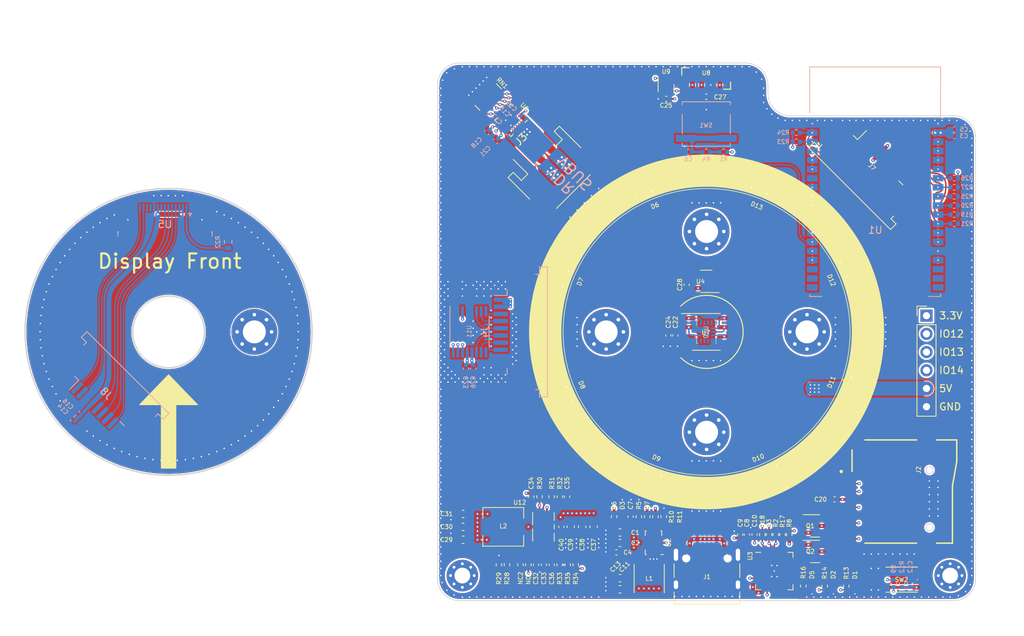
<source format=kicad_pcb>
(kicad_pcb (version 20211014) (generator pcbnew)
  (layers (0 "F.Cu" signal "F-GND.Cu") (1 "In1.Cu" signal "ln1-5V.Cu") (2 "In2.Cu" signal "In2-3V3.Cu") (31 "B.Cu" signal "B-GND.Cu") (34 "B.Paste" user) (35 "F.Paste" user) (36 "B.SilkS" user "B.Silkscreen") (37 "F.SilkS" user "F.Silkscreen") (38 "B.Mask" user) (39 "F.Mask" user) (44 "Edge.Cuts" user))
  (net 0 "")
  (net 1 "+3V3")
  (net 2 "ESP_TX")
  (net 3 "ESP_RX")
  (net 4 "D+")
  (net 5 "D-")
  (net 6 "Net-(R7-Pad2)")
  (net 7 "ESP_EN")
  (net 8 "Net-(C6-Pad1)")
  (net 9 "ESP_BOOT")
  (net 10 "Net-(Q1-Pad1)")
  (net 11 "Net-(C7-Pad1)")
  (net 12 "Net-(C10-Pad1)")
  (net 14 "Net-(D3-Pad2)")
  (net 18 "GND")
  (net 19 "Net-(L1-Pad1)")
  (net 20 "Net-(Q1-Pad2)")
  (net 21 "Net-(R8-Pad1)")
  (net 22 "Net-(R10-Pad2)")
  (net 23 "SD_CS")
  (net 24 "SD_CD")
  (net 28 "ESP_IO12")
  (net 29 "Net-(R16-Pad2)")
  (net 30 "String_LED")
  (net 31 "Net-(Q2-Pad1)")
  (net 32 "Net-(Q2-Pad2)")
  (net 33 "TMC_VL")
  (net 34 "Net-(C12-Pad1)")
  (net 35 "Net-(D5-Pad2)")
  (net 36 "DP_CS")
  (net 37 "TMC_UH")
  (net 38 "TMC_UL")
  (net 39 "TMC_VH")
  (net 40 "TMC_WH")
  (net 41 "TMC_WL")
  (net 43 "ESP_IO13")
  (net 45 "TMC_DIAG")
  (net 46 "TMP_RDY")
  (net 47 "ADC_RDY")
  (net 54 "+5V")
  (net 73 "Net-(C21-Pad2)")
  (net 74 "Net-(C19-Pad2)")
  (net 89 "Net-(J3-Pad3)")
  (net 90 "Net-(J3-Pad2)")
  (net 91 "Net-(J3-Pad1)")
  (net 92 "ESP_SPI_MISO")
  (net 93 "ESP_SPI_CLK")
  (net 94 "ESP_SPI_MOSI")
  (net 95 "Net-(R22-Pad2)")
  (net 96 "ESP_I2C_SCL")
  (net 97 "ESP_I2C_SDA")
  (net 104 "Net-(D6-Pad1)")
  (net 105 "Net-(D6-Pad3)")
  (net 106 "Net-(D7-Pad3)")
  (net 107 "Net-(D8-Pad3)")
  (net 108 "Net-(D10-Pad1)")
  (net 109 "Net-(D10-Pad3)")
  (net 110 "Net-(D11-Pad3)")
  (net 111 "Net-(D12-Pad3)")
  (net 113 "/Screen_VCC")
  (net 114 "/Screen_GND")
  (net 115 "/Screen_DP_CMD")
  (net 116 "/Screen_DP_CS")
  (net 117 "/Screen_DP_CLK")
  (net 118 "/Screen_DP_DATA")
  (net 119 "/Screen_TP_SCL")
  (net 120 "/Screen_TP_SDA")
  (net 121 "+9V")
  (net 122 "Net-(C32-Pad1)")
  (net 123 "Net-(C33-Pad1)")
  (net 124 "Net-(C34-Pad1)")
  (net 125 "Net-(C34-Pad2)")
  (net 126 "Net-(C35-Pad1)")
  (net 127 "Net-(C36-Pad1)")
  (net 128 "Net-(C36-Pad2)")
  (net 129 "Net-(NC1-Pad1)")
  (net 130 "Net-(NC2-Pad2)")
  (net 131 "Net-(R30-Pad2)")
  (net 132 "Net-(R31-Pad1)")
  (net 133 "Net-(R34-Pad2)")
  (net 134 "Net-(C15-Pad1)")
  (net 135 "ESP_IO14")
  (net 136 "Net-(J4-Pad3)")
  (net 137 "Net-(J4-Pad4)")
  (net 138 "Net-(J4-Pad5)")
  (net 139 "Net-(J4-Pad6)")
  (net 140 "Net-(J4-Pad7)")
  (net 141 "Net-(J4-Pad8)")
  (net 142 "Net-(D1-Pad2)")
  (net 143 "Net-(D2-Pad2)")
  (footprint "Capacitor_SMD:C_0402_1005Metric" (layer "F.Cu") (at 148.411756 127.5 -90)
    (fp_text reference "C36")
    (fp_text value "6.8nF")
  )
  (footprint "LED_SMD:LED_0402_1005Metric" (layer "F.Cu") (at 184.683829 130.462496 90)
    (fp_text reference "D5")
    (fp_text value "LED")
  )
  (footprint "Resistor_SMD:R_0402_1005Metric" (layer "F.Cu") (at 177.77 123.279999 90)
    (fp_text reference "R18")
    (fp_text value "10K")
  )
  (footprint "Resistor_SMD:R_0402_1005Metric" (layer "F.Cu") (at 141.055094 127.49 -90)
    (fp_text reference "R29")
    (fp_text value "20K")
  )
  (footprint "Capacitor_SMD:C_0402_1005Metric" (layer "F.Cu") (at 147.313979 127.5 -90)
    (fp_text reference "C33")
    (fp_text value "22nF")
  )
  (footprint "Package_TO_SOT_SMD:SOT-23" (layer "F.Cu") (at 185.125094 125.64)
    (fp_text reference "Q2")
    (fp_text value "Q_NPN_BEC")
  )
  (footprint "Capacitor_SMD:C_0603_1608Metric" (layer "F.Cu") (at 151.055094 122.2 -90)
    (fp_text reference "C39")
    (fp_text value "22uF")
  )
  (footprint "Resistor_SMD:R_0402_1005Metric" (layer "F.Cu") (at 149.519533 127.5 90)
    (fp_text reference "R33")
    (fp_text value "6K8")
  )
  (footprint "Package_SON:WSON-6-1EP_2x2mm_P0.65mm_EP1x1.6mm" (layer "F.Cu") (at 164.355094 60.5 -90)
    (fp_text reference "U9")
    (fp_text value "TMP117")
  )
  (footprint "Inductor_SMD:L_Wuerth_HCI-5040" (layer "F.Cu") (at 141.655094 122.2)
    (fp_text reference "L2")
    (fp_text value "1.5uH")
  )
  (footprint "Resistor_SMD:R_0402_1005Metric" (layer "F.Cu") (at 151.755094 127.5 90)
    (fp_text reference "R34")
    (fp_text value "750K")
  )
  (footprint "MountingHole:MountingHole_3.2mm_M3_Pad_Via" (layer "F.Cu") (at 170 81)
    (fp_text reference "H4")
    (fp_text value "Motor")
  )
  (footprint "Package_SO:SOIC-8_3.9x4.9mm_P1.27mm" (layer "F.Cu") (at 169.955094 95)
    (fp_text reference "U7")
    (fp_text value "MT6701-CT")
  )
  (footprint "Package_TO_SOT_SMD:SOT-23" (layer "F.Cu") (at 185.115094 122.07)
    (fp_text reference "Q1")
    (fp_text value "Q_NPN_BEC")
  )
  (footprint "Capacitor_SMD:C_0402_1005Metric" (layer "F.Cu") (at 164.375093 62.494999 180)
    (fp_text reference "C25")
    (fp_text value "0.1uF")
  )
  (footprint "MountingHole:MountingHole_3.2mm_M3_Pad_Via" (layer "F.Cu") (at 184 95)
    (fp_text reference "H5")
    (fp_text value "Motor")
  )
  (footprint "lib:SK6812-4020" (layer "F.Cu") (at 151.245922 85.348443 -112.5)
    (fp_text reference "D7")
    (fp_text value "SK6812")
  )
  (footprint "Capacitor_SMD:C_0603_1608Metric" (layer "F.Cu") (at 136.055088 120.4 180)
    (fp_text reference "C31")
    (fp_text value "22uF")
  )
  (footprint "Button_Switch_SMD:SW_Push_1P1T_NO_Vertical_Wuerth_434133025816" (layer "F.Cu") (at 197.179594 129.569999 180)
    (fp_text reference "SW2")
    (fp_text value "SW_Push")
  )
  (footprint "Capacitor_SMD:C_0603_1608Metric" (layer "F.Cu") (at 157.94 122.99 180)
    (fp_text reference "C1")
    (fp_text value "10uF")
  )
  (footprint "Resistor_SMD:R_0402_1005Metric" (layer "F.Cu") (at 181.53 123.28 90)
    (fp_text reference "R8")
    (fp_text value "4K7")
  )
  (footprint "Resistor_SMD:R_0402_1005Metric" (layer "F.Cu") (at 183.483829 130.462496 -90)
    (fp_text reference "R16")
    (fp_text value "2K")
  )
  (footprint "lib:MP2145" (layer "F.Cu") (at 162.6 124.42 180)
    (fp_text reference "U2")
    (fp_text value "MP214x")
  )
  (footprint "LED_SMD:LED_0402_1005Metric" (layer "F.Cu") (at 190.683829 130.462496 90)
    (fp_text reference "D1")
    (fp_text value "LED")
  )
  (footprint "Resistor_SMD:R_0402_1005Metric" (layer "F.Cu") (at 146.707094 118 90)
    (fp_text reference "R30")
    (fp_text value "10K")
  )
  (footprint "Resistor_SMD:R_0402_1005Metric" (layer "F.Cu") (at 179.65 123.28 90)
    (fp_text reference "R2")
    (fp_text value "1K")
  )
  (footprint "lib:SK6812-4020" (layer "F.Cu") (at 190.085817 88.563546 112.5)
    (fp_text reference "D12")
    (fp_text value "SK6812")
  )
  (footprint "Capacitor_SMD:C_0402_1005Metric" (layer "F.Cu") (at 174.69 123.28 -90)
    (fp_text reference "C9")
    (fp_text value "0.1uF")
  )
  (footprint "Resistor_SMD:R_0402_1005Metric" (layer "F.Cu") (at 145.155094 127.5 90)
    (fp_text reference "NC1")
    (fp_text value "0R")
  )
  (footprint "MountingHole:MountingHole_2.2mm_M2_Pad_Via" (layer "F.Cu") (at 203.955094 129)
    (fp_text reference "H1")
    (fp_text value "Solid")
  )
  (footprint "Capacitor_SMD:C_0402_1005Metric" (layer "F.Cu") (at 165.655094 95.5 -90)
    (fp_text reference "C22")
    (fp_text value "0.1uF")
  )
  (footprint "Capacitor_SMD:C_0402_1005Metric" (layer "F.Cu") (at 164.675094 95.5 -90)
    (fp_text reference "C24")
    (fp_text value "0.1uF")
  )
  (footprint "Capacitor_SMD:C_0402_1005Metric" (layer "F.Cu") (at 159.413333 120.78 90)
    (fp_text reference "C7")
    (fp_text value "1uF")
  )
  (footprint "Package_DFN_QFN:QFN-20-1EP_3x3mm_P0.4mm_EP1.65x1.65mm" (layer "F.Cu") (at 142.729789 65.474695 -135)
    (fp_text reference "U6")
    (fp_text value "TMC6300")
  )
  (footprint "MountingHole:MountingHole_2.2mm_M2_Pad_Via" (layer "F.Cu") (at 135.955094 129)
    (fp_text reference "H2")
    (fp_text value "Solid")
  )
  (footprint "lib:SK6812-4020" (layer "F.Cu") (at 149.914183 101.436454 -67.5)
    (fp_text reference "D8")
    (fp_text value "SK6812")
  )
  (footprint "lib:microSD" (layer "F.Cu") (at 201.075094 114.275 90)
    (fp_text reference "J2")
    (fp_text value "microSD")
  )
  (footprint "Capacitor_SMD:C_0402_1005Metric" (layer "F.Cu") (at 167.225094 88.42 90)
    (fp_text reference "C28")
    (fp_text value "1uF")
  )
  (footprint "Resistor_SMD:R_0402_1005Metric" (layer "F.Cu") (at 186.475094 130.48 90)
    (fp_text reference "R14")
    (fp_text value "2K")
  )
  (footprint "MountingHole:MountingHole_3.2mm_M3_Pad_Via" (layer "F.Cu") (at 156 95)
    (fp_text reference "H6")
    (fp_text value "Motor")
  )
  (footprint "MountingHole:MountingHole_3.2mm_M3_Pad_Via" (layer "F.Cu") (at 106.955094 95)
    (fp_text reference "H7")
    (fp_text value "Solid")
  )
  (footprint "lib:MP3431" (layer "F.Cu") (at 147.255094 122.2)
    (fp_text reference "U12")
    (fp_text value "MP3431-GL")
  )
  (footprint "Capacitor_SMD:C_0402_1005Metric" (layer "F.Cu") (at 146.216202 127.5 -90)
    (fp_text reference "C32")
    (fp_text value "4.7uF")
  )
  (footprint "Resistor_SMD:R_0402_1005Metric" (layer "F.Cu") (at 162.873331 120.78 -90)
    (fp_text reference "R10")
    (fp_text value "200K")
  )
  (footprint "lib:SK6812-4020" (layer "F.Cu") (at 188.754078 104.651557 67.5)
    (fp_text reference "D11")
    (fp_text value "SK6812")
  )
  (footprint "Inductor_SMD:L_Taiyo-Yuden_NR-40xx" (layer "F.Cu") (at 162 129.4 -90)
    (fp_text reference "L1")
    (fp_text value "0.47uH")
  )
  (footprint "Capacitor_SMD:C_0603_1608Metric" (layer "F.Cu") (at 157.94 130.92 180)
    (fp_text reference "C13")
    (fp_text value "22uF")
  )
  (footprint "Connector_USB:USB_C_Receptacle_XKB_U262-16XN-4BVC11" (layer "F.Cu") (at 170.05 129.2)
    (fp_text reference "J1")
    (fp_text value "CQ-USB-C16PSMT01")
  )
  (footprint "Capacitor_SMD:C_0402_1005Metric" (layer "F.Cu") (at 176.69 123.28 90)
    (fp_text reference "C10")
    (fp_text value "0.1uF")
  )
  (footprint "Capacitor_SMD:C_0603_1608Metric" (layer "F.Cu") (at 136.055094 124 180)
    (fp_text reference "C29")
    (fp_text value "22uF")
  )
  (footprint "Resistor_SMD:R_0402_1005Metric" (layer "F.Cu") (at 178.71 123.28 90)
    (fp_text reference "R3")
    (fp_text value "1K")
  )
  (footprint "Resistor_SMD:R_0402_1005Metric" (layer "F.Cu") (at 149.555094 118 -90)
    (fp_text reference "R32")
    (fp_text value "22K")
  )
  (footprint "Connector_PinHeader_2.54mm:PinHeader_1x06_P2.54mm_Vertical" (layer "F.Cu") (at 200.655094 92.74)
    (fp_text reference "J5" hide)
    (fp_text value "Out BK")
  )
  (footprint "Capacitor_SMD:C_0402_1005Metric" (layer "F.Cu") (at 175.62 123.28 -90)
    (fp_text reference "C8")
    (fp_text value "1uF")
  )
  (footprint "Package_TO_SOT_SMD:SOT-23-5" (layer "F.Cu") (at 169.955094 87.95 180)
    (fp_text reference "U4")
    (fp_text value "SN74LV1T34DBV")
  )
  (footprint "lib:VEML7700" (layer "F.Cu") (at 169.945094 59.1975)
    (fp_text reference "U8")
    (fp_text value "VEML7700")
  )
  (footprint "Resistor_SMD:R_0402_1005Metric" (layer "F.Cu") (at 157.110001 120.78 -90)
    (fp_text reference "R6")
    (fp_text value "2K")
  )
  (footprint "Resistor_SMD:R_0402_1005Metric" (layer "F.Cu") (at 180.59 123.279999 90)
    (fp_text reference "R17")
    (fp_text value "10K")
  )
  (footprint "Resistor_SMD:R_Array_Convex_8x0602" (layer "F.Cu") (at 139.555094 62.25 135)
    (fp_text reference "RN1")
    (fp_text value "10K")
  )
  (footprint "lib:SK6812-4020" (layer "F.Cu") (at 160.348443 113.754078 -22.5)
    (fp_text reference "D9")
    (fp_text value "SK6812")
  )
  (footprint "Resistor_SMD:R_0402_1005Metric" (layer "F.Cu") (at 144.055094 127.5 90)
    (fp_text reference "NC2")
    (fp_text value "0R")
  )
  (footprint "Resistor_SMD:R_0402_1005Metric" (layer "F.Cu") (at 142.172871 127.49 90)
    (fp_text reference "R28")
    (fp_text value "130K")
  )
  (footprint "Connector_JST:JST_PH_S3B-PH-SM4-TB_1x03-1MP_P2.00mm_Horizontal" (layer "F.Cu") (at 148.240348 72.235254 45)
    (fp_text reference "J3")
    (fp_text value "Motor")
  )
  (footprint "Capacitor_SMD:C_0402_1005Metric" (layer "F.Cu") (at 187.832594 118.375 180)
    (fp_text reference "C20")
    (fp_text value "0.1uF")
  )
  (footprint "lib:SK6812-4020" (layer "F.Cu") (at 163.563546 74.914183 -157.5)
    (fp_text reference "D6")
    (fp_text value "SK6812")
  )
  (footprint "Capacitor_SMD:C_0402_1005Metric" (layer "F.Cu") (at 145.555094 118 -90)
    (fp_text reference "C34")
    (fp_text value "0.1uF")
  )
  (footprint "LED_SMD:LED_0402_1005Metric" (layer "F.Cu") (at 158.266667 120.7775 -90)
    (fp_text reference "D3")
    (fp_text value "LED")
  )
  (footprint "Resistor_SMD:R_0402_1005Metric" (layer "F.Cu") (at 161.716665 120.78 -90)
    (fp_text reference "R7")
    (fp_text value "100K")
  )
  (footprint "Resistor_SMD:R_0402_1005Metric" (layer "F.Cu") (at 148.393094 118 90)
    (fp_text reference "R31")
    (fp_text value "1K")
  )
  (footprint "Capacitor_SMD:C_0402_1005Metric" (layer "F.Cu") (at 150.555094 118 -90)
    (fp_text reference "C35")
    (fp_text value "4.7nF")
  )
  (footprint "Resistor_SMD:R_0402_1005Metric" (layer "F.Cu") (at 189.475094 130.48 90)
    (fp_text reference "R13")
    (fp_text value "2K")
  )
  (footprint "Resistor_SMD:R_0402_1005Metric" (layer "F.Cu") (at 150.63731 127.5 -90)
    (fp_text reference "R35")
    (fp_text value "93K1")
  )
  (footprint "lib:SK6812-4020" (layer "F.Cu") (at 179.651557 76.245922 157.5)
    (fp_text reference "D13")
    (fp_text value "SK6812")
  )
  (footprint "Capacitor_SMD:C_0402_1005Metric" (layer "F.Cu") (at 169.950094 62.2)
    (fp_text reference "C27")
    (fp_text value "0.1uF")
  )
  (footprint "Capacitor_SMD:C_0603_1608Metric" (layer "F.Cu") (at 154.255094 122.2 -90)
    (fp_text reference "C37")
    (fp_text value "22uF")
  )
  (footprint "MountingHole:MountingHole_3.2mm_M3_Pad_Via" (layer "F.Cu") (at 170 109)
    (fp_text reference "H3")
    (fp_text value "Motor")
  )
  (footprint "lib:SK6812-4020" (layer "F.Cu") (at 176.436454 115.085817 22.5)
    (fp_text reference "D10")
    (fp_text value "SK6812")
  )
  (footprint "LED_SMD:LED_0402_1005Metric" (layer "F.Cu") (at 187.683829 130.462496 90)
    (fp_text reference "D2")
    (fp_text value "LED")
  )
  (footprint "Capacitor_SMD:C_0603_1608Metric" (layer "F.Cu") (at 136.055094 122.2 180)
    (fp_text reference "C30")
    (fp_text value "22uF")
  )
  (footprint "Capacitor_SMD:C_0603_1608Metric" (layer "F.Cu") (at 152.655094 122.2 -90)
    (fp_text reference "C38")
    (fp_text value "22uF")
  )
  (footprint "Connector_FFC-FPC:TE_84953-8_1x08-1MP_P1.0mm_Horizontal" (layer "F.Cu") (at 193.263242 71.691853 -45)
    (fp_text reference "J7")
    (fp_text value "Screen_C")
  )
  (footprint "Capacitor_SMD:C_0402_1005Metric" (layer "F.Cu") (at 157.430001 125.76 180)
    (fp_text reference "C4")
    (fp_text value "0.1uF")
  )
  (footprint "Capacitor_SMD:C_0603_1608Metric" (layer "F.Cu") (at 157.94 129.36 180)
    (fp_text reference "C11")
    (fp_text value "22uF")
  )
  (footprint "Capacitor_SMD:C_0402_1005Metric" (layer "F.Cu") (at 149.755094 122.2 -90)
    (fp_text reference "C40")
    (fp_text value "0.1uF")
  )
  (footprint "Package_DFN_QFN:QFN-28-1EP_5x5mm_P0.5mm_EP3.35x3.35mm" (layer "F.Cu") (at 179.44 128.37)
    (fp_text reference "U3")
    (fp_text value "CP2102N-QFN28")
  )
  (footprint "Capacitor_SMD:C_0603_1608Metric" (layer "F.Cu") (at 157.94 124.45 180)
    (fp_text reference "C2")
    (fp_text value "10uF")
  )
  (footprint "Resistor_SMD:R_0402_1005Metric" (layer "F.Cu") (at 160.559999 120.78 90)
    (fp_text reference "R5")
    (fp_text value "100K")
  )
  (footprint "Resistor_SMD:R_0402_1005Metric" (layer "F.Cu") (at 164.03 120.78 90)
    (fp_text reference "R11")
    (fp_text value "44.2K")
  )
  (footprint "Resistor_SMD:R_0603_1608Metric" (layer "B.Cu") (at 103.305094 82.47 -90)
    (fp_text reference "R22")
    (fp_text value "8R")
  )
  (footprint "Capacitor_SMD:C_0402_1005Metric" (layer "B.Cu") (at 82.3 106.4 135)
    (fp_text reference "C16")
    (fp_text value "0.1uF")
  )
  (footprint "Resistor_SMD:R_0402_1005Metric" (layer "B.Cu") (at 204.53 73.563)
    (fp_text reference "R26")
    (fp_text value "10K")
  )
  (footprint "lib:ESP32-S2-WROVER" (layer "B.Cu") (at 193.5 77.5 180)
    (fp_text reference "U1")
    (fp_text value "ESP32_S2_WROVER")
  )
  (footprint "Capacitor_SMD:C_0603_1608Metric" (layer "B.Cu") (at 142.483774 67.109441 135)
    (fp_text reference "C17")
    (fp_text value "10uF")
  )
  (footprint "Capacitor_SMD:C_0402_1005Metric" (layer "B.Cu") (at 136.455091 100.112498 -90)
    (fp_text reference "C23")
    (fp_text value "0.1uF")
  )
  (footprint "Package_SO:TSSOP-16_4.4x5mm_P0.65mm" (layer "B.Cu") (at 136.955094 95 -90)
    (fp_text reference "U11")
    (fp_text value "ADS122C04-DIN")
  )
  (footprint "Capacitor_SMD:C_0402_1005Metric" (layer "B.Cu") (at 140.555094 68.4 45)
    (fp_text reference "C21")
    (fp_text value "0.1uF")
  )
  (footprint "Capacitor_SMD:C_0603_1608Metric" (layer "B.Cu") (at 143.583777 66.009444 135)
    (fp_text reference "C15")
    (fp_text value "10uF")
  )
  (footprint "Resistor_SMD:R_0805_2012Metric" (layer "B.Cu") (at 146.761771 71.104597 135)
    (fp_text reference "NC4" hide)
    (fp_text value "0R")
  )
  (footprint "Resistor_SMD:R_0402_1005Metric" (layer "B.Cu") (at 182.510002 68.482998 180)
    (fp_text reference "R23")
    (fp_text value "1.5K")
  )
  (footprint "Resistor_SMD:R_0402_1005Metric" (layer "B.Cu") (at 204.530002 77.373)
    (fp_text reference "R20")
    (fp_text value "4K7")
  )
  (footprint "Resistor_SMD:R_0402_1005Metric" (layer "B.Cu") (at 197.235094 130.09 -90)
    (fp_text reference "R12")
    (fp_text value "470R")
  )
  (footprint "Connector_FFC-FPC:TE_1-1734839-5_1x15-1MP_P0.5mm_Horizontal" (layer "B.Cu") (at 94.495094 79.005 180)
    (fp_text reference "U5")
    (fp_text value "GC9A01_CST916D_240*240")
  )
  (footprint "Connector_FFC-FPC:TE_1-84953-0_1x10-1MP_P1.0mm_Horizontal" (layer "B.Cu") (at 143.105094 95 -90)
    (fp_text reference "J4")
    (fp_text value "ADC_IN1")
  )
  (footprint "Resistor_SMD:R_0402_1005Metric" (layer "B.Cu") (at 204.53 74.832999 180)
    (fp_text reference "R27")
    (fp_text value "10K")
  )
  (footprint "Resistor_SMD:R_0402_1005Metric" (layer "B.Cu") (at 182.51 67.213 180)
    (fp_text reference "R24")
    (fp_text value "1.5K")
  )
  (footprint "Package_LGA:Bosch_LGA-14_3x2.5mm_P0.5mm" (layer "B.Cu") (at 169.955094 95 90)
    (fp_text reference "U10")
    (fp_text value "BMI160")
  )
  (footprint "Resistor_SMD:R_0402_1005Metric" (layer "B.Cu") (at 169.955094 69.9 180)
    (fp_text reference "R4")
    (fp_text value "470R")
  )
  (footprint "Capacitor_SMD:C_0402_1005Metric" (layer "B.Cu") (at 81.6 107.1 135)
    (fp_text reference "C14")
    (fp_text value "10uF")
  )
  (footprint "Connector_FFC-FPC:TE_84953-8_1x08-1MP_P1.0mm_Horizontal" (layer "B.Cu") (at 86 104 -45)
    (fp_text reference "J8")
    (fp_text value "Screen_C")
  )
  (footprint "Capacitor_SMD:C_0402_1005Metric" (layer "B.Cu") (at 137.455094 100.112498 -90)
    (fp_text reference "C26")
    (fp_text value "0.1uF")
  )
  (footprint "Capacitor_SMD:C_0402_1005Metric" (layer "B.Cu") (at 139.355094 67.2 -135)
    (fp_text reference "C18")
    (fp_text value "0.1uF")
  )
  (footprint "Capacitor_SMD:C_0402_1005Metric" (layer "B.Cu") (at 198.390094 130.09 90)
    (fp_text reference "C12")
    (fp_text value "1uF")
  )
  (footprint "Resistor_SMD:R_0402_1005Metric" (layer "B.Cu") (at 204.529998 79.913)
    (fp_text reference "R21")
    (fp_text value "4K7")
  )
  (footprint "Resistor_SMD:R_0402_1005Metric" (layer "B.Cu") (at 196.070094 130.09 -90)
    (fp_text reference "R9")
    (fp_text value "10K")
  )
  (footprint "Resistor_SMD:R_0402_1005Metric" (layer "B.Cu") (at 172.355094 69.9)
    (fp_text reference "R1")
    (fp_text value "10K")
  )
  (footprint "Capacitor_SMD:C_0402_1005Metric" (layer "B.Cu") (at 144.463674 65.129543 135)
    (fp_text reference "C19")
    (fp_text value "0.1uF")
  )
  (footprint "Button_Switch_SMD:SW_SPST_EVQP0" (layer "B.Cu") (at 169.955094 66)
    (fp_text reference "SW1")
    (fp_text value "SW_Push")
  )
  (footprint "Capacitor_SMD:C_0402_1005Metric" (layer "B.Cu") (at 167.455094 69.9 180)
    (fp_text reference "C6")
    (fp_text value "1uF")
  )
  (footprint "Resistor_SMD:R_0402_1005Metric" (layer "B.Cu") (at 204.53 76.1)
    (fp_text reference "R25")
    (fp_text value "10K")
  )
  (footprint "Capacitor_SMD:C_0402_1005Metric" (layer "B.Cu") (at 204.5 67.672998)
    (fp_text reference "C3")
    (fp_text value "1uF")
  )
  (footprint "Resistor_SMD:R_0805_2012Metric" (layer "B.Cu") (at 148.246695 69.619671 135)
    (fp_text reference "NC3" hide)
    (fp_text value "0R")
  )
  (footprint "Capacitor_SMD:C_0402_1005Metric" (layer "B.Cu") (at 204.5 66.753004)
    (fp_text reference "C5")
    (fp_text value "0.1uF")
  )
  (footprint "Resistor_SMD:R_0402_1005Metric" (layer "B.Cu") (at 204.530002 78.643)
    (fp_text reference "R19")
    (fp_text value "4K7")
  )
  (gr_circle (center 170 95) (end 190 95) (layer "F.SilkS") (width 0.1) (fill none))
  (gr_arc (start 166.397875 91.397874) (mid 175.094175 95.000001) (end 166.397874 98.602125) (layer "F.SilkS") (width 0.15))
  (gr_circle (center 170 95) (end 192.5 95) (layer "F.SilkS") (width 4.5) (fill none))
  (gr_rect (start 94 105.15) (end 96 114) (layer "F.SilkS") (width 0.15) (fill solid))
  (gr_poly (pts (xy 99 105.15) (xy 91 105.15) (xy 95 101)) (layer "F.SilkS") (width 0.15) (fill solid))
  (gr_line locked (start 207.5 67.89138) (end 207.5 129.458619) (layer "Edge.Cuts") (width 0.1))
  (gr_line locked (start 132.5 129.458619) (end 132.5 60.541381) (layer "Edge.Cuts") (width 0.1))
  (gr_arc locked (start 204.5 64.85) (mid 206.623797 65.75538) (end 207.5 67.89138) (layer "Edge.Cuts") (width 0.1))
  (gr_arc locked (start 175.5 57.5) (mid 177.674425 58.411049) (end 178.55 60.6) (layer "Edge.Cuts") (width 0.1))
  (gr_circle (center 95 95) (end 100 95) (layer "Edge.Cuts") (width 0.2) (fill none))
  (gr_line locked (start 175.5 57.5) (end 135.541381 57.5) (layer "Edge.Cuts") (width 0.1))
  (gr_arc locked (start 135.541381 132.5) (mid 133.390805 131.609195) (end 132.5 129.458619) (layer "Edge.Cuts") (width 0.1))
  (gr_arc locked (start 207.5 129.458619) (mid 206.609195 131.609195) (end 204.458619 132.5) (layer "Edge.Cuts") (width 0.1))
  (gr_line locked (start 178.55 60.6) (end 178.55 61.75) (layer "Edge.Cuts") (width 0.1))
  (gr_circle (center 95 95) (end 115 95) (layer "Edge.Cuts") (width 0.2) (fill none))
  (gr_line locked (start 204.5 64.85) (end 181.7 64.85) (layer "Edge.Cuts") (width 0.1))
  (gr_arc locked (start 132.5 60.541381) (mid 133.390805 58.390805) (end 135.541381 57.5) (layer "Edge.Cuts") (width 0.1))
  (gr_arc locked (start 181.7 64.85) (mid 179.490219 63.945019) (end 178.55 61.75) (layer "Edge.Cuts") (width 0.1))
  (gr_line locked (start 135.541381 132.5) (end 204.458619 132.5) (layer "Edge.Cuts") (width 0.1))
  (gr_text "VDR" (at 149.685094 73.88 135) (layer "B.SilkS") (effects (font (size 1.5 1.5) (thickness 0.2)) (justify mirror)))
  (gr_text "VBUS" (at 151.675094 72.84 135) (layer "B.SilkS") (effects (font (size 1.5 1.5) (thickness 0.2)) (justify mirror)))
  (gr_text "3.3V" (at 204.050332 92.74) (layer "F.SilkS") (effects (font (size 1 1))))
  (gr_text "5V" (at 203.336047 102.9) (layer "F.SilkS") (effects (font (size 1 1))))
  (gr_text "Display Front" (at 95.15 85.15) (layer "F.SilkS") (effects (font (size 2 2) (thickness 0.3))))
  (gr_text "IO14" (at 204.14557 100.36) (layer "F.SilkS") (effects (font (size 1 1))))
  (gr_text "GND" (at 203.955094 105.44) (layer "F.SilkS") (effects (font (size 1 1))))
  (gr_text "IO13" (at 204.14557 97.82) (layer "F.SilkS") (effects (font (size 1 1))))
  (gr_text "IO12" (at 204.14557 95.28) (layer "F.SilkS") (effects (font (size 1 1))))
  (segment (start 141.039407 66.033705) (end 141.138799 65.934314) (width 0.15) (layer "F.Cu") (net 1))
  (segment (start 182.215094 122.77) (end 181.53 122.77) (width 0.2) (layer "F.Cu") (net 1))
  (segment (start 162.873331 120.27) (end 162.873331 119.6) (width 0.4) (layer "F.Cu") (net 1))
  (segment (start 188.955094 118.375) (end 190.075094 118.375) (width 0.4) (layer "F.Cu") (net 1))
  (segment (start 178.71 122.77) (end 179.65 122.77) (width 0.2) (layer "F.Cu") (net 1))
  (segment (start 182.225094 122.76) (end 182.215094 122.77) (width 0.4) (layer "F.Cu") (net 1))
  (segment (start 188.955094 118.375) (end 188.312594 118.375) (width 0.4) (layer "F.Cu") (net 1))
  (segment (start 164.855093 62.299999) (end 164.855093 62.494999) (width 0.3) (layer "F.Cu") (net 1))
  (segment (start 178.71 122.77) (end 178.71 122.1) (width 0.2) (layer "F.Cu") (net 1))
  (segment (start 164.675094 95.02) (end 165.655094 95.02) (width 0.15) (layer "F.Cu") (net 1))
  (segment (start 164.355094 61.3875) (end 164.355094 61.8) (width 0.3) (layer "F.Cu") (net 1))
  (segment (start 164.855093 62.494999) (end 165.550093 62.494999) (width 0.3) (layer "F.Cu") (net 1))
  (segment (start 169.310094 60.5475) (end 169.310094 61.813726) (width 0.2) (layer "F.Cu") (net 1))
  (segment (start 164.355094 124.42) (end 163.575 124.42) (width 0.3) (layer "F.Cu") (net 1))
  (segment (start 167.525 94.365) (end 167.236403 94.365) (width 0.2) (layer "F.Cu") (net 1))
  (segment (start 193.205094 71.05) (end 195.225094 69.03) (width 0.5) (layer "F.Cu") (net 1))
  (segment (start 165.550093 62.494999) (end 165.555094 62.5) (width 0.3) (layer "F.Cu") (net 1))
  (via (at 137.280094 99) (size 0.45) (drill 0.2) (layers "F.Cu" "B.Cu") (net 1))
  (via (at 163.355094 130.8) (size 0.45) (drill 0.2) (layers "F.Cu" "B.Cu") (net 1))
  (via (at 165.555094 62.5) (size 0.45) (drill 0.2) (layers "F.Cu" "B.Cu") (net 1))
  (via (at 135.980094 93.2) (size 0.45) (drill 0.2) (layers "F.Cu" "B.Cu") (net 1))
  (via (at 169.310094 60.5475) (size 0.45) (drill 0.2) (layers "F.Cu" "B.Cu") (net 1))
  (via (at 172.475 93.095) (size 0.45) (drill 0.2) (layers "F.Cu" "B.Cu") (net 1))
  (via (at 193.205094 71.05) (size 0.45) (drill 0.2) (layers "F.Cu" "B.Cu") (net 1))
  (via (at 196.070094 131.23) (size 0.45) (drill 0.2) (layers "F.Cu" "B.Cu") (net 1))
  (via (at 167.525 94.365) (size 0.45) (drill 0.2) (layers "F.Cu" "B.Cu") (net 1))
  (via (at 173.555094 69.9) (size 0.45) (drill 0.2) (layers "F.Cu" "B.Cu") (net 1))
  (via (at 178.71 122.1) (size 0.45) (drill 0.2) (layers "F.Cu" "B.Cu") (net 1))
  (via (at 182.000002 69.23) (size 0.45) (drill 0.2) (layers "F.Cu" "B.Cu") (net 1))
  (via (at 142.655094 91.5) (size 0.45) (drill 0.2) (layers "F.Cu" "B.Cu") (net 1))
  (via (at 161.955094 130.8) (size 0.45) (drill 0.2) (layers "F.Cu" "B.Cu") (net 1))
  (via (at 164.355094 124.42) (size 0.45) (drill 0.2) (layers "F.Cu" "B.Cu") (net 1))
  (via (at 205.04 72.7) (size 0.45) (drill 0.2) (layers "F.Cu" "B.Cu") (net 1))
  (via (at 160.555094 130.8) (size 0.45) (drill 0.2) (layers "F.Cu" "B.Cu") (net 1))
  (via (at 167.525 93.095) (size 0.45) (drill 0.2) (layers "F.Cu" "B.Cu") (net 1))
  (via (at 140.155094 66.4) (size 0.45) (drill 0.2) (layers "F.Cu" "B.Cu") (net 1))
  (via (at 202.625 67.213) (size 0.45) (drill 0.3) (layers "F.Cu" "B.Cu") (net 1))
  (via (at 201.875 67.213) (size 0.45) (drill 0.3) (layers "F.Cu" "B.Cu") (net 1))
  (via (at 188.955094 118.375) (size 0.45) (drill 0.2) (layers "F.Cu" "B.Cu") (net 1))
  (via (at 136.625091 99) (size 0.45) (drill 0.2) (layers "F.Cu" "B.Cu") (net 1))
  (via (at 142.655094 90.5) (size 0.45) (drill 0.2) (layers "F.Cu" "B.Cu") (net 1))
  (via (at 162.873331 119.6) (size 0.45) (drill 0.2) (layers "F.Cu" "B.Cu") (net 1))
  (via (at 182.225094 122.76) (size 0.45) (drill 0.2) (layers "F.Cu" "B.Cu") (net 1))
  (via (at 142.655094 91) (size 0.45) (drill 0.2) (layers "F.Cu" "B.Cu") (net 1))
  (via (at 162.655094 130.8) (size 0.45) (drill 0.2) (layers "F.Cu" "B.Cu") (net 1))
  (via (at 195.225094 69.03) (size 0.45) (drill 0.2) (layers "F.Cu" "B.Cu") (net 1))
  (via (at 161.255094 130.8) (size 0.45) (drill 0.2) (layers "F.Cu" "B.Cu") (net 1))
  (arc (start 164.555094 62) (mid 164.767225 62.087868) (end 164.855093 62.299999) (width 0.3) (layer "F.Cu") (net 1))
  (arc (start 140.155094 66.4) (mid 140.633681 66.304803) (end 141.039407 66.033705) (width 0.15) (layer "F.Cu") (net 1))
  (arc (start 164.355094 61.8) (mid 164.413673 61.941421) (end 164.555094 62) (width 0.3) (layer "F.Cu") (net 1))
  (arc (start 167.236403 94.365) (mid 166.380605 94.535229) (end 165.655094 95.02) (width 0.2) (layer "F.Cu") (net 1))
  (arc (start 169.310094 61.813726) (mid 169.351677 62.022776) (end 169.470094 62.2) (width 0.2) (layer "F.Cu") (net 1))
  (segment (start 168.942594 95.5) (end 168.005094 95.5) (width 0.2) (layer "B.Cu") (net 1))
  (segment (start 169.205094 93.404264) (end 169.205094 93.7375) (width 0.15) (layer "B.Cu") (net 1))
  (segment (start 196.070094 131.23) (end 196.070094 130.6) (width 0.2) (layer "B.Cu") (net 1))
  (segment (start 141.755094 90.5) (end 141.755094 91.5) (width 0.4) (layer "B.Cu") (net 1))
  (segment (start 169.107962 93.182868) (end 169.117226 93.192132) (width 0.15) (layer "B.Cu") (net 1))
  (segment (start 135.980094 93.2) (end 135.980094 92.1375) (width 0.4) (layer "B.Cu") (net 1))
  (segment (start 140.155094 66.4) (end 139.694505 66.860589) (width 0.3) (layer "B.Cu") (net 1))
  (segment (start 205.039998 74.833001) (end 205.04 74.832999) (width 0.15) (layer "B.Cu") (net 1))
  (segment (start 182.000002 68.482998) (end 182.000002 69.23) (width 0.2) (layer "B.Cu") (net 1))
  (segment (start 182.000002 68.482998) (end 182.000002 67.213004) (width 0.2) (layer "B.Cu") (net 1))
  (segment (start 137.280094 97.8625) (end 137.280094 99.457498) (width 0.4) (layer "B.Cu") (net 1))
  (segment (start 172.155094 93.1) (end 172.47 93.1) (width 0.2) (layer "B.Cu") (net 1))
  (segment (start 173.555094 69.9) (end 172.865094 69.9) (width 0.15) (layer "B.Cu") (net 1))
  (segment (start 167.530094 95.025) (end 167.530094 94.370094) (width 0.2) (layer "B.Cu") (net 1))
  (segment (start 205.039998 79.913) (end 205.039998 74.833001) (width 0.15) (layer "B.Cu") (net 1))
  (segment (start 170.967594 94.5) (end 171.380094 94.5) (width 0.2) (layer "B.Cu") (net 1))
  (segment (start 141.745094 90.5) (end 142.655094 90.5) (width 0.4) (layer "B.Cu") (net 1))
  (segment (start 142.655094 91.5) (end 141.745094 91.5) (width 0.4) (layer "B.Cu") (net 1))
  (segment (start 142.355094 90.5) (end 142.355094 91.5) (width 0.4) (layer "B.Cu") (net 1))
  (segment (start 167.525 93.095) (end 168.89583 93.095) (width 0.15) (layer "B.Cu") (net 1))
  (segment (start 171.755094 94.125) (end 171.755094 93.5) (width 0.2) (layer "B.Cu") (net 1))
  (segment (start 136.630094 97.8625) (end 136.630094 99.457495) (width 0.4) (layer "B.Cu") (net 1))
  (segment (start 142.055094 90.5) (end 142.055094 91.5) (width 0.4) (layer "B.Cu") (net 1))
  (segment (start 142.655094 90.5) (end 142.655094 91.5) (width 0.4) (layer "B.Cu") (net 1))
  (segment (start 205.04 74.832999) (end 205.04 72.7) (width 0.2) (layer "B.Cu") (net 1))
  (arc (start 169.117226 93.192132) (mid 169.182258 93.289459) (end 169.205094 93.404264) (width 0.15) (layer "B.Cu") (net 1))
  (arc (start 171.380094 94.5) (mid 171.645259 94.390165) (end 171.755094 94.125) (width 0.2) (layer "B.Cu") (net 1))
  (arc (start 136.630094 99.457495) (mid 136.578837 99.581241) (end 136.455091 99.632498) (width 0.4) (layer "B.Cu") (net 1))
  (arc (start 182.000002 67.213004) (mid 182.000002 67.213002) (end 182 67.213) (width 0.4) (layer "B.Cu") (net 1))
  (arc (start 167.530094 94.370094) (mid 167.528602 94.366492) (end 167.525 94.365) (width 0.2) (layer "B.Cu") (net 1))
  (arc (start 171.755094 93.5) (mid 171.872251 93.217157) (end 172.155094 93.1) (width 0.2) (layer "B.Cu") (net 1))
  (arc (start 172.47 93.1) (mid 172.473536 93.098536) (end 172.475 93.095) (width 0.2) (layer "B.Cu") (net 1))
  (arc (start 137.280094 99.457498) (mid 137.33135 99.581242) (end 137.455094 99.632498) (width 0.4) (layer "B.Cu") (net 1))
  (arc (start 169.107962 93.182868) (mid 169.010635 93.117836) (end 168.89583 93.095) (width 0.15) (layer "B.Cu") (net 1))
  (arc (start 168.005094 95.5) (mid 167.669218 95.360876) (end 167.530094 95.025) (width 0.2) (layer "B.Cu") (net 1))
  (segment (start 179.65 123.79) (end 179.65 124.54) (width 0.2) (layer "F.Cu") (net 2))
  (segment (start 179.44 124.75) (end 179.44 125.92) (width 0.2) (layer "F.Cu") (net 2))
  (segment (start 185.695094 130.99) (end 186.475094 130.99) (width 0.15) (layer "F.Cu") (net 2))
  (segment (start 179.65 124.54) (end 179.44 124.75) (width 0.2) (layer "F.Cu") (net 2))
  (via (at 184.736999 70) (size 0.45) (drill 0.2) (layers "F.Cu" "B.Cu") (net 2))
  (via (at 185.695094 130.99) (size 0.45) (drill 0.2) (layers "F.Cu" "B.Cu") (net 2))
  (via (at 179.65 124.54) (size 0.45) (drill 0.2) (layers "F.Cu" "B.Cu") (net 2))
  (segment (start 178.94 124.759999) (end 178.94 125.92) (width 0.2) (layer "F.Cu") (net 3))
  (segment (start 178.71 124.53) (end 178.94 124.759999) (width 0.2) (layer "F.Cu") (net 3))
  (segment (start 188.695094 130.99) (end 189.475094 130.99) (width 0.15) (layer "F.Cu") (net 3))
  (segment (start 178.71 123.79) (end 178.71 124.53) (width 0.2) (layer "F.Cu") (net 3))
  (via (at 184.736998 71.023) (size 0.45) (drill 0.2) (layers "F.Cu" "B.Cu") (net 3))
  (via (at 178.71 124.53) (size 0.45) (drill 0.2) (layers "F.Cu" "B.Cu") (net 3))
  (via (at 188.695094 130.99) (size 0.45) (drill 0.2) (layers "F.Cu" "B.Cu") (net 3))
  (segment (start 169.8 125.53) (end 169.8 125.045685) (width 0.15) (layer "F.Cu") (net 4))
  (segment (start 170.8 125.53) (end 170.8 126.392501) (width 0.15) (layer "F.Cu") (net 4))
  (segment (start 170.905025 127.205025) (end 171.191321 127.491321) (width 0.15) (layer "F.Cu") (net 4))
  (segment (start 173.312641 128.37) (end 176.99 128.37) (width 0.15) (layer "F.Cu") (net 4))
  (segment (start 170.8 126.392501) (end 170.7 126.492501) (width 0.15) (layer "F.Cu") (net 4))
  (segment (start 169.917158 124.762842) (end 169.942843 124.737157) (width 0.15) (layer "F.Cu") (net 4))
  (segment (start 170.8 125.055685) (end 170.8 125.53) (width 0.15) (layer "F.Cu") (net 4))
  (segment (start 170.7 126.492501) (end 170.7 126.710051) (width 0.15) (layer "F.Cu") (net 4))
  (segment (start 170.225685 124.62) (end 170.364315 124.62) (width 0.15) (layer "F.Cu") (net 4))
  (segment (start 170.647158 124.737158) (end 170.682843 124.772843) (width 0.15) (layer "F.Cu") (net 4))
  (arc (start 169.8 125.045685) (mid 169.830448 124.892611) (end 169.917158 124.762842) (width 0.15) (layer "F.Cu") (net 4))
  (arc (start 170.8 125.055685) (mid 170.769552 124.902612) (end 170.682843 124.772843) (width 0.15) (layer "F.Cu") (net 4))
  (arc (start 170.7 126.710051) (mid 170.753285 126.977929) (end 170.905025 127.205025) (width 0.15) (layer "F.Cu") (net 4))
  (arc (start 169.942843 124.737157) (mid 170.072612 124.650448) (end 170.225685 124.62) (width 0.15) (layer "F.Cu") (net 4))
  (arc (start 173.312641 128.37) (mid 172.164591 128.141639) (end 171.191321 127.491321) (width 0.15) (layer "F.Cu") (net 4))
  (arc (start 170.647158 124.737158) (mid 170.517389 124.650449) (end 170.364315 124.62) (width 0.15) (layer "F.Cu") (net 4))
  (segment (start 170.3 126.155094) (end 170.3 125.53) (width 0.15) (layer "F.Cu") (net 5))
  (segment (start 170.4 126.840051) (end 170.4 126.492501) (width 0.15) (layer "F.Cu") (net 5))
  (segment (start 176.227157 128.67) (end 173.182641 128.67) (width 0.15) (layer "F.Cu") (net 5))
  (segment (start 176.451422 128.811422) (end 176.368579 128.728579) (width 0.15) (layer "F.Cu") (net 5))
  (segment (start 170.3 126.392501) (end 170.3 126.155094) (width 0.15) (layer "F.Cu") (net 5))
  (segment (start 170.264645 126.24045) (end 170.112593 126.392501) (width 0.15) (layer "F.Cu") (net 5))
  (segment (start 170.112593 126.392501) (end 169.712074 126.392501) (width 0.15) (layer "F.Cu") (net 5))
  (segment (start 170.3 126.392501) (end 170.112593 126.392501) (width 0.15) (layer "F.Cu") (net 5))
  (segment (start 169.3 125.980427) (end 169.3 125.53) (width 0.15) (layer "F.Cu") (net 5))
  (segment (start 169.429231 126.275343) (end 169.417157 126.263269) (width 0.15) (layer "F.Cu") (net 5))
  (segment (start 176.99 128.87) (end 176.592843 128.87) (width 0.15) (layer "F.Cu") (net 5))
  (segment (start 171.06132 127.79132) (end 170.605025 127.335025) (width 0.15) (layer "F.Cu") (net 5))
  (segment (start 170.4 126.492501) (end 170.3 126.392501) (width 0.15) (layer "F.Cu") (net 5))
  (arc (start 171.06132 127.79132) (mid 172.03459 128.441639) (end 173.182641 128.67) (width 0.15) (layer "F.Cu") (net 5))
  (arc (start 170.3 126.155094) (mid 170.290811 126.201288) (end 170.264645 126.24045) (width 0.15) (layer "F.Cu") (net 5))
  (arc (start 169.3 125.980427) (mid 169.330448 126.1335) (end 169.417157 126.263269) (width 0.15) (layer "F.Cu") (net 5))
  (arc (start 176.368579 128.728579) (mid 176.303694 128.685224) (end 176.227157 128.67) (width 0.15) (layer "F.Cu") (net 5))
  (arc (start 176.592843 128.87) (mid 176.516307 128.854776) (end 176.451422 128.811422) (width 0.15) (layer "F.Cu") (net 5))
  (arc (start 169.429231 126.275343) (mid 169.559 126.362052) (end 169.712074 126.392501) (width 0.15) (layer "F.Cu") (net 5))
  (arc (start 170.605025 127.335025) (mid 170.453284 127.107929) (end 170.4 126.840051) (width 0.15) (layer "F.Cu") (net 5))
  (segment (start 162.424264 122.044264) (end 161.716665 121.336665) (width 0.2) (layer "F.Cu") (net 6))
  (segment (start 162.6 123.07) (end 162.6 122.468528) (width 0.2) (layer "F.Cu") (net 6))
  (arc (start 162.6 122.468528) (mid 162.554328 122.238918) (end 162.424264 122.044264) (width 0.2) (layer "F.Cu") (net 6))
  (via (at 202.263001 68.483001) (size 0.45) (drill 0.2) (layers "F.Cu" "B.Cu") (net 7))
  (via (at 195.215094 129.58) (size 0.45) (drill 0.2) (layers "F.Cu" "B.Cu") (net 7))
  (via (at 186.062594 125.64) (size 0.45) (drill 0.2) (layers "F.Cu" "B.Cu") (net 7))
  (segment (start 195.215094 129.58) (end 196.070094 129.58) (width 0.15) (layer "B.Cu") (net 7))
  (segment (start 196.070094 129.58) (end 197.235094 129.58) (width 0.15) (layer "B.Cu") (net 7))
  (segment (start 169.445094 69.9) (end 167.935094 69.9) (width 0.4) (layer "B.Cu") (net 8))
  (segment (start 167.935094 69.9) (end 167.935094 68.86) (width 0.4) (layer "B.Cu") (net 8))
  (segment (start 167.075094 68) (end 172.835094 68) (width 0.8) (layer "B.Cu") (net 8))
  (arc (start 167.935094 68.86) (mid 167.683206 68.251888) (end 167.075094 68) (width 0.4) (layer "B.Cu") (net 8))
  (arc (start 168.795094 68) (mid 168.186982 68.251888) (end 167.935094 68.86) (width 0.4) (layer "B.Cu") (net 8))
  (via (at 184.737 82.453) (size 0.45) (drill 0.2) (layers "F.Cu" "B.Cu") (net 9))
  (via (at 186.052594 122.07) (size 0.45) (drill 0.2) (layers "F.Cu" "B.Cu") (net 9))
  (segment (start 184.357978 82.453) (end 184.737 82.453) (width 0.15) (layer "B.Cu") (net 9))
  (segment (start 182.955094 73.5) (end 182.955094 81.050116) (width 0.15) (layer "B.Cu") (net 9))
  (segment (start 172.955094 71.7) (end 181.155094 71.7) (width 0.15) (layer "B.Cu") (net 9))
  (segment (start 171.845094 69.9) (end 171.845094 70.59) (width 0.15) (layer "B.Cu") (net 9))
  (segment (start 170.465094 69.9) (end 171.845094 69.9) (width 0.4) (layer "B.Cu") (net 9))
  (arc (start 171.845094 70.59) (mid 172.170205 71.374889) (end 172.955094 71.7) (width 0.15) (layer "B.Cu") (net 9))
  (arc (start 182.955094 81.050116) (mid 183.365989 82.042105) (end 184.357978 82.453) (width 0.15) (layer "B.Cu") (net 9))
  (arc (start 181.155094 71.7) (mid 182.427886 72.227208) (end 182.955094 73.5) (width 0.15) (layer "B.Cu") (net 9))
  (segment (start 180.59 122.769999) (end 180.59 122.413841) (width 0.15) (layer "F.Cu") (net 10))
  (segment (start 181.805926 121.12) (end 184.177594 121.12) (width 0.15) (layer "F.Cu") (net 10))
  (arc (start 180.985094 121.46) (mid 181.361695 121.208363) (end 181.805926 121.12) (width 0.15) (layer "F.Cu") (net 10))
  (arc (start 180.59 122.413841) (mid 180.692681 121.897626) (end 180.985094 121.46) (width 0.15) (layer "F.Cu") (net 10))
  (segment (start 159.413333 121.26) (end 160.529999 121.26) (width 0.2) (layer "F.Cu") (net 11))
  (segment (start 161.924264 122.504264) (end 160.71 121.29) (width 0.2) (layer "F.Cu") (net 11))
  (segment (start 162.1 123.07) (end 162.1 122.928528) (width 0.2) (layer "F.Cu") (net 11))
  (segment (start 160.71 121.29) (end 160.559999 121.29) (width 0.2) (layer "F.Cu") (net 11))
  (segment (start 160.529999 121.26) (end 160.559999 121.29) (width 0.2) (layer "F.Cu") (net 11))
  (arc (start 162.1 122.928528) (mid 162.054328 122.698918) (end 161.924264 122.504264) (width 0.2) (layer "F.Cu") (net 11))
  (segment (start 176.99 129.37) (end 176.03 129.37) (width 0.2) (layer "F.Cu") (net 12))
  (segment (start 176.69 124.43) (end 176.69 123.76) (width 0.2) (layer "F.Cu") (net 12))
  (via (at 176.69 124.43) (size 0.45) (drill 0.2) (layers "F.Cu" "B.Cu") (net 12))
  (via (at 176.03 129.37) (size 0.45) (drill 0.2) (layers "F.Cu" "B.Cu") (net 12))
  (segment (start 158.266667 121.2625) (end 158.3225 121.2625) (width 0.2) (layer "F.Cu") (net 14))
  (segment (start 157.110001 121.29) (end 158.239167 121.29) (width 0.2) (layer "F.Cu") (net 14))
  (segment (start 158.239167 121.29) (end 158.266667 121.2625) (width 0.2) (layer "F.Cu") (net 14))
  (segment (start 160.175736 122.195736) (end 161.449264 123.469264) (width 0.2) (layer "F.Cu") (net 14))
  (segment (start 161.625 123.893528) (end 161.625 123.92) (width 0.2) (layer "F.Cu") (net 14))
  (segment (start 158.3225 121.2625) (end 158.904264 121.844264) (width 0.2) (layer "F.Cu") (net 14))
  (segment (start 159.328528 122.02) (end 159.751472 122.02) (width 0.2) (layer "F.Cu") (net 14))
  (arc (start 161.449264 123.469264) (mid 161.579328 123.663918) (end 161.625 123.893528) (width 0.2) (layer "F.Cu") (net 14))
  (arc (start 159.751472 122.02) (mid 159.981082 122.065672) (end 160.175736 122.195736) (width 0.2) (layer "F.Cu") (net 14))
  (arc (start 159.328528 122.02) (mid 159.098918 121.974328) (end 158.904264 121.844264) (width 0.2) (layer "F.Cu") (net 14))
  (segment (start 176.99 127.87) (end 178.799999 127.87) (width 0.2) (layer "F.Cu") (net 18))
  (segment (start 143.189408 67.065685) (end 143.022682 66.898959) (width 0.15) (layer "F.Cu") (net 18))
  (segment (start 144.320779 65.934314) (end 144.154053 65.767588) (width 0.15) (layer "F.Cu") (net 18))
  (segment (start 178.799999 127.87) (end 179.079999 127.59) (width 0.2) (layer "F.Cu") (net 18))
  (segment (start 141.987327 66.782843) (end 142.729789 66.040381) (width 0.2) (layer "F.Cu") (net 18))
  (segment (start 163.255094 62.494999) (end 163.895093 62.494999) (width 0.3) (layer "F.Cu") (net 18))
  (segment (start 143.446946 65.474695) (end 142.729789 65.474695) (width 0.15) (layer "F.Cu") (net 18))
  (segment (start 142.729789 66.191852) (end 142.729789 65.474695) (width 0.15) (layer "F.Cu") (net 18))
  (segment (start 142.729789 66.040381) (end 142.729789 65.474695) (width 0.2) (layer "F.Cu") (net 18))
  (via (at 187.455094 65.500001) (size 0.45) (drill 0.2) (layers "F.Cu" "B.Cu") (net 18))
  (via (at 140.955094 132) (size 0.45) (drill 0.2) (layers "F.Cu" "B.Cu") (net 18))
  (via (at 133.455094 92.5) (size 0.45) (drill 0.2) (layers "F.Cu" "B.Cu") (net 18))
  (via (at 192.955094 132) (size 0.45) (drill 0.2) (layers "F.Cu" "B.Cu") (net 18))
  (via (at 132.955094 73.000001) (size 0.45) (drill 0.2) (layers "F.Cu" "B.Cu") (net 18))
  (via (at 137.455094 95.5) (size 0.45) (drill 0.2) (layers "F.Cu" "B.Cu") (net 18))
  (via (at 192.955094 131) (size 0.45) (drill 0.2) (layers "F.Cu" "B.Cu") (net 18))
  (via (at 206.955095 125.000001) (size 0.45) (drill 0.2) (layers "F.Cu" "B.Cu") (net 18))
  (via (at 153.955094 132) (size 0.45) (drill 0.2) (layers "F.Cu" "B.Cu") (net 18))
  (via (at 132.955094 116) (size 0.45) (drill 0.2) (layers "F.Cu" "B.Cu") (net 18))
  (via locked (at 188.708157 85.237579) (size 0.45) (drill 0.2) (layers "F.Cu" "B.Cu") (net 18))
  (via (at 132.955093 90) (size 0.45) (drill 0.2) (layers "F.Cu" "B.Cu") (net 18))
  (via (at 132.955094 126) (size 0.45) (drill 0.2) (layers "F.Cu" "B.Cu") (net 18))
  (via (at 201.055094 115.8) (size 0.45) (drill 0.2) (layers "F.Cu" "B.Cu") (net 18))
  (via (at 151.955096 57.999999) (size 0.45) (drill 0.2) (layers "F.Cu" "B.Cu") (net 18))
  (via (at 184.955094 132) (size 0.45) (drill 0.2) (layers "F.Cu" "B.Cu") (net 18))
  (via (at 163.255094 62.494999) (size 0.45) (drill 0.2) (layers "F.Cu" "B.Cu") (net 18))
  (via (at 132.955094 112) (size 0.45) (drill 0.2) (layers "F.Cu" "B.Cu") (net 18))
  (via (at 143.455094 96) (size 0.45) (drill 0.2) (layers "F.Cu" "B.Cu") (net 18))
  (via (at 163.955096 57.999999) (size 0.45) (drill 0.2) (layers "F.Cu" "B.Cu") (net 18))
  (via (at 132.955094 68) (size 0.45) (drill 0.2) (layers "F.Cu" "B.Cu") (net 18))
  (via (at 144.955093 58.000001) (size 0.45) (drill 0.2) (layers "F.Cu" "B.Cu") (net 18))
  (via (at 138.455094 101.5) (size 0.45) (drill 0.2) (layers "F.Cu" "B.Cu") (net 18))
  (via (at 194.955094 94) (size 0.45) (drill 0.2) (layers "F.Cu" "B.Cu") (net 18))
  (via (at 132.955094 80) (size 0.45) (drill 0.2) (layers "F.Cu" "B.Cu") (net 18))
  (via (at 167.955093 58) (size 0.45) (drill 0.2) (layers "F.Cu" "B.Cu") (net 18))
  (via (at 206.955094 84) (size 0.45) (drill 0.2) (layers "F.Cu" "B.Cu") (net 18))
  (via (at 133.955094 88) (size 0.45) (drill 0.2) (layers "F.Cu" "B.Cu") (net 18))
  (via (at 155.955094 129.9) (size 0.45) (drill 0.2) (layers "F.Cu" "B.Cu") (net 18))
  (via (at 171.575094 131.91) (size 0.45) (drill 0.2) (layers "F.Cu" "B.Cu") (net 18))
  (via (at 179.079999 127.59) (size 0.45) (drill 0.2) (layers "F.Cu" "B.Cu") (net 18))
  (via (at 206.955094 128) (size 0.45) (drill 0.2) (layers "F.Cu" "B.Cu") (net 18))
  (via (at 153.955094 76) (size 0.45) (drill 0.2) (layers "F.Cu" "B.Cu") (net 18))
  (via (at 151.955094 132) (size 0.45) (drill 0.2) (layers "F.Cu" "B.Cu") (net 18))
  (via (at 151.955094 95) (size 0.45) (drill 0.2) (layers "F.Cu" "B.Cu") (net 18))
  (via (at 170.955094 58) (size 0.45) (drill 0.2) (layers "F.Cu" "B.Cu") (net 18))
  (via (at 184.737 65.943) (size 0.45) (drill 0.2) (layers "F.Cu" "B.Cu") (net 18))
  (via (at 150.075094 127.49) (size 0.45) (drill 0.2) (layers "F.Cu" "B.Cu") (net 18))
  (via (at 196.955094 132) (size 0.45) (drill 0.2) (layers "F.Cu" "B.Cu") (net 18))
  (via (at 132.955094 121) (size 0.45) (drill 0.2) (layers "F.Cu" "B.Cu") (net 18))
  (via (at 132.955094 128) (size 0.45) (drill 0.2) (layers "F.Cu" "B.Cu") (net 18))
  (via (at 206.955094 77) (size 0.45) (drill 0.2) (layers "F.Cu" "B.Cu") (net 18))
  (via (at 136.455094 88.5) (size 0.45) (drill 0.2) (layers "F.Cu" "B.Cu") (net 18))
  (via (at 132.955095 114) (size 0.45) (drill 0.2) (layers "F.Cu" "B.Cu") (net 18))
  (via (at 132.955094 98) (size 0.45) (drill 0.2) (layers "F.Cu" "B.Cu") (net 18))
  (via (at 139.455094 88.5) (size 0.45) (drill 0.2) (layers "F.Cu" "B.Cu") (net 18))
  (via (at 206.955094 123) (size 0.45) (drill 0.2) (layers "F.Cu" "B.Cu") (net 18))
  (via (at 201.055094 117.7) (size 0.45) (drill 0.2) (layers "F.Cu" "B.Cu") (net 18))
  (via (at 132.955093 102) (size 0.45) (drill 0.2) (layers "F.Cu" "B.Cu") (net 18))
  (via (at 141.955093 58.000001) (size 0.45) (drill 0.2) (layers "F.Cu" "B.Cu") (net 18))
  (via (at 179.08 129.14) (size 0.45) (drill 0.2) (layers "F.Cu" "B.Cu") (net 18))
  (via (at 197.955094 126) (size 0.45) (drill 0.2) (layers "F.Cu" "B.Cu") (net 18))
  (via (at 142.729789 66.191852) (size 0.45) (drill 0.2) (layers "F.Cu" "B.Cu") (net 18))
  (via (at 175.955096 57.999999) (size 0.45) (drill 0.2) (layers "F.Cu" "B.Cu") (net 18))
  (via (at 132.955093 82) (size 0.45) (drill 0.2) (layers "F.Cu" "B.Cu") (net 18))
  (via (at 137.455094 93.5) (size 0.45) (drill 0.2) (layers "F.Cu" "B.Cu") (net 18))
  (via (at 142.955094 58) (size 0.45) (drill 0.2) (layers "F.Cu" "B.Cu") (net 18))
  (via (at 138.955094 132) (size 0.45) (drill 0.2) (layers "F.Cu" "B.Cu") (net 18))
  (via (at 153.455094 125.1) (size 0.45) (drill 0.2) (layers "F.Cu" "B.Cu") (net 18))
  (via (at 132.955094 88) (size 0.45) (drill 0.2) (layers "F.Cu" "B.Cu") (net 18))
  (via (at 174.955094 58) (size 0.45) (drill 0.2) (layers "F.Cu" "B.Cu") (net 18))
  (via (at 202.255094 115.8) (size 0.45) (drill 0.2) (layers "F.Cu" "B.Cu") (net 18))
  (via (at 192.955094 126) (size 0.45) (drill 0.2) (layers "F.Cu" "B.Cu") (net 18))
  (via (at 183.955094 65.5) (size 0.45) (drill 0.2) (layers "F.Cu" "B.Cu") (net 18))
  (via (at 132.955094 64) (size 0.45) (drill 0.2) (layers "F.Cu" "B.Cu") (net 18))
  (via (at 155.955094 129.3) (size 0.45) (drill 0.2) (layers "F.Cu" "B.Cu") (net 18))
  (via (at 198.955094 132) (size 0.45) (drill 0.2) (layers "F.Cu" "B.Cu") (net 18))
  (via (at 162.955094 58) (size 0.45) (drill 0.2) (layers "F.Cu" "B.Cu") (net 18))
  (via (at 186.955094 132) (size 0.45) (drill 0.2) (layers "F.Cu" "B.Cu") (net 18))
  (via (at 142.729789 64.75) (size 0.45) (drill 0.2) (layers "F.Cu" "B.Cu") (net 18))
  (via (at 139.955094 89) (size 0.45) (drill 0.2) (layers "F.Cu" "B.Cu") (net 18))
  (via (at 206.955094 108) (size 0.45) (drill 0.2) (layers "F.Cu" "B.Cu") (net 18))
  (via (at 137.955094 102) (size 0.45) (drill 0.2) (layers "F.Cu" "B.Cu") (net 18))
  (via (at 186.455094 65.500001) (size 0.45) (drill 0.2) (layers "F.Cu" "B.Cu") (net 18))
  (via (at 188.955094 132) (size 0.45) (drill 0.2) (layers "F.Cu" "B.Cu") (net 18))
  (via (at 171.955094 77) (size 0.45) (drill 0.2) (layers "F.Cu" "B.Cu") (net 18))
  (via (at 133.955094 89) (size 0.45) (drill 0.2) (layers "F.Cu" "B.Cu") (net 18))
  (via (at 160.955094 58) (size 0.45) (drill 0.2) (layers "F.Cu" "B.Cu") (net 18))
  (via (at 206.955094 79) (size 0.45) (drill 0.2) (layers "F.Cu" "B.Cu") (net 18))
  (via (at 177.955094 63) (size 0.45) (drill 0.2) (layers "F.Cu" "B.Cu") (net 18))
  (via (at 139.955094 102) (size 0.45) (drill 0.2) (layers "F.Cu" "B.Cu") (net 18))
  (via (at 133.955094 100) (size 0.45) (drill 0.2) (layers "F.Cu" "B.Cu") (net 18))
  (via (at 139.955094 100) (size 0.45) (drill 0.2) (layers "F.Cu" "B.Cu") (net 18))
  (via (at 134.955094 101) (size 0.45) (drill 0.2) (layers "F.Cu" "B.Cu") (net 18))
  (via (at 132.955093 66.999999) (size 0.45) (drill 0.2) (layers "F.Cu" "B.Cu") (net 18))
  (via (at 133.955094 102) (size 0.45) (drill 0.2) (layers "F.Cu" "B.Cu") (net 18))
  (via (at 156.955093 58.000001) (size 0.45) (drill 0.2) (layers "F.Cu" "B.Cu") (net 18))
  (via (at 168.955094 99) (size 0.45) (drill 0.2) (layers "F.Cu" "B.Cu") (net 18))
  (via (at 138.955094 90) (size 0.45) (drill 0.2) (layers "F.Cu" "B.Cu") (net 18))
  (via (at 141.055094 126.2) (size 0.45) (drill 0.2) (layers "F.Cu" "B.Cu") (net 18))
  (via (at 171.955094 99) (size 0.45) (drill 0.2) (layers "F.Cu" "B.Cu") (net 18))
  (via (at 206.955093 110) (size 0.45) (drill 0.2) (layers "F.Cu" "B.Cu") (net 18))
  (via (at 147.955094 132) (size 0.45) (drill 0.2) (layers "F.Cu" "B.Cu") (net 18))
  (via (at 132.955094 118) (size 0.45) (drill 0.2) (layers "F.Cu" "B.Cu") (net 18))
  (via (at 136.955094 132) (size 0.45) (drill 0.2) (layers "F.Cu" "B.Cu") (net 18))
  (via (at 206.955094 115.000001) (size 0.45) (drill 0.2) (layers "F.Cu" "B.Cu") (net 18))
  (via (at 138.955094 88) (size 0.45) (drill 0.2) (layers "F.Cu" "B.Cu") (net 18))
  (via (at 150.355094 123.9) (size 0.45) (drill 0.2) (layers "F.Cu" "B.Cu") (net 18))
  (via (at 141.455094 101.5) (size 0.45) (drill 0.2) (layers "F.Cu" "B.Cu") (net 18))
  (via (at 164.955094 58) (size 0.45) (drill 0.2) (layers "F.Cu" "B.Cu") (net 18))
  (via (at 150.955094 58) (size 0.45) (drill 0.2) (layers "F.Cu" "B.Cu") (net 18))
  (via (at 169.955093 58) (size 0.45) (drill 0.2) (layers "F.Cu" "B.Cu") (net 18))
  (via (at 150.655094 128.7) (size 0.45) (drill 0.2) (layers "F.Cu" "B.Cu") (net 18))
  (via (at 170.575094 131.91) (size 0.45) (drill 0.2) (layers "F.Cu" "B.Cu") (net 18))
  (via (at 201.955094 132) (size 0.45) (drill 0.2) (layers "F.Cu" "B.Cu") (net 18))
  (via (at 164.955094 97) (size 0.45) (drill 0.2) (layers "F.Cu" "B.Cu") (net 18))
  (via (at 177.685094 59.75) (size 0.45) (drill 0.2) (layers "F.Cu" "B.Cu") (net 18))
  (via locked (at 160.237579 76.291843) (size 0.45) (drill 0.2) (layers "F.Cu" "B.Cu") (net 18))
  (via (at 142.955094 92.5) (size 0.45) (drill 0.2) (layers "F.Cu" "B.Cu") (net 18))
  (via (at 154.955094 75) (size 0.45) (drill 0.2) (layers "F.Cu" "B.Cu") (net 18))
  (via (at 206.955094 98) (size 0.45) (drill 0.2) (layers "F.Cu" "B.Cu") (net 18))
  (via (at 206.955094 117) (size 0.45) (drill 0.2) (layers "F.Cu" "B.Cu") (net 18))
  (via (at 169.955094 64) (size 0.45) (drill 0.2) (layers "F.Cu" "B.Cu") (net 18))
  (via (at 132.955094 97) (size 0.45) (drill 0.2) (layers "F.Cu" "B.Cu") (net 18))
  (via (at 137.455094 96.5) (size 0.45) (drill 0.2) (layers "F.Cu" "B.Cu") (net 18))
  (via (at 206.955094 109) (size 0.45) (drill 0.2) (layers "F.Cu" "B.Cu") (net 18))
  (via (at 167.955094 99) (size 0.45) (drill 0.2) (layers "F.Cu" "B.Cu") (net 18))
  (via (at 147.955094 58) (size 0.45) (drill 0.2) (layers "F.Cu" "B.Cu") (net 18))
  (via (at 194.835091 65.500001) (size 0.45) (drill 0.2) (layers "F.Cu" "B.Cu") (net 18))
  (via (at 135.955094 58) (size 0.45) (drill 0.2) (layers "F.Cu" "B.Cu") (net 18))
  (via (at 135.955094 89) (size 0.45) (drill 0.2) (layers "F.Cu" "B.Cu") (net 18))
  (via (at 168.575094 131.91) (size 0.45) (drill 0.2) (layers "F.Cu" "B.Cu") (net 18))
  (via (at 139.955094 93) (size 0.45) (drill 0.2) (layers "F.Cu" "B.Cu") (net 18))
  (via (at 132.955094 100) (size 0.45) (drill 0.2) (layers "F.Cu" "B.Cu") (net 18))
  (via (at 176.155094 122.3) (size 0.45) (drill 0.2) (layers "F.Cu" "B.Cu") (net 18))
  (via (at 148.955094 132) (size 0.45) (drill 0.2) (layers "F.Cu" "B.Cu") (net 18))
  (via (at 132.955094 69) (size 0.45) (drill 0.2) (layers "F.Cu" "B.Cu") (net 18))
  (via (at 168.955093 58.000001) (size 0.45) (drill 0.2) (layers "F.Cu" "B.Cu") (net 18))
  (via (at 155.955094 125.1) (size 0.45) (drill 0.2) (layers "F.Cu" "B.Cu") (net 18))
  (via (at 206.725094 67.01) (size 0.45) (drill 0.2) (layers "F.Cu" "B.Cu") (net 18))
  (via (at 193.835092 65.500001) (size 0.45) (drill 0.2) (layers "F.Cu" "B.Cu") (net 18))
  (via (at 135.955094 88) (size 0.45) (drill 0.2) (layers "F.Cu" "B.Cu") (net 18))
  (via (at 190.955094 132) (size 0.45) (drill 0.2) (layers "F.Cu" "B.Cu") (net 18))
  (via (at 135.955094 132) (size 0.45) (drill 0.2) (layers "F.Cu" "B.Cu") (net 18))
  (via (at 206.955094 113.000001) (size 0.45) (drill 0.2) (layers "F.Cu" "B.Cu") (net 18))
  (via (at 197.835092 65.500001) (size 0.45) (drill 0.2) (layers "F.Cu" "B.Cu") (net 18))
  (via (at 193.955094 131) (size 0.45) (drill 0.2) (layers "F.Cu" "B.Cu") (net 18))
  (via (at 160.555094 118.4) (size 0.45) (drill 0.2) (layers "F.Cu" "B.Cu") (net 18))
  (via (at 201.055094 119.7) (size 0.45) (drill 0.2) (layers "F.Cu" "B.Cu") (net 18))
  (via (at 162.61 126.69) (size 0.45) (drill 0.2) (layers "F.Cu" "B.Cu") (net 18))
  (via (at 141.955094 88) (size 0.45) (drill 0.2) (layers "F.Cu" "B.Cu") (net 18))
  (via (at 206.955094 97) (size 0.45) (drill 0.2) (layers "F.Cu" "B.Cu") (net 18))
  (via (at 138.955094 101) (size 0.45) (drill 0.2) (layers "F.Cu" "B.Cu") (net 18))
  (via (at 195.835091 65.500002) (size 0.45) (drill 0.2) (layers "F.Cu" "B.Cu") (net 18))
  (via (at 206.955094 99) (size 0.45) (drill 0.2) (layers "F.Cu" "B.Cu") (net 18))
  (via (at 138.355094 60.5) (size 0.45) (drill 0.2) (layers "F.Cu" "B.Cu") (net 18))
  (via (at 166.955094 58) (size 0.45) (drill 0.2) (layers "F.Cu" "B.Cu") (net 18))
  (via (at 170.580094 60.5475) (size 0.45) (drill 0.2) (layers "F.Cu" "B.Cu") (net 18))
  (via (at 174.575094 131.91) (size 0.45) (drill 0.2) (layers "F.Cu" "B.Cu") (net 18))
  (via (at 206.955093 102) (size 0.45) (drill 0.2) (layers "F.Cu" "B.Cu") (net 18))
  (via (at 137.955094 95) (size 0.45) (drill 0.2) (layers "F.Cu" "B.Cu") (net 18))
  (via (at 139.955094 96) (size 0.45) (drill 0.2) (layers "F.Cu" "B.Cu") (net 18))
  (via (at 142.955094 95.5) (size 0.45) (drill 0.2) (layers "F.Cu" "B.Cu") (net 18))
  (via (at 133.455094 96.5) (size 0.45) (drill 0.2) (layers "F.Cu" "B.Cu") (net 18))
  (via (at 135.955094 90) (size 0.45) (drill 0.2) (layers "F.Cu" "B.Cu") (net 18))
  (via (at 149.955094 132) (size 0.45) (drill 0.2) (layers "F.Cu" "B.Cu") (net 18))
  (via (at 132.955094 113.000001) (size 0.45) (drill 0.2) (layers "F.Cu" "B.Cu") (net 18))
  (via (at 132.955095 65.000001) (size 0.45) (drill 0.2) (layers "F.Cu" "B.Cu") (net 18))
  (via (at 132.955094 115.000001) (size 0.45) (drill 0.2) (layers "F.Cu" "B.Cu") (net 18))
  (via (at 134.805094 131.71) (size 0.45) (drill 0.2) (layers "F.Cu" "B.Cu") (net 18))
  (via (at 206.955094 95.000001) (size 0.45) (drill 0.2) (layers "F.Cu" "B.Cu") (net 18))
  (via (at 202.255094 116.7) (size 0.45) (drill 0.2) (layers "F.Cu" "B.Cu") (net 18))
  (via (at 171.955094 58) (size 0.45) (drill 0.2) (layers "F.Cu" "B.Cu") (net 18))
  (via (at 132.955093 106.999999) (size 0.45) (drill 0.2) (layers "F.Cu" "B.Cu") (net 18))
  (via (at 206.955094 100) (size 0.45) (drill 0.2) (layers "F.Cu" "B.Cu") (net 18))
  (via (at 140.955094 58) (size 0.45) (drill 0.2) (layers "F.Cu" "B.Cu") (net 18))
  (via (at 155.955094 125.7) (size 0.45) (drill 0.2) (layers "F.Cu" "B.Cu") (net 18))
  (via (at 162.13 126.69) (size 0.45) (drill 0.2) (layers "F.Cu" "B.Cu") (net 18))
  (via (at 169.955094 120) (size 0.45) (drill 0.2) (layers "F.Cu" "B.Cu") (net 18))
  (via (at 132.955094 86) (size 0.45) (drill 0.2) (layers "F.Cu" "B.Cu") (net 18))
  (via (at 132.955094 72) (size 0.45) (drill 0.2) (layers "F.Cu" "B.Cu") (net 18))
  (via (at 164.055094 119.6) (size 0.45) (drill 0.2) (layers "F.Cu" "B.Cu") (net 18))
  (via (at 132.955094 117) (size 0.45) (drill 0.2) (layers "F.Cu" "B.Cu") (net 18))
  (via (at 143.455094 97) (size 0.45) (drill 0.2) (layers "F.Cu" "B.Cu") (net 18))
  (via (at 169.955094 77) (size 0.45) (drill 0.2) (layers "F.Cu" "B.Cu") (net 18))
  (via (at 139.955094 97) (size 0.45) (drill 0.2) (layers "F.Cu" "B.Cu") (net 18))
  (via (at 142.955094 99.5) (size 0.45) (drill 0.2) (layers "F.Cu" "B.Cu") (net 18))
  (via (at 141.955094 89) (size 0.45) (drill 0.2) (layers "F.Cu" "B.Cu") (net 18))
  (via (at 206.955093 126.999999) (size 0.45) (drill 0.2) (layers "F.Cu" "B.Cu") (net 18))
  (via (at 202.255094 117.7) (size 0.45) (drill 0.2) (layers "F.Cu" "B.Cu") (net 18))
  (via (at 138.855094 60) (size 0.45) (drill 0.2) (layers "F.Cu" "B.Cu") (net 18))
  (via (at 206.955094 68) (size 0.45) (drill 0.2) (layers "F.Cu" "B.Cu") (net 18))
  (via (at 132.955094 95.000001) (size 0.45) (drill 0.2) (layers "F.Cu" "B.Cu") (net 18))
  (via (at 141.455094 88.5) (size 0.45) (drill 0.2) (layers "F.Cu" "B.Cu") (net 18))
  (via (at 138.955094 95) (size 0.45) (drill 0.2) (layers "F.Cu" "B.Cu") (net 18))
  (via (at 206.955094 110.999999) (size 0.45) (drill 0.2) (layers "F.Cu" "B.Cu") (net 18))
  (via (at 142.955094 97.5) (size 0.45) (drill 0.2) (layers "F.Cu" "B.Cu") (net 18))
  (via (at 206.955094 96) (size 0.45) (drill 0.2) (layers "F.Cu" "B.Cu") (net 18))
  (via (at 194.955094 95) (size 0.45) (drill 0.2) (layers "F.Cu" "B.Cu") (net 18))
  (via (at 206.955094 76) (size 0.45) (drill 0.2) (layers "F.Cu" "B.Cu") (net 18))
  (via (at 206.955094 106) (size 0.45) (drill 0.2) (layers "F.Cu" "B.Cu") (net 18))
  (via (at 138.455094 88.5) (size 0.45) (drill 0.2) (layers "F.Cu" "B.Cu") (net 18))
  (via (at 133.455094 91.5) (size 0.45) (drill 0.2) (layers "F.Cu" "B.Cu") (net 18))
  (via (at 155.955094 122.7) (size 0.45) (drill 0.2) (layers "F.Cu" "B.Cu") (net 18))
  (via (at 206.955094 89) (size 0.45) (drill 0.2) (layers "F.Cu" "B.Cu") (net 18))
  (via (at 134.455094 101.5) (size 0.45) (drill 0.2) (layers "F.Cu" "B.Cu") (net 18))
  (via (at 148.955094 58) (size 0.45) (drill 0.2) (layers "F.Cu" "B.Cu") (net 18))
  (via (at 206.955094 126) (size 0.45) (drill 0.2) (layers "F.Cu" "B.Cu") (net 18))
  (via locked (at 190.131739 101.325591) (size 0.45) (drill 0.2) (layers "F.Cu" "B.Cu") (net 18))
  (via (at 201.055094 120.7) (size 0.45) (drill 0.2) (layers "F.Cu" "B.Cu") (net 18))
  (via (at 139.955094 94) (size 0.45) (drill 0.2) (layers "F.Cu" "B.Cu") (net 18))
  (via (at 173.855094 122.8) (size 0.45) (drill 0.2) (layers "F.Cu" "B.Cu") (net 18))
  (via (at 139.955094 95) (size 0.45) (drill 0.2) (layers "F.Cu" "B.Cu") (net 18))
  (via (at 137.955094 88) (size 0.45) (drill 0.2) (layers "F.Cu" "B.Cu") (net 18))
  (via (at 142.005094 65.474695) (size 0.45) (drill 0.2) (layers "F.Cu" "B.Cu") (net 18))
  (via (at 132.955093 62) (size 0.45) (drill 0.2) (layers "F.Cu" "B.Cu") (net 18))
  (via (at 142.955094 96.5) (size 0.45) (drill 0.2) (layers "F.Cu" "B.Cu") (net 18))
  (via (at 173.575094 131.91) (size 0.45) (drill 0.2) (layers "F.Cu" "B.Cu") (net 18))
  (via (at 206.955094 80) (size 0.45) (drill 0.2) (layers "F.Cu" "B.Cu") (net 18))
  (via (at 137.455094 94.5) (size 0.45) (drill 0.2) (layers "F.Cu" "B.Cu") (net 18))
  (via (at 188.955094 65.500001) (size 0.45) (drill 0.2) (layers "F.Cu" "B.Cu") (net 18))
  (via (at 153.955093 58.000001) (size 0.45) (drill 0.2) (layers "F.Cu" "B.Cu") (net 18))
  (via (at 143.455094 93) (size 0.45) (drill 0.2) (layers "F.Cu" "B.Cu") (net 18))
  (via (at 206.955094 120) (size 0.45) (drill 0.2) (layers "F.Cu" "B.Cu") (net 18))
  (via (at 138.955094 100) (size 0.45) (drill 0.2) (layers "F.Cu" "B.Cu") (net 18))
  (via (at 189.955094 132) (size 0.45) (drill 0.2) (layers "F.Cu" "B.Cu") (net 18))
  (via (at 151.955094 78) (size 0.45) (drill 0.2) (layers "F.Cu" "B.Cu") (net 18))
  (via (at 206.955094 103) (size 0.45) (drill 0.2) (layers "F.Cu" "B.Cu") (net 18))
  (via (at 139.355094 59.5) (size 0.45) (drill 0.2) (layers "F.Cu" "B.Cu") (net 18))
  (via (at 170.955094 99) (size 0.45) (drill 0.2) (layers "F.Cu" "B.Cu") (net 18))
  (via (at 171.955094 113) (size 0.45) (drill 0.2) (layers "F.Cu" "B.Cu") (net 18))
  (via (at 195.955094 126) (size 0.45) (drill 0.2) (layers "F.Cu" "B.Cu") (net 18))
  (via (at 189.955094 65.500001) (size 0.45) (drill 0.2) (layers "F.Cu" "B.Cu") (net 18))
  (via (at 132.955094 108) (size 0.45) (drill 0.2) (layers "F.Cu" "B.Cu") (net 18))
  (via (at 194.955094 93) (size 0.45) (drill 0.2) (layers "F.Cu" "B.Cu") (net 18))
  (via (at 142.955094 132) (size 0.45) (drill 0.2) (layers "F.Cu" "B.Cu") (net 18))
  (via (at 155.955094 131.1) (size 0.45) (drill 0.2) (layers "F.Cu" "B.Cu") (net 18))
  (via (at 206.955095 85.000001) (size 0.45) (drill 0.2) (layers "F.Cu" "B.Cu") (net 18))
  (via (at 158.955094 58) (size 0.45) (drill 0.2) (layers "F.Cu" "B.Cu") (net 18))
  (via (at 150.955094 79) (size 0.45) (drill 0.2) (layers "F.Cu" "B.Cu") (net 18))
  (via (at 205.105094 131.8) (size 0.45) (drill 0.2) (layers "F.Cu" "B.Cu") (net 18))
  (via (at 132.955094 76) (size 0.45) (drill 0.2) (layers "F.Cu" "B.Cu") (net 18))
  (via (at 152.955094 58) (size 0.45) (drill 0.2) (layers "F.Cu" "B.Cu") (net 18))
  (via (at 202.255094 118.7) (size 0.45) (drill 0.2) (layers "F.Cu" "B.Cu") (net 18))
  (via (at 137.955094 89) (size 0.45) (drill 0.2) (layers "F.Cu" "B.Cu") (net 18))
  (via (at 139.955094 92) (size 0.45) (drill 0.2) (layers "F.Cu" "B.Cu") (net 18))
  (via (at 159.455094 118.4) (size 0.45) (drill 0.2) (layers "F.Cu" "B.Cu") (net 18))
  (via (at 152.955094 77) (size 0.45) (drill 0.2) (layers "F.Cu" "B.Cu") (net 18))
  (via (at 132.955094 92) (size 0.45) (drill 0.2) (layers "F.Cu" "B.Cu") (net 18))
  (via (at 139.955094 132) (size 0.45) (drill 0.2) (layers "F.Cu" "B.Cu") (net 18))
  (via (at 152.955094 132) (size 0.45) (drill 0.2) (layers "F.Cu" "B.Cu") (net 18))
  (via (at 133.455094 90.5) (size 0.45) (drill 0.2) (layers "F.Cu" "B.Cu") (net 18))
  (via (at 187.955094 132) (size 0.45) (drill 0.2) (layers "F.Cu" "B.Cu") (net 18))
  (via (at 178.405094 63.875) (size 0.45) (drill 0.2) (layers "F.Cu" "B.Cu") (net 18))
  (via (at 132.955095 85.000001) (size 0.45) (drill 0.2) (layers "F.Cu" "B.Cu") (net 18))
  (via (at 132.955094 70.999999) (size 0.45) (drill 0.2) (layers "F.Cu" "B.Cu") (net 18))
  (via (at 141.955094 102) (size 0.45) (drill 0.2) (layers "F.Cu" "B.Cu") (net 18))
  (via (at 193.955094 128) (size 0.45) (drill 0.2) (layers "F.Cu" "B.Cu") (net 18))
  (via (at 133.215094 59.89) (size 0.45) (drill 0.2) (layers "F.Cu" "B.Cu") (net 18))
  (via (at 158.255094 118.4) (size 0.45) (drill 0.2) (layers "F.Cu" "B.Cu") (net 18))
  (via (at 185.455094 65.5) (size 0.45) (drill 0.2) (layers "F.Cu" "B.Cu") (net 18))
  (via (at 193.955094 132) (size 0.45) (drill 0.2) (layers "F.Cu" "B.Cu") (net 18))
  (via (at 137.355094 61.5) (size 0.45) (drill 0.2) (layers "F.Cu" "B.Cu") (net 18))
  (via (at 201.835092 65.500001) (size 0.45) (drill 0.2) (layers "F.Cu" "B.Cu") (net 18))
  (via (at 196.835091 65.500001) (size 0.45) (drill 0.2) (layers "F.Cu" "B.Cu") (net 18))
  (via (at 137.955094 58) (size 0.45) (drill 0.2) (layers "F.Cu" "B.Cu") (net 18))
  (via (at 170.955094 77) (size 0.45) (drill 0.2) (layers "F.Cu" "B.Cu") (net 18))
  (via (at 166.955094 69.1) (size 0.45) (drill 0.2) (layers "F.Cu" "B.Cu") (net 18))
  (via (at 132.955093 70) (size 0.45) (drill 0.2) (layers "F.Cu" "B.Cu") (net 18))
  (via (at 140.955094 101) (size 0.45) (drill 0.2) (layers "F.Cu" "B.Cu") (net 18))
  (via (at 155.955094 123.9) (size 0.45) (drill 0.2) (layers "F.Cu" "B.Cu") (net 18))
  (via (at 132.955094 96) (size 0.45) (drill 0.2) (layers "F.Cu" "B.Cu") (net 18))
  (via (at 171.955094 120) (size 0.45) (drill 0.2) (layers "F.Cu" "B.Cu") (net 18))
  (via locked (at 163.674409 115.131739) (size 0.45) (drill 0.2) (layers "F.Cu" "B.Cu") (net 18))
  (via (at 206.955094 78) (size 0.45) (drill 0.2) (layers "F.Cu" "B.Cu") (net 18))
  (via (at 138.955094 58) (size 0.45) (drill 0.2) (layers "F.Cu" "B.Cu") (net 18))
  (via (at 157.955093 58) (size 0.45) (drill 0.2) (layers "F.Cu" "B.Cu") (net 18))
  (via (at 181.955094 65.5) (size 0.45) (drill 0.2) (layers "F.Cu" "B.Cu") (net 18))
  (via (at 132.955094 63) (size 0.45) (drill 0.2) (layers "F.Cu" "B.Cu") (net 18))
  (via (at 133.455094 94.5) (size 0.45) (drill 0.2) (layers "F.Cu" "B.Cu") (net 18))
  (via (at 198.955094 126) (size 0.45) (drill 0.2) (layers "F.Cu" "B.Cu") (net 18))
  (via (at 206.955094 75.000001) (size 0.45) (drill 0.2) (layers "F.Cu" "B.Cu") (net 18))
  (via (at 202.263 65.943) (size 0.45) (drill 0.2) (layers "F.Cu" "B.Cu") (net 18))
  (via (at 137.955094 90) (size 0.45) (drill 0.2) (layers "F.Cu" "B.Cu") (net 18))
  (via (at 138.955094 102) (size 0.45) (drill 0.2) (layers "F.Cu" "B.Cu") (net 18))
  (via (at 139.955096 57.999999) (size 0.45) (drill 0.2) (layers "F.Cu" "B.Cu") (net 18))
  (via (at 206.955094 93.000001) (size 0.45) (drill 0.2) (layers "F.Cu" "B.Cu") (net 18))
  (via (at 206.955094 116) (size 0.45) (drill 0.2) (layers "F.Cu" "B.Cu") (net 18))
  (via (at 137.955094 132) (size 0.45) (drill 0.2) (layers "F.Cu" "B.Cu") (net 18))
  (via (at 133.455094 88.5) (size 0.45) (drill 0.2) (layers "F.Cu" "B.Cu") (net 18))
  (via (at 182.955094 65.5) (size 0.45) (drill 0.2) (layers "F.Cu" "B.Cu") (net 18))
  (via (at 135.955094 102) (size 0.45) (drill 0.2) (layers "F.Cu" "B.Cu") (net 18))
  (via (at 136.855094 62) (size 0.45) (drill 0.2) (layers "F.Cu" "B.Cu") (net 18))
  (via (at 194.955094 126) (size 0.45) (drill 0.2) (layers "F.Cu" "B.Cu") (net 18))
  (via locked (at 149.868261 88.674409) (size 0.45) (drill 0.2) (layers "F.Cu" "B.Cu") (net 18))
  (via (at 206.955095 74) (size 0.45) (drill 0.2) (layers "F.Cu" "B.Cu") (net 18))
  (via (at 132.955094 129) (size 0.45) (drill 0.2) (layers "F.Cu" "B.Cu") (net 18))
  (via (at 161.955094 58) (size 0.45) (drill 0.2) (layers "F.Cu" "B.Cu") (net 18))
  (via locked (at 179.762421 113.708157) (size 0.45) (drill 0.2) (layers "F.Cu" "B.Cu") (net 18))
  (via (at 132.955094 119) (size 0.45) (drill 0.2) (layers "F.Cu" "B.Cu") (net 18))
  (via (at 191.955094 126) (size 0.45) (drill 0.2) (layers "F.Cu" "B.Cu") (net 18))
  (via (at 165.575094 131.91) (size 0.45) (drill 0.2) (layers "F.Cu" "B.Cu") (net 18))
  (via (at 136.455094 101.5) (size 0.45) (drill 0.2) (layers "F.Cu" "B.Cu") (net 18))
  (via (at 135.455094 101.5) (size 0.45) (drill 0.2) (layers "F.Cu" "B.Cu") (net 18))
  (via (at 133.775094 58.87) (size 0.45) (drill 0.2) (layers "F.Cu" "B.Cu") (net 18))
  (via (at 187.955094 95) (size 0.45) (drill 0.2) (layers "F.Cu" "B.Cu") (net 18))
  (via (at 132.955095 105.000001) (size 0.45) (drill 0.2) (layers "F.Cu" "B.Cu") (net 18))
  (via (at 144.955094 132) (size 0.45) (drill 0.2) (layers "F.Cu" "B.Cu") (net 18))
  (via (at 206.955094 86) (size 0.45) (drill 0.2) (layers "F.Cu" "B.Cu") (net 18))
  (via (at 200.835092 65.500001) (size 0.45) (drill 0.2) (layers "F.Cu" "B.Cu") (net 18))
  (via (at 151.855094 125.1) (size 0.45) (drill 0.2) (layers "F.Cu" "B.Cu") (net 18))
  (via (at 206.955093 106.999999) (size 0.45) (drill 0.2) (layers "F.Cu" "B.Cu") (net 18))
  (via (at 132.955094 106) (size 0.45) (drill 0.2) (layers "F.Cu" "B.Cu") (net 18))
  (via (at 192.835091 65.500002) (size 0.45) (drill 0.2) (layers "F.Cu" "B.Cu") (net 18))
  (via (at 132.955094 124) (size 0.45) (drill 0.2) (layers "F.Cu" "B.Cu") (net 18))
  (via (at 179.080094 64.625) (size 0.45) (drill 0.2) (layers "F.Cu" "B.Cu") (net 18))
  (via (at 194.955094 97) (size 0.45) (drill 0.2) (layers "F.Cu" "B.Cu") (net 18))
  (via (at 137.455094 88.5) (size 0.45) (drill 0.2) (layers "F.Cu" "B.Cu") (net 18))
  (via (at 203.835094 65.49) (size 0.45) (drill 0.2) (layers "F.Cu" "B.Cu") (net 18))
  (via (at 206.955093 86.999999) (size 0.45) (drill 0.2) (layers "F.Cu" "B.Cu") (net 18))
  (via (at 145.955093 58) (size 0.45) (drill 0.2) (layers "F.Cu" "B.Cu") (net 18))
  (via (at 132.955094 120) (size 0.45) (drill 0.2) (layers "F.Cu" "B.Cu") (net 18))
  (via (at 140.955094 88) (size 0.45) (drill 0.2) (layers "F.Cu" "B.Cu") (net 18))
  (via (at 204.885094 65.51) (size 0.45) (drill 0.2) (layers "F.Cu" "B.Cu") (net 18))
  (via (at 142.955094 93.5) (size 0.45) (drill 0.2) (layers "F.Cu" "B.Cu") (net 18))
  (via (at 159.955094 58) (size 0.45) (drill 0.2) (layers "F.Cu" "B.Cu") (net 18))
  (via (at 150.955094 132) (size 0.45) (drill 0.2) (layers "F.Cu" "B.Cu") (net 18))
  (via (at 133.955094 101) (size 0.45) (drill 0.2) (layers "F.Cu" "B.Cu") (net 18))
  (via (at 132.955095 94) (size 0.45) (drill 0.2) (layers "F.Cu" "B.Cu") (net 18))
  (via (at 170.955094 113) (size 0.45) (drill 0.2) (layers "F.Cu" "B.Cu") (net 18))
  (via (at 206.955094 73.000001) (size 0.45) (drill 0.2) (layers "F.Cu" "B.Cu") (net 18))
  (via (at 206.955094 104) (size 0.45) (drill 0.2) (layers "F.Cu" "B.Cu") (net 18))
  (via (at 185.955094 132) (size 0.45) (drill 0.2) (layers "F.Cu" "B.Cu") (net 18))
  (via (at 195.955094 132) (size 0.45) (drill 0.2) (layers "F.Cu" "B.Cu") (net 18))
  (via (at 206.955094 72) (size 0.45) (drill 0.2) (layers "F.Cu" "B.Cu") (net 18))
  (via (at 132.955094 110.999999) (size 0.45) (drill 0.2) (layers "F.Cu" "B.Cu") (net 18))
  (via (at 140.955094 102) (size 0.45) (drill 0.2) (layers "F.Cu" "B.Cu") (net 18))
  (via (at 143.455094 98) (size 0.45) (drill 0.2) (layers "F.Cu" "B.Cu") (net 18))
  (via (at 191.955094 132) (size 0.45) (drill 0.2) (layers "F.Cu" "B.Cu") (net 18))
  (via (at 149.955094 58) (size 0.45) (drill 0.2) (layers "F.Cu" "B.Cu") (net 18))
  (via (at 132.955095 74) (size 0.45) (drill 0.2) (layers "F.Cu" "B.Cu") (net 18))
  (via (at 146.755094 128.5) (size 0.45) (drill 0.2) (layers "F.Cu" "B.Cu") (net 18))
  (via (at 140.955094 89) (size 0.45) (drill 0.2) (layers "F.Cu" "B.Cu") (net 18))
  (via (at 206.955093 122) (size 0.45) (drill 0.2) (layers "F.Cu" "B.Cu") (net 18))
  (via (at 132.955094 104) (size 0.45) (drill 0.2) (layers "F.Cu" "B.Cu") (net 18))
  (via (at 143.455094 95) (size 0.45) (drill 0.2) (layers "F.Cu" "B.Cu") (net 18))
  (via (at 153.455094 123.9) (size 0.45) (drill 0.2) (layers "F.Cu" "B.Cu") (net 18))
  (via (at 132.955093 126.999999) (size 0.45) (drill 0.2) (layers "F.Cu" "B.Cu") (net 18))
  (via (at 206.955094 70.999999) (size 0.45) (drill 0.2) (layers "F.Cu" "B.Cu") (net 18))
  (via (at 176.935094 58.76) (size 0.45) (drill 0.2) (layers "F.Cu" "B.Cu") (net 18))
  (via (at 134.455094 100.5) (size 0.45) (drill 0.2) (layers "F.Cu" "B.Cu") (net 18))
  (via (at 179.44 128.37) (size 0.45) (drill 0.2) (layers "F.Cu" "B.Cu") (net 18))
  (via (at 170.955094 120) (size 0.45) (drill 0.2) (layers "F.Cu" "B.Cu") (net 18))
  (via (at 206.035094 66.07) (size 0.45) (drill 0.2) (layers "F.Cu" "B.Cu") (net 18))
  (via (at 133.455094 98.5) (size 0.45) (drill 0.2) (layers "F.Cu" "B.Cu") (net 18))
  (via (at 169.955094 99) (size 0.45) (drill 0.2) (layers "F.Cu" "B.Cu") (net 18))
  (via (at 206.115094 131.22) (size 0.45) (drill 0.2) (layers "F.Cu" "B.Cu") (net 18))
  (via (at 206.955094 124) (size 0.45) (drill 0.2) (layers "F.Cu" "B.Cu") (net 18))
  (via (at 163.08 126.69) (size 0.45) (drill 0.2) (layers "F.Cu" "B.Cu") (net 18))
  (via (at 206.955095 105.000001) (size 0.45) (drill 0.2) (layers "F.Cu" "B.Cu") (net 18))
  (via (at 134.845094 58.31) (size 0.45) (drill 0.2) (layers "F.Cu" "B.Cu") (net 18))
  (via (at 163.955094 97) (size 0.45) (drill 0.2) (layers "F.Cu" "B.Cu") (net 18))
  (via (at 143.955093 58) (size 0.45) (drill 0.2) (layers "F.Cu" "B.Cu") (net 18))
  (via (at 206.955094 119) (size 0.45) (drill 0.2) (layers "F.Cu" "B.Cu") (net 18))
  (via (at 132.955093 110) (size 0.45) (drill 0.2) (layers "F.Cu" "B.Cu") (net 18))
  (via (at 132.955094 61) (size 0.45) (drill 0.2) (layers "F.Cu" "B.Cu") (net 18))
  (via (at 169.575094 131.91) (size 0.45) (drill 0.2) (layers "F.Cu" "B.Cu") (net 18))
  (via (at 132.955094 79) (size 0.45) (drill 0.2) (layers "F.Cu" "B.Cu") (net 18))
  (via (at 206.955094 69) (size 0.45) (drill 0.2) (layers "F.Cu" "B.Cu") (net 18))
  (via (at 154.955094 58) (size 0.45) (drill 0.2) (layers "F.Cu" "B.Cu") (net 18))
  (via (at 133.455094 89.5) (size 0.45) (drill 0.2) (layers "F.Cu" "B.Cu") (net 18))
  (via (at 151.855094 124.5) (size 0.45) (drill 0.2) (layers "F.Cu" "B.Cu") (net 18))
  (via (at 150.355094 124.5) (size 0.45) (drill 0.2) (layers "F.Cu" "B.Cu") (net 18))
  (via (at 206.955095 114) (size 0.45) (drill 0.2) (layers "F.Cu" "B.Cu") (net 18))
  (via (at 167.955094 120) (size 0.45) (drill 0.2) (layers "F.Cu" "B.Cu") (net 18))
  (via (at 155.955094 123.3) (size 0.45) (drill 0.2) (layers "F.Cu" "B.Cu") (net 18))
  (via (at 138.955094 89) (size 0.45) (drill 0.2) (layers "F.Cu" "B.Cu") (net 18))
  (via (at 198.835092 65.500001) (size 0.45) (drill 0.2) (layers "F.Cu" "B.Cu") (net 18))
  (via (at 140.455094 88.5) (size 0.45) (drill 0.2) (layers "F.Cu" "B.Cu") (net 18))
  (via (at 206.955095 94) (size 0.45) (drill 0.2) (layers "F.Cu" "B.Cu") (net 18))
  (via (at 154.955094 124.5) (size 0.45) (drill 0.2) (layers "F.Cu" "B.Cu") (net 18))
  (via (at 143.455094 94) (size 0.45) (drill 0.2) (layers "F.Cu" "B.Cu") (net 18))
  (via (at 136.955094 102) (size 0.45) (drill 0.2) (layers "F.Cu" "B.Cu") (net 18))
  (via (at 202.955094 132) (size 0.45) (drill 0.2) (layers "F.Cu" "B.Cu") (net 18))
  (via (at 132.955094 66) (size 0.45) (drill 0.2) (layers "F.Cu" "B.Cu") (net 18))
  (via (at 206.955094 81) (size 0.45) (drill 0.2) (layers "F.Cu" "B.Cu") (net 18))
  (via (at 133.125094 129.98) (size 0.45) (drill 0.2) (layers "F.Cu" "B.Cu") (net 18))
  (via (at 151.955094 97) (size 0.45) (drill 0.2) (layers "F.Cu" "B.Cu") (net 18))
  (via (at 187.955094 93) (size 0.45) (drill 0.2) (layers "F.Cu" "B.Cu") (net 18))
  (via (at 132.955094 83) (size 0.45) (drill 0.2) (layers "F.Cu" "B.Cu") (net 18))
  (via (at 141.955094 132) (size 0.45) (drill 0.2) (layers "F.Cu" "B.Cu") (net 18))
  (via (at 206.955094 112) (size 0.45) (drill 0.2) (layers "F.Cu" "B.Cu") (net 18))
  (via (at 154.955094 125.1) (size 0.45) (drill 0.2) (layers "F.Cu" "B.Cu") (net 18))
  (via (at 133.455094 95.5) (size 0.45) (drill 0.2) (layers "F.Cu" "B.Cu") (net 18))
  (via (at 153.455094 124.5) (size 0.45) (drill 0.2) (layers "F.Cu" "B.Cu") (net 18))
  (via (at 132.955094 77) (size 0.45) (drill 0.2) (layers "F.Cu" "B.Cu") (net 18))
  (via (at 192.955094 128) (size 0.45) (drill 0.2) (layers "F.Cu" "B.Cu") (net 18))
  (via (at 132.955094 78) (size 0.45) (drill 0.2) (layers "F.Cu" "B.Cu") (net 18))
  (via (at 169.955094 113) (size 0.45) (drill 0.2) (layers "F.Cu" "B.Cu") (net 18))
  (via (at 133.455094 100.5) (size 0.45) (drill 0.2) (layers "F.Cu" "B.Cu") (net 18))
  (via (at 132.955094 109) (size 0.45) (drill 0.2) (layers "F.Cu" "B.Cu") (net 18))
  (via (at 201.055094 118.7) (size 0.45) (drill 0.2) (layers "F.Cu" "B.Cu") (net 18))
  (via (at 191.835092 65.500001) (size 0.45) (drill 0.2) (layers "F.Cu" "B.Cu") (net 18))
  (via (at 187.955094 94) (size 0.45) (drill 0.2) (layers "F.Cu" "B.Cu") (net 18))
  (via (at 151.955094 93) (size 0.45) (drill 0.2) (layers "F.Cu" "B.Cu") (net 18))
  (via (at 132.955094 75.000001) (size 0.45) (drill 0.2) (layers "F.Cu" "B.Cu") (net 18))
  (via (at 146.955094 132) (size 0.45) (drill 0.2) (layers "F.Cu" "B.Cu") (net 18))
  (via (at 132.955094 90.999999) (size 0.45) (drill 0.2) (layers "F.Cu" "B.Cu") (net 18))
  (via (at 155.955094 124.5) (size 0.45) (drill 0.2) (layers "F.Cu" "B.Cu") (net 18))
  (via (at 199.835092 65.500001) (size 0.45) (drill 0.2) (layers "F.Cu" "B.Cu") (net 18))
  (via (at 154.955094 123.9) (size 0.45) (drill 0.2) (layers "F.Cu" "B.Cu") (net 18))
  (via (at 166.575094 131.91) (size 0.45) (drill 0.2) (layers "F.Cu" "B.Cu") (net 18))
  (via locked (at 151.291843 104.762421) (size 0.45) (drill 0.2) (layers "F.Cu" "B.Cu") (net 18))
  (via (at 133.455094 99.5) (size 0.45) (drill 0.2) (layers "F.Cu" "B.Cu") (net 18))
  (via (at 206.955094 129) (size 0.45) (drill 0.2) (layers "F.Cu" "B.Cu") (net 18))
  (via (at 203.955094 132) (size 0.45) (drill 0.2) (layers "F.Cu" "B.Cu") (net 18))
  (via (at 177.955094 62) (size 0.45) (drill 0.2) (layers "F.Cu" "B.Cu") (net 18))
  (via (at 132.955094 93.000001) (size 0.45) (drill 0.2) (layers "F.Cu" "B.Cu") (net 18))
  (via (at 134.355094 123.1) (size 0.45) (drill 0.2) (layers "F.Cu" "B.Cu") (net 18))
  (via (at 197.955094 132) (size 0.45) (drill 0.2) (layers "F.Cu" "B.Cu") (net 18))
  (via (at 132.955095 125.000001) (size 0.45) (drill 0.2) (layers "F.Cu" "B.Cu") (net 18))
  (via (at 206.955093 70) (size 0.45) (drill 0.2) (layers "F.Cu" "B.Cu") (net 18))
  (via (at 132.955094 101) (size 0.45) (drill 0.2) (layers "F.Cu" "B.Cu") (net 18))
  (via (at 206.955094 88) (size 0.45) (drill 0.2) (layers "F.Cu" "B.Cu") (net 18))
  (via (at 139.955094 101) (size 0.45) (drill 0.2) (layers "F.Cu" "B.Cu") (net 18))
  (via (at 202.255094 120.7) (size 0.45) (drill 0.2) (layers "F.Cu" "B.Cu") (net 18))
  (via (at 168.955094 120) (size 0.45) (drill 0.2) (layers "F.Cu" "B.Cu") (net 18))
  (via (at 179.83 127.590001) (size 0.45) (drill 0.2) (layers "F.Cu" "B.Cu") (net 18))
  (via (at 173.955094 58) (size 0.45) (drill 0.2) (layers "F.Cu" "B.Cu") (net 18))
  (via (at 194.955094 132) (size 0.45) (drill 0.2) (layers "F.Cu" "B.Cu") (net 18))
  (via (at 146.955094 58) (size 0.45) (drill 0.2) (layers "F.Cu" "B.Cu") (net 18))
  (via (at 172.575094 131.91) (size 0.45) (drill 0.2) (layers "F.Cu" "B.Cu") (net 18))
  (via (at 183.955094 132) (size 0.45) (drill 0.2) (layers "F.Cu" "B.Cu") (net 18))
  (via (at 206.955094 121) (size 0.45) (drill 0.2) (layers "F.Cu" "B.Cu") (net 18))
  (via (at 132.955094 123) (size 0.45) (drill 0.2) (layers "F.Cu" "B.Cu") (net 18))
  (via (at 134.955094 102) (size 0.45) (drill 0.2) (layers "F.Cu" "B.Cu") (net 18))
  (via (at 206.955094 83) (size 0.45) (drill 0.2) (layers "F.Cu" "B.Cu") (net 18))
  (via (at 199.955094 132) (size 0.45) (drill 0.2) (layers "F.Cu" "B.Cu") (net 18))
  (via (at 133.805094 131.05) (size 0.45) (drill 0.2) (layers "F.Cu" "B.Cu") (net 18))
  (via (at 155.955093 58) (size 0.45) (drill 0.2) (layers "F.Cu" "B.Cu") (net 18))
  (via (at 140.455094 101.5) (size 0.45) (drill 0.2) (layers "F.Cu" "B.Cu") (net 18))
  (via (at 206.955093 82) (size 0.45) (drill 0.2) (layers "F.Cu" "B.Cu") (net 18))
  (via (at 172.955094 58) (size 0.45) (drill 0.2) (layers "F.Cu" "B.Cu") (net 18))
  (via (at 155.955094 130.5) (size 0.45) (drill 0.2) (layers "F.Cu" "B.Cu") (net 18))
  (via (at 132.955094 99) (size 0.45) (drill 0.2) (layers "F.Cu" "B.Cu") (net 18))
  (via (at 150.355094 125.1) (size 0.45) (drill 0.2) (layers "F.Cu" "B.Cu") (net 18))
  (via (at 133.455094 93.5) (size 0.45) (drill 0.2) (layers "F.Cu" "B.Cu") (net 18))
  (via (at 201.055094 116.7) (size 0.45) (drill 0.2) (layers "F.Cu" "B.Cu") (net 18))
  (via (at 134.355094 121.2) (size 0.45) (drill 0.2) (layers "F.Cu" "B.Cu") (net 18))
  (via (at 194.955094 96) (size 0.45) (drill 0.2) (layers "F.Cu" "B.Cu") (net 18))
  (via (at 165.955093 58.000001) (size 0.45) (drill 0.2) (layers "F.Cu" "B.Cu") (net 18))
  (via (at 167.575094 131.91) (size 0.45) (drill 0.2) (layers "F.Cu" "B.Cu") (net 18))
  (via (at 133.955094 90) (size 0.45) (drill 0.2) (layers "F.Cu" "B.Cu") (net 18))
  (via (at 206.735094 130.25) (size 0.45) (drill 0.2) (layers "F.Cu" "B.Cu") (net 18))
  (via (at 206.955094 92) (size 0.45) (drill 0.2) (layers "F.Cu" "B.Cu") (net 18))
  (via (at 132.955094 103) (size 0.45) (drill 0.2) (layers "F.Cu" "B.Cu") (net 18))
  (via (at 154.955094 132) (size 0.45) (drill 0.2) (layers "F.Cu" "B.Cu") (net 18))
  (via (at 196.955094 126) (size 0.45) (drill 0.2) (layers "F.Cu" "B.Cu") (net 18))
  (via (at 167.955094 113) (size 0.45) (drill 0.2) (layers "F.Cu" "B.Cu") (net 18))
  (via (at 200.955094 132) (size 0.45) (drill 0.2) (layers "F.Cu" "B.Cu") (net 18))
  (via (at 206.955093 90) (size 0.45) (drill 0.2) (layers "F.Cu" "B.Cu") (net 18))
  (via (at 206.955094 101) (size 0.45) (drill 0.2) (layers "F.Cu" "B.Cu") (net 18))
  (via (at 187.955094 96) (size 0.45) (drill 0.2) (layers "F.Cu" "B.Cu") (net 18))
  (via (at 133.455094 101.5) (size 0.45) (drill 0.2) (layers "F.Cu" "B.Cu") (net 18))
  (via (at 187.955094 97) (size 0.45) (drill 0.2) (layers "F.Cu" "B.Cu") (net 18))
  (via (at 179.83 129.14) (size 0.45) (drill 0.2) (layers "F.Cu" "B.Cu") (net 18))
  (via (at 142.955094 94.5) (size 0.45) (drill 0.2) (layers "F.Cu" "B.Cu") (net 18))
  (via (at 145.955094 132) (size 0.45) (drill 0.2) (layers "F.Cu" "B.Cu") (net 18))
  (via (at 151.955094 96) (size 0.45) (drill 0.2) (layers "F.Cu" "B.Cu") (net 18))
  (via (at 202.263 83.723) (size 0.45) (drill 0.2) (layers "F.Cu" "B.Cu") (net 18))
  (via locked (at 176.325591 74.868261) (size 0.45) (drill 0.2) (layers "F.Cu" "B.Cu") (net 18))
  (via (at 133.455094 97.5) (size 0.45) (drill 0.2) (layers "F.Cu" "B.Cu") (net 18))
  (via (at 141.955094 101) (size 0.45) (drill 0.2) (layers "F.Cu" "B.Cu") (net 18))
  (via (at 137.855094 61) (size 0.45) (drill 0.2) (layers "F.Cu" "B.Cu") (net 18))
  (via (at 180.955094 65.5) (size 0.45) (drill 0.2) (layers "F.Cu" "B.Cu") (net 18))
  (via (at 132.955093 86.999999) (size 0.45) (drill 0.2) (layers "F.Cu" "B.Cu") (net 18))
  (via (at 179.955094 65.175) (size 0.45) (drill 0.2) (layers "F.Cu" "B.Cu") (net 18))
  (via (at 132.955093 122) (size 0.45) (drill 0.2) (layers "F.Cu" "B.Cu") (net 18))
  (via (at 143.455094 99) (size 0.45) (drill 0.2) (layers "F.Cu" "B.Cu") (net 18))
  (via (at 206.955094 118) (size 0.45) (drill 0.2) (layers "F.Cu" "B.Cu") (net 18))
  (via (at 132.955094 81) (size 0.45) (drill 0.2) (layers "F.Cu" "B.Cu") (net 18))
  (via (at 177.955094 61) (size 0.45) (drill 0.2) (layers "F.Cu" "B.Cu") (net 18))
  (via (at 142.955094 98.5) (size 0.45) (drill 0.2) (layers "F.Cu" "B.Cu") (net 18))
  (via (at 168.955094 77) (size 0.45) (drill 0.2) (layers "F.Cu" "B.Cu") (net 18))
  (via (at 143.955094 132) (size 0.45) (drill 0.2) (layers "F.Cu" "B.Cu") (net 18))
  (via (at 190.835092 65.500001) (size 0.45) (drill 0.2) (layers "F.Cu" "B.Cu") (net 18))
  (via (at 193.955094 126) (size 0.45) (drill 0.2) (layers "F.Cu" "B.Cu") (net 18))
  (via (at 168.955094 113) (size 0.45) (drill 0.2) (layers "F.Cu" "B.Cu") (net 18))
  (via (at 137.455094 101.5) (size 0.45) (drill 0.2) (layers "F.Cu" "B.Cu") (net 18))
  (via (at 151.955094 94) (size 0.45) (drill 0.2) (layers "F.Cu" "B.Cu") (net 18))
  (via (at 136.955094 58) (size 0.45) (drill 0.2) (layers "F.Cu" "B.Cu") (net 18))
  (via (at 202.255094 119.7) (size 0.45) (drill 0.2) (layers "F.Cu" "B.Cu") (net 18))
  (via (at 167.955094 77) (size 0.45) (drill 0.2) (layers "F.Cu" "B.Cu") (net 18))
  (via (at 206.955094 90.999999) (size 0.45) (drill 0.2) (layers "F.Cu" "B.Cu") (net 18))
  (via (at 139.455094 101.5) (size 0.45) (drill 0.2) (layers "F.Cu" "B.Cu") (net 18))
  (via (at 165.955094 97) (size 0.45) (drill 0.2) (layers "F.Cu" "B.Cu") (net 18))
  (via (at 202.835094 65.5) (size 0.45) (drill 0.2) (layers "F.Cu" "B.Cu") (net 18))
  (via (at 151.855094 123.9) (size 0.45) (drill 0.2) (layers "F.Cu" "B.Cu") (net 18))
  (via (at 132.955094 89) (size 0.45) (drill 0.2) (layers "F.Cu" "B.Cu") (net 18))
  (via (at 132.955094 84) (size 0.45) (drill 0.2) (layers "F.Cu" "B.Cu") (net 18))
  (via (at 139.955094 90) (size 0.45) (drill 0.2) (layers "F.Cu" "B.Cu") (net 18))
  (via (at 139.955094 88) (size 0.45) (drill 0.2) (layers "F.Cu" "B.Cu") (net 18))
  (arc (start 143.446946 65.474695) (mid 143.829629 65.550815) (end 144.154053 65.767588) (width 0.15) (layer "F.Cu") (net 18))
  (arc (start 143.022682 66.898959) (mid 142.805909 66.574536) (end 142.729789 66.191852) (width 0.15) (layer "F.Cu") (net 18))
  (segment (start 177.77 124.485) (end 177.77 124.7) (width 0.2) (layer "F.Cu") (net 20))
  (segment (start 177.77 123.789999) (end 177.77 124.485) (width 0.2) (layer "F.Cu") (net 20))
  (segment (start 177.77 124.7) (end 177.94 124.87) (width 0.2) (layer "F.Cu") (net 20))
  (segment (start 177.94 124.87) (end 177.94 125.92) (width 0.2) (layer "F.Cu") (net 20))
  (via (at 184.177594 123.02) (size 0.45) (drill 0.2) (layers "F.Cu" "B.Cu") (net 20))
  (via (at 177.77 124.485) (size 0.45) (drill 0.2) (layers "F.Cu" "B.Cu") (net 20))
  (segment (start 178.44 130.82) (end 178.44 131.68) (width 0.2) (layer "F.Cu") (net 21))
  (segment (start 181.53 124.570001) (end 181.53 123.79) (width 0.5) (layer "F.Cu") (net 21))
  (via (at 181.53 124.570001) (size 0.45) (drill 0.2) (layers "F.Cu" "B.Cu") (net 21))
  (via (at 178.44 131.68) (size 0.45) (drill 0.2) (layers "F.Cu" "B.Cu") (net 21))
  (segment (start 163.917868 123.832132) (end 163.942132 123.807868) (width 0.2) (layer "F.Cu") (net 22))
  (segment (start 163.575 123.92) (end 163.705736 123.92) (width 0.2) (layer "F.Cu") (net 22))
  (segment (start 164.03 123.595736) (end 164.03 121.29) (width 0.2) (layer "F.Cu") (net 22))
  (segment (start 162.873331 121.29) (end 164.03 121.29) (width 0.2) (layer "F.Cu") (net 22))
  (arc (start 164.03 123.595736) (mid 164.007164 123.710541) (end 163.942132 123.807868) (width 0.2) (layer "F.Cu") (net 22))
  (arc (start 163.705736 123.92) (mid 163.820541 123.897164) (end 163.917868 123.832132) (width 0.2) (layer "F.Cu") (net 22))
  (segment (start 191.255094 116.17) (end 191.250094 116.175) (width 0.2) (layer "F.Cu") (net 23))
  (segment (start 191.250094 116.175) (end 190.075094 116.175) (width 0.2) (layer "F.Cu") (net 23))
  (via (at 202.263 76.103) (size 0.45) (drill 0.2) (layers "F.Cu" "B.Cu") (net 23))
  (via (at 191.255094 116.17) (size 0.45) (drill 0.2) (layers "F.Cu" "B.Cu") (net 23))
  (segment (start 204.02 76.1) (end 202.266 76.1) (width 0.2) (layer "B.Cu") (net 23))
  (segment (start 202.266 76.1) (end 202.263 76.103) (width 0.2) (layer "B.Cu") (net 23))
  (segment (start 190.075094 123.875) (end 191.210094 123.875) (width 0.2) (layer "F.Cu") (net 24))
  (segment (start 191.210094 123.875) (end 191.215094 123.87) (width 0.2) (layer "F.Cu") (net 24))
  (via (at 202.263 73.563001) (size 0.45) (drill 0.2) (layers "F.Cu" "B.Cu") (net 24))
  (via (at 191.215094 123.87) (size 0.45) (drill 0.2) (layers "F.Cu" "B.Cu") (net 24))
  (segment (start 203.995094 73.563) (end 202.263 73.563001) (width 0.2) (layer "B.Cu") (net 24))
  (via (at 202.263 82.453) (size 0.45) (drill 0.2) (layers "F.Cu" "B.Cu") (net 28))
  (segment (start 179.821421 131.71) (end 182.198163 131.71) (width 0.2) (layer "F.Cu") (net 29))
  (segment (start 183.483829 130.972496) (end 183.133934 131.322391) (width 0.2) (layer "F.Cu") (net 29))
  (segment (start 179.44 130.82) (end 179.44 131.272011) (width 0.2) (layer "F.Cu") (net 29))
  (arc (start 179.58 131.61) (mid 179.690765 131.684011) (end 179.821421 131.71) (width 0.2) (layer "F.Cu") (net 29))
  (arc (start 179.44 131.272011) (mid 179.476385 131.454929) (end 179.58 131.61) (width 0.2) (layer "F.Cu") (net 29))
  (arc (start 183.133934 131.322391) (mid 182.704598 131.609264) (end 182.198163 131.71) (width 0.2) (layer "F.Cu") (net 29))
  (segment (start 174.255094 83.5) (end 174.255094 86.078041) (width 0.2) (layer "F.Cu") (net 30))
  (segment (start 172.439703 87.95) (end 171.092594 87.95) (width 0.2) (layer "F.Cu") (net 30))
  (segment (start 174.255094 76.089949) (end 174.255094 83.5) (width 0.2) (layer "F.Cu") (net 30))
  (segment (start 184.737 77.373) (end 183.27446 75.910461) (width 0.2) (layer "F.Cu") (net 30))
  (segment (start 177.455094 73.5) (end 176.655094 73.5) (width 0.2) (layer "F.Cu") (net 30))
  (segment (start 175.289408 74.065686) (end 174.955094 74.4) (width 0.2) (layer "F.Cu") (net 30))
  (via (at 184.737 77.373) (size 0.45) (drill 0.2) (layers "F.Cu" "B.Cu") (net 30))
  (arc (start 183.27446 75.910461) (mid 180.604512 74.126458) (end 177.455094 73.5) (width 0.2) (layer "F.Cu") (net 30))
  (arc (start 174.255094 86.078041) (mid 174.109554 86.809716) (end 173.695094 87.43) (width 0.2) (layer "F.Cu") (net 30))
  (arc (start 174.955094 74.4) (mid 174.437018 75.175355) (end 174.255094 76.089949) (width 0.2) (layer "F.Cu") (net 30))
  (arc (start 176.655094 73.5) (mid 175.91599 73.647017) (end 175.289408 74.065686) (width 0.2) (layer "F.Cu") (net 30))
  (arc (start 173.695094 87.43) (mid 173.119116 87.814857) (end 172.439703 87.95) (width 0.2) (layer "F.Cu") (net 30))
  (segment (start 177.77 122.11) (end 177.77 122.769999) (width 0.2) (layer "F.Cu") (net 31))
  (via (at 184.187594 124.69) (size 0.45) (drill 0.2) (layers "F.Cu" "B.Cu") (net 31))
  (via (at 177.77 122.11) (size 0.45) (drill 0.2) (layers "F.Cu" "B.Cu") (net 31))
  (segment (start 180.642493 124.6775) (end 180.564908 124.6775) (width 0.2) (layer "F.Cu") (net 32))
  (segment (start 184.127053 126.59) (end 184.187594 126.59) (width 0.2) (layer "F.Cu") (net 32))
  (segment (start 179.94 125.92) (end 179.94 125.458528) (width 0.2) (layer "F.Cu") (net 32))
  (segment (start 180.3225 124.8275) (end 180.414264 124.735736) (width 0.2) (layer "F.Cu") (net 32))
  (segment (start 180.3225 124.8275) (end 180.692493 124.8275) (width 0.2) (layer "F.Cu") (net 32))
  (segment (start 182.19492 125.449825) (end 182.775094 126.03) (width 0.2) (layer "F.Cu") (net 32))
  (segment (start 180.115736 125.034264) (end 180.3225 124.8275) (width 0.2) (layer "F.Cu") (net 32))
  (segment (start 180.59 124.311472) (end 180.59 123.789999) (width 0.2) (layer "F.Cu") (net 32))
  (segment (start 180.59 124.050833) (end 180.59 123.789999) (width 0.2) (layer "F.Cu") (net 32))
  (segment (start 180.692493 124.8275) (end 180.614908 124.8275) (width 0.2) (layer "F.Cu") (net 32))
  (arc (start 180.957107 124.937107) (mid 180.685408 124.530481) (end 180.59 124.050833) (width 0.2) (layer "F.Cu") (net 32))
  (arc (start 180.614908 124.8275) (mid 180.344758 124.881236) (end 180.115736 125.034264) (width 0.2) (layer "F.Cu") (net 32))
  (arc (start 181.664214 125.23) (mid 181.95143 125.287131) (end 182.19492 125.449825) (width 0.2) (layer "F.Cu") (net 32))
  (arc (start 180.957107 124.937107) (mid 181.28153 125.15388) (end 181.664214 125.23) (width 0.2) (layer "F.Cu") (net 32))
  (arc (start 180.414264 124.735736) (mid 180.544328 124.541082) (end 180.59 124.311472) (width 0.2) (layer "F.Cu") (net 32))
  (arc (start 179.94 125.458528) (mid 179.985672 125.228918) (end 180.115736 125.034264) (width 0.2) (layer "F.Cu") (net 32))
  (arc (start 182.775094 126.03) (mid 183.395378 126.444461) (end 184.127053 126.59) (width 0.2) (layer "F.Cu") (net 32))
  (arc (start 180.692493 124.8275) (mid 180.835701 124.855986) (end 180.957107 124.937107) (width 0.2) (layer "F.Cu") (net 32))
  (segment (start 139.283773 64.453553) (end 138.954053 64.123833) (width 0.15) (layer "F.Cu") (net 33))
  (segment (start 139.905094 64.6) (end 139.637327 64.6) (width 0.15) (layer "F.Cu") (net 33))
  (segment (start 140.516616 64.6) (end 139.905094 64.6) (width 0.15) (layer "F.Cu") (net 33))
  (segment (start 141.138799 65.015076) (end 140.870169 64.746446) (width 0.15) (layer "F.Cu") (net 33))
  (via (at 139.905094 64.6) (size 0.45) (drill 0.2) (layers "F.Cu" "B.Cu") (net 33))
  (via (at 184.737 84.993) (size 0.45) (drill 0.2) (layers "F.Cu" "B.Cu") (net 33))
  (arc (start 140.516616 64.6) (mid 140.707957 64.63806) (end 140.870169 64.746446) (width 0.15) (layer "F.Cu") (net 33))
  (arc (start 139.637327 64.6) (mid 139.445985 64.56194) (end 139.283773 64.453553) (width 0.15) (layer "F.Cu") (net 33))
  (segment (start 195.104594 130.644999) (end 199.254594 130.644999) (width 0.4) (layer "F.Cu") (net 34))
  (via (at 199.254594 130.644999) (size 0.45) (drill 0.2) (layers "F.Cu" "B.Cu") (net 34))
  (segment (start 197.235094 130.6) (end 199.145957 130.6) (width 0.25) (layer "B.Cu") (net 34))
  (arc (start 199.145957 130.6) (mid 199.20475 130.611695) (end 199.254594 130.644999) (width 0.25) (layer "B.Cu") (net 34))
  (segment (start 183.483829 129.952496) (end 184.623474 129.952496) (width 0.2) (layer "F.Cu") (net 35))
  (arc (start 184.623474 129.952496) (mid 184.656137 129.958994) (end 184.683829 129.977496) (width 0.2) (layer "F.Cu") (net 35))
  (segment (start 196.303801 72.186828) (end 196.914893 71.575736) (width 0.2) (layer "F.Cu") (net 36))
  (segment (start 197.339157 71.4) (end 197.854054 71.4) (width 0.2) (layer "F.Cu") (net 36))
  (segment (start 202.095203 74.833002) (end 202.263003 74.833002) (width 0.2) (layer "F.Cu") (net 36))
  (segment (start 198.880094 71.825) (end 201.74165 74.686556) (width 0.2) (layer "F.Cu") (net 36))
  (via (at 202.263003 74.833002) (size 0.45) (drill 0.2) (layers "F.Cu" "B.Cu") (net 36))
  (arc (start 201.74165 74.686556) (mid 201.903862 74.794942) (end 202.095203 74.833002) (width 0.2) (layer "F.Cu") (net 36))
  (arc (start 196.914893 71.575736) (mid 197.109547 71.445672) (end 197.339157 71.4) (width 0.2) (layer "F.Cu") (net 36))
  (arc (start 197.854054 71.4) (mid 198.409343 71.510454) (end 198.880094 71.825) (width 0.2) (layer "F.Cu") (net 36))
  (segment (start 202.263003 74.833002) (end 204.019997 74.833002) (width 0.2) (layer "B.Cu") (net 36))
  (segment (start 204.019997 74.833002) (end 204.02 74.832999) (width 0.2) (layer "B.Cu") (net 36))
  (segment (start 144.208647 63.995837) (end 143.755094 64.44939) (width 0.15) (layer "F.Cu") (net 37))
  (segment (start 142.605094 61.8) (end 142.747987 61.8) (width 0.15) (layer "F.Cu") (net 37))
  (segment (start 141.428927 61.648959) (end 141.433522 61.653554) (width 0.15) (layer "F.Cu") (net 37))
  (segment (start 143.101541 61.946447) (end 144.208648 63.053554) (width 0.15) (layer "F.Cu") (net 37))
  (segment (start 141.787075 61.8) (end 142.605094 61.8) (width 0.15) (layer "F.Cu") (net 37))
  (segment (start 144.355094 63.407107) (end 144.355094 63.642283) (width 0.15) (layer "F.Cu") (net 37))
  (via (at 142.155094 61.8) (size 0.45) (drill 0.2) (layers "F.Cu" "B.Cu") (net 37))
  (via (at 184.737 72.293) (size 0.45) (drill 0.2) (layers "F.Cu" "B.Cu") (net 37))
  (arc (start 144.208647 63.995837) (mid 144.317034 63.833625) (end 144.355094 63.642283) (width 0.15) (layer "F.Cu") (net 37))
  (arc (start 142.747987 61.8) (mid 142.939329 61.83806) (end 143.101541 61.946447) (width 0.15) (layer "F.Cu") (net 37))
  (arc (start 144.208648 63.053554) (mid 144.317034 63.215766) (end 144.355094 63.407107) (width 0.15) (layer "F.Cu") (net 37))
  (arc (start 141.787075 61.8) (mid 141.595734 61.76194) (end 141.433522 61.653554) (width 0.15) (layer "F.Cu") (net 37))
  (segment (start 141.459804 63.280446) (end 141.224648 63.280446) (width 0.15) (layer "F.Cu") (net 38))
  (segment (start 140.792647 63.133999) (end 140.368267 62.709619) (width 0.15) (layer "F.Cu") (net 38))
  (segment (start 141.224648 63.280446) (end 141.146201 63.280446) (width 0.15) (layer "F.Cu") (net 38))
  (segment (start 142.27017 63.883705) (end 141.813357 63.426892) (width 0.15) (layer "F.Cu") (net 38))
  (via (at 184.737 81.183) (size 0.45) (drill 0.2) (layers "F.Cu" "B.Cu") (net 38))
  (via (at 141.224648 63.280446) (size 0.45) (drill 0.2) (layers "F.Cu" "B.Cu") (net 38))
  (arc (start 140.792647 63.133999) (mid 140.954859 63.242386) (end 141.146201 63.280446) (width 0.15) (layer "F.Cu") (net 38))
  (arc (start 141.459804 63.280446) (mid 141.651145 63.318506) (end 141.813357 63.426892) (width 0.15) (layer "F.Cu") (net 38))
  (segment (start 143.101541 62.496447) (end 143.808648 63.203554) (width 0.15) (layer "F.Cu") (net 39))
  (segment (start 143.955094 63.683704) (end 143.472251 64.166547) (width 0.15) (layer "F.Cu") (net 39))
  (segment (start 141.276414 62.203553) (end 141.075374 62.002513) (width 0.15) (layer "F.Cu") (net 39))
  (segment (start 143.955094 63.557107) (end 143.955094 63.683704) (width 0.15) (layer "F.Cu") (net 39))
  (segment (start 142.405094 62.35) (end 141.629968 62.35) (width 0.15) (layer "F.Cu") (net 39))
  (segment (start 142.405094 62.35) (end 142.747987 62.35) (width 0.15) (layer "F.Cu") (net 39))
  (via (at 142.405094 62.35) (size 0.45) (drill 0.2) (layers "F.Cu" "B.Cu") (net 39))
  (via (at 184.737 74.833) (size 0.45) (drill 0.2) (layers "F.Cu" "B.Cu") (net 39))
  (arc (start 142.747987 62.35) (mid 142.939329 62.38806) (end 143.101541 62.496447) (width 0.15) (layer "F.Cu") (net 39))
  (arc (start 143.955094 63.557107) (mid 143.917034 63.365766) (end 143.808648 63.203554) (width 0.15) (layer "F.Cu") (net 39))
  (arc (start 141.629968 62.35) (mid 141.438626 62.31194) (end 141.276414 62.203553) (width 0.15) (layer "F.Cu") (net 39))
  (segment (start 141.845094 62.82) (end 141.876691 62.851597) (width 0.15) (layer "F.Cu") (net 40))
  (segment (start 141.845094 62.82) (end 141.807074 62.82) (width 0.15) (layer "F.Cu") (net 40))
  (segment (start 142.30215 62.996447) (end 143.189408 63.883705) (width 0.15) (layer "F.Cu") (net 40))
  (segment (start 140.746414 62.38066) (end 140.72182 62.356066) (width 0.15) (layer "F.Cu") (net 40))
  (segment (start 141.876691 62.851597) (end 142.014212 62.851597) (width 0.15) (layer "F.Cu") (net 40))
  (segment (start 141.845094 62.82) (end 141.816917 62.848177) (width 0.15) (layer "F.Cu") (net 40))
  (via (at 141.845094 62.82) (size 0.45) (drill 0.2) (layers "F.Cu" "B.Cu") (net 40))
  (via (at 184.737 76.103) (size 0.45) (drill 0.2) (layers "F.Cu" "B.Cu") (net 40))
  (arc (start 142.014212 62.851597) (mid 142.16974 62.901565) (end 142.30215 62.996447) (width 0.15) (layer "F.Cu") (net 40))
  (arc (start 140.746414 62.38066) (mid 141.233049 62.705819) (end 141.807074 62.82) (width 0.15) (layer "F.Cu") (net 40))
  (segment (start 140.728317 63.776777) (end 140.014713 63.063173) (width 0.15) (layer "F.Cu") (net 41))
  (segment (start 140.75154 63.8) (end 140.728317 63.776777) (width 0.15) (layer "F.Cu") (net 41))
  (segment (start 141.413673 63.8) (end 140.75154 63.8) (width 0.15) (layer "F.Cu") (net 41))
  (segment (start 141.987327 64.166547) (end 141.767226 63.946446) (width 0.15) (layer "F.Cu") (net 41))
  (via (at 140.728317 63.776777) (size 0.45) (drill 0.2) (layers "F.Cu" "B.Cu") (net 41))
  (via (at 184.737 83.723) (size 0.45) (drill 0.2) (layers "F.Cu" "B.Cu") (net 41))
  (arc (start 141.767226 63.946446) (mid 141.605014 63.83806) (end 141.413673 63.8) (width 0.15) (layer "F.Cu") (net 41))
  (via (at 202.263 84.993) (size 0.45) (drill 0.2) (layers "F.Cu" "B.Cu") (net 43))
  (segment (start 140.644894 66.993904) (end 141.421641 66.217157) (width 0.15) (layer "F.Cu") (net 45))
  (segment (start 140.644894 66.99592) (end 140.644894 66.993904) (width 0.15) (layer "F.Cu") (net 45))
  (via (at 202.263003 72.292999) (size 0.45) (drill 0.2) (layers "F.Cu" "B.Cu") (net 45))
  (via (at 140.644894 66.99592) (size 0.45) (drill 0.2) (layers "F.Cu" "B.Cu") (net 45))
  (segment (start 163.705094 59.6125) (end 162.855094 59.6125) (width 0.15) (layer "F.Cu") (net 46))
  (via (at 162.855094 59.6125) (size 0.45) (drill 0.2) (layers "F.Cu" "B.Cu") (net 46))
  (via (at 202.263 69.753) (size 0.45) (drill 0.2) (layers "F.Cu" "B.Cu") (net 46))
  (via (at 202.263 71.023001) (size 0.45) (drill 0.2) (layers "F.Cu" "B.Cu") (net 47))
  (via (at 135.980094 96.8) (size 0.45) (drill 0.2) (layers "F.Cu" "B.Cu") (net 47))
  (segment (start 135.980094 96.8) (end 135.980094 97.8625) (width 0.15) (layer "B.Cu") (net 47))
  (segment (start 172.455094 124.512547) (end 172.455094 125.509605) (width 0.65) (layer "F.Cu") (net 54))
  (segment (start 173.855094 123.76) (end 175.62 123.76) (width 0.4) (layer "F.Cu") (net 54))
  (segment (start 146.755094 119.688284) (end 146.755094 120.3) (width 0.2) (layer "F.Cu") (net 54))
  (segment (start 146.707094 118.51) (end 146.707094 119.2) (width 0.2) (layer "F.Cu") (net 54))
  (segment (start 146.707094 119.2) (end 146.707094 119.572403) (width 0.2) (layer "F.Cu") (net 54))
  (segment (start 161.716665 120.27) (end 161.716665 119.6) (width 0.4) (layer "F.Cu") (net 54))
  (segment (start 167.65 124.455291) (end 167.65 125.454708) (width 0.65) (layer "F.Cu") (net 54))
  (segment (start 167.225094 88.9) (end 168.817594 88.9) (width 0.2) (layer "F.Cu") (net 54))
  (segment (start 168.255094 123.9) (end 171.855094 123.9) (width 0.65) (layer "F.Cu") (net 54))
  (segment (start 157.110001 120.27) (end 157.110001 119.6) (width 0.4) (layer "F.Cu") (net 54))
  (via (at 184.475094 102.9) (size 0.45) (drill 0.2) (layers "F.Cu" "B.Cu") (net 54))
  (via (at 161.716665 119.6) (size 0.45) (drill 0.2) (layers "F.Cu" "B.Cu") (net 54))
  (via (at 150.814943 71.630051) (size 0.45) (drill 0.3) (layers "F.Cu" "B.Cu") (net 54))
  (via (at 138.055094 121.6) (size 0.45) (drill 0.2) (layers "F.Cu" "B.Cu") (net 54))
  (via (at 150.729299 86.59568) (size 0.45) (drill 0.2) (layers "F.Cu" "B.Cu") (net 54))
  (via (at 172.455094 124.512547) (size 0.45) (drill 0.2) (layers "F.Cu" "B.Cu") (net 54))
  (via (at 168.817593 88.900005) (size 0.45) (drill 0.2) (layers "F.Cu" "B.Cu") (net 54))
  (via (at 185.055094 102.9) (size 0.45) (drill 0.2) (layers "F.Cu" "B.Cu") (net 54))
  (via (at 138.055094 122.8) (size 0.45) (drill 0.2) (layers "F.Cu" "B.Cu") (net 54))
  (via (at 189.270701 103.40432) (size 0.45) (drill 0.2) (layers "F.Cu" "B.Cu") (net 54))
  (via (at 149.824993 70.640101) (size 0.45) (drill 0.3) (layers "F.Cu" "B.Cu") (net 54))
  (via (at 157.110001 119.6) (size 0.45) (drill 0.2) (layers "F.Cu" "B.Cu") (net 54))
  (via (at 189.569194 87.316309) (size 0.45) (drill 0.2) (layers "F.Cu" "B.Cu") (net 54))
  (via (at 185.055094 102.4) (size 0.45) (drill 0.2) (layers "F.Cu" "B.Cu") (net 54))
  (via (at 138.655094 124) (size 0.45) (drill 0.2) (layers "F.Cu" "B.Cu") (net 54))
  (via (at 150.430806 102.683691) (size 0.45) (drill 0.2) (layers "F.Cu" "B.Cu") (net 54))
  (via (at 171.855094 123.9) (size 0.45) (drill 0.2) (layers "F.Cu" "B.Cu") (net 54))
  (via (at 177.255094 131.4) (size 0.45) (drill 0.2) (layers "F.Cu" "B.Cu") (net 54))
  (via (at 139.355094 124) (size 0.45) (drill 0.2) (layers "F.Cu" "B.Cu") (net 54))
  (via (at 146.707094 119.2) (size 0.45) (drill 0.2) (layers "F.Cu" "B.Cu") (net 54))
  (via (at 150.319969 71.135076) (size 0.45) (drill 0.3) (layers "F.Cu" "B.Cu") (net 54))
  (via (at 161.59568 114.270701) (size 0.45) (drill 0.2) (layers "F.Cu" "B.Cu") (net 54))
  (via (at 159.86 125.1) (size 0.45) (drill 0.2) (layers "F.Cu" "B.Cu") (net 54))
  (via (at 162.316309 75.430806) (size 0.45) (drill 0.2) (layers "F.Cu" "B.Cu") (net 54))
  (via (at 150.319967 72.125027) (size 0.45) (drill 0.3) (layers "F.Cu" "B.Cu") (net 54))
  (via (at 184.475094 102.4) (size 0.45) (drill 0.2) (layers "F.Cu" "B.Cu") (net 54))
  (via (at 185.055094 103.4) (size 0.45) (drill 0.2) (layers "F.Cu" "B.Cu") (net 54))
  (via (at 177.683691 114.569194) (size 0.45) (drill 0.2) (layers "F.Cu" "B.Cu") (net 54))
  (via (at 138.055094 123.4) (size 0.45) (drill 0.2) (layers "F.Cu" "B.Cu") (net 54))
  (via (at 138.055094 124) (size 0.45) (drill 0.2) (layers "F.Cu" "B.Cu") (net 54))
  (via (at 149.330018 71.135077) (size 0.45) (drill 0.3) (layers "F.Cu" "B.Cu") (net 54))
  (via (at 169.755094 123.9) (size 0.45) (drill 0.2) (layers "F.Cu" "B.Cu") (net 54))
  (via (at 169.155094 123.9) (size 0.45) (drill 0.2) (layers "F.Cu" "B.Cu") (net 54))
  (via (at 138.055094 121) (size 0.45) (drill 0.2) (layers "F.Cu" "B.Cu") (net 54))
  (via (at 167.655094 124.5) (size 0.45) (drill 0.2) (layers "F.Cu" "B.Cu") (net 54))
  (via (at 149.824992 71.63005) (size 0.45) (drill 0.3) (layers "F.Cu" "B.Cu") (net 54))
  (via (at 178.40432 75.729299) (size 0.45) (drill 0.2) (layers "F.Cu" "B.Cu") (net 54))
  (via (at 139.455094 120.4) (size 0.45) (drill 0.2) (layers "F.Cu" "B.Cu") (net 54))
  (via (at 176.455094 130.6) (size 0.45) (drill 0.2) (layers "F.Cu" "B.Cu") (net 54))
  (via (at 159.86 124.4) (size 0.45) (drill 0.2) (layers "F.Cu" "B.Cu") (net 54))
  (via (at 184.475094 103.4) (size 0.45) (drill 0.2) (layers "F.Cu" "B.Cu") (net 54))
  (via (at 168.255094 123.9) (size 0.45) (drill 0.2) (layers "F.Cu" "B.Cu") (net 54))
  (via (at 160.57 124.42) (size 0.45) (drill 0.2) (layers "F.Cu" "B.Cu") (net 54))
  (via (at 138.055094 120.4) (size 0.45) (drill 0.2) (layers "F.Cu" "B.Cu") (net 54))
  (via (at 170.355094 123.9) (size 0.45) (drill 0.2) (layers "F.Cu" "B.Cu") (net 54))
  (via (at 138.055094 122.2) (size 0.45) (drill 0.2) (layers "F.Cu" "B.Cu") (net 54))
  (via (at 185.645753 103.404926) (size 0.45) (drill 0.2) (layers "F.Cu" "B.Cu") (net 54))
  (via (at 185.645753 102.904926) (size 0.45) (drill 0.2) (layers "F.Cu" "B.Cu") (net 54))
  (via (at 173.855094 123.76) (size 0.45) (drill 0.2) (layers "F.Cu" "B.Cu") (net 54))
  (via (at 159.86 123.68) (size 0.45) (drill 0.2) (layers "F.Cu" "B.Cu") (net 54))
  (via (at 138.755094 120.4) (size 0.45) (drill 0.2) (layers "F.Cu" "B.Cu") (net 54))
  (via (at 185.645753 102.404926) (size 0.45) (drill 0.2) (layers "F.Cu" "B.Cu") (net 54))
  (via (at 170.955094 123.9) (size 0.45) (drill 0.2) (layers "F.Cu" "B.Cu") (net 54))
  (arc (start 168.255094 123.9) (mid 167.83083 124.075736) (end 167.655094 124.5) (width 0.65) (layer "F.Cu") (net 54))
  (arc (start 146.707094 119.572403) (mid 146.714371 119.608986) (end 146.735094 119.64) (width 0.2) (layer "F.Cu") (net 54))
  (arc (start 146.735094 119.64) (mid 146.749896 119.662153) (end 146.755094 119.688284) (width 0.2) (layer "F.Cu") (net 54))
  (arc (start 172.455094 124.5) (mid 172.279358 124.075736) (end 171.855094 123.9) (width 0.65) (layer "F.Cu") (net 54))
  (segment (start 200.655094 102.9) (end 184.755094 102.9) (width 2) (layer "B.Cu") (net 54))
  (segment (start 141.501541 66.702943) (end 141.704484 66.5) (width 0.15) (layer "F.Cu") (net 73))
  (segment (start 141.355094 67.6) (end 141.355094 67.056497) (width 0.15) (layer "F.Cu") (net 73))
  (via (at 141.355094 67.6) (size 0.45) (drill 0.2) (layers "F.Cu" "B.Cu") (net 73))
  (arc (start 141.501541 66.702943) (mid 141.393154 66.865155) (end 141.355094 67.056497) (width 0.15) (layer "F.Cu") (net 73))
  (segment (start 141.355094 67.6) (end 140.894505 68.060589) (width 0.3) (layer "B.Cu") (net 73))
  (segment (start 144.527694 64.242477) (end 144.037937 64.732233) (width 0.15) (layer "F.Cu") (net 74))
  (via (at 144.775094 64.14) (size 0.45) (drill 0.2) (layers "F.Cu" "B.Cu") (net 74))
  (arc (start 144.775094 64.14) (mid 144.641202 64.166633) (end 144.527694 64.242477) (width 0.15) (layer "F.Cu") (net 74))
  (segment (start 144.775094 64.14) (end 144.125457 64.789637) (width 0.15) (layer "B.Cu") (net 74))
  (arc (start 144.125457 64.789637) (mid 144.124909 64.790003) (end 144.124263 64.790132) (width 0.15) (layer "B.Cu") (net 74))
  (segment (start 191.210094 121.675) (end 191.215094 121.67) (width 0.2) (layer "F.Cu") (net 92))
  (segment (start 198.63083 72.275736) (end 200.760119 74.405025) (width 0.2) (layer "F.Cu") (net 92))
  (segment (start 201.255094 75.6) (end 201.255094 77.479698) (width 0.2) (layer "F.Cu") (net 92))
  (segment (start 190.075094 121.675) (end 191.210094 121.675) (width 0.2) (layer "F.Cu") (net 92))
  (segment (start 197.010908 72.893935) (end 197.629107 72.275736) (width 0.2) (layer "F.Cu") (net 92))
  (segment (start 198.053371 72.1) (end 198.206566 72.1) (width 0.2) (layer "F.Cu") (net 92))
  (via (at 202.263001 79.913) (size 0.45) (drill 0.2) (layers "F.Cu" "B.Cu") (net 92))
  (via (at 191.215094 121.67) (size 0.45) (drill 0.2) (layers "F.Cu" "B.Cu") (net 92))
  (arc (start 197.629107 72.275736) (mid 197.823761 72.145672) (end 198.053371 72.1) (width 0.2) (layer "F.Cu") (net 92))
  (arc (start 201.255094 77.479698) (mid 201.517041 78.796591) (end 202.263001 79.913) (width 0.2) (layer "F.Cu") (net 92))
  (arc (start 200.760119 74.405025) (mid 201.126454 74.953284) (end 201.255094 75.6) (width 0.2) (layer "F.Cu") (net 92))
  (arc (start 198.206566 72.1) (mid 198.436176 72.145672) (end 198.63083 72.275736) (width 0.2) (layer "F.Cu") (net 92))
  (segment (start 202.263001 79.913) (end 204.019998 79.913) (width 0.2) (layer "B.Cu") (net 92))
  (segment (start 201.735094 76.231126) (end 201.735094 77.52) (width 0.2) (layer "F.Cu") (net 93))
  (segment (start 202.601541 74.346447) (end 202.708648 74.453554) (width 0.2) (layer "F.Cu") (net 93))
  (segment (start 202.013672 75.641422) (end 201.955094 75.7) (width 0.2) (layer "F.Cu") (net 93))
  (segment (start 190.075094 119.475) (end 191.210094 119.475) (width 0.2) (layer "F.Cu") (net 93))
  (segment (start 202.855094 74.807107) (end 202.855094 75) (width 0.2) (layer "F.Cu") (net 93))
  (segment (start 195.596694 71.479721) (end 196.300679 70.775736) (width 0.2) (layer "F.Cu") (net 93))
  (segment (start 196.724943 70.6) (end 197.525225 70.6) (width 0.2) (layer "F.Cu") (net 93))
  (segment (start 191.210094 119.475) (end 191.215094 119.47) (width 0.2) (layer "F.Cu") (net 93))
  (segment (start 198.960559 71.194535) (end 201.766646 74.000622) (width 0.2) (layer "F.Cu") (net 93))
  (segment (start 202.15589 78.535893) (end 202.262999 78.643001) (width 0.2) (layer "F.Cu") (net 93))
  (via (at 202.262999 78.643001) (size 0.45) (drill 0.2) (layers "F.Cu" "B.Cu") (net 93))
  (via (at 191.215094 119.47) (size 0.45) (drill 0.2) (layers "F.Cu" "B.Cu") (net 93))
  (arc (start 202.247987 74.2) (mid 202.439329 74.23806) (end 202.601541 74.346447) (width 0.2) (layer "F.Cu") (net 93))
  (arc (start 202.355094 75.5) (mid 202.170317 75.536755) (end 202.013672 75.641422) (width 0.2) (layer "F.Cu") (net 93))
  (arc (start 202.708648 74.453554) (mid 202.817034 74.615766) (end 202.855094 74.807107) (width 0.2) (layer "F.Cu") (net 93))
  (arc (start 201.735094 77.52) (mid 201.844455 78.069797) (end 202.15589 78.535893) (width 0.2) (layer "F.Cu") (net 93))
  (arc (start 201.766646 74.000622) (mid 201.987487 74.148183) (end 202.247987 74.2) (width 0.2) (layer "F.Cu") (net 93))
  (arc (start 196.300679 70.775736) (mid 196.495333 70.645672) (end 196.724943 70.6) (width 0.2) (layer "F.Cu") (net 93))
  (arc (start 197.525225 70.6) (mid 198.302022 70.754515) (end 198.960559 71.194535) (width 0.2) (layer "F.Cu") (net 93))
  (arc (start 202.855094 75) (mid 202.708647 75.353553) (end 202.355094 75.5) (width 0.2) (layer "F.Cu") (net 93))
  (arc (start 201.955094 75.7) (mid 201.79227 75.943683) (end 201.735094 76.231126) (width 0.2) (layer "F.Cu") (net 93))
  (segment (start 202.263 78.643) (end 204.020002 78.643) (width 0.2) (layer "B.Cu") (net 93))
  (segment (start 196.11073 69.8) (end 197.295094 69.8) (width 0.2) (layer "F.Cu") (net 94))
  (segment (start 199.234514 70.73058) (end 201.060651 72.556717) (width 0.2) (layer "F.Cu") (net 94))
  (segment (start 203.355094 74.507106) (end 203.355094 74.736454) (width 0.2) (layer "F.Cu") (net 94))
  (segment (start 199.017291 70.513358) (end 199.234514 70.73058) (width 0.2) (layer "F.Cu") (net 94))
  (segment (start 191.255094 117.27) (end 191.250094 117.275) (width 0.2) (layer "F.Cu") (net 94))
  (segment (start 194.889588 70.772614) (end 195.686466 69.975736) (width 0.2) (layer "F.Cu") (net 94))
  (segment (start 191.250094 117.275) (end 190.075094 117.275) (width 0.2) (layer "F.Cu") (net 94))
  (via (at 202.263 77.373002) (size 0.45) (drill 0.2) (layers "F.Cu" "B.Cu") (net 94))
  (via (at 191.255094 117.27) (size 0.45) (drill 0.2) (layers "F.Cu" "B.Cu") (net 94))
  (arc (start 201.060651 72.556717) (mid 201.440888 72.810784) (end 201.889409 72.9) (width 0.2) (layer "F.Cu") (net 94))
  (arc (start 195.686466 69.975736) (mid 195.88112 69.845672) (end 196.11073 69.8) (width 0.2) (layer "F.Cu") (net 94))
  (arc (start 203.355094 74.736454) (mid 203.071268 76.163343) (end 202.263 77.373002) (width 0.2) (layer "F.Cu") (net 94))
  (arc (start 202.855094 73.3) (mid 203.225148 73.853825) (end 203.355094 74.507106) (width 0.2) (layer "F.Cu") (net 94))
  (arc (start 201.889409 72.9) (mid 202.412034 73.003957) (end 202.855094 73.3) (width 0.2) (layer "F.Cu") (net 94))
  (arc (start 197.295094 69.8) (mid 198.227141 69.985396) (end 199.017291 70.513358) (width 0.2) (layer "F.Cu") (net 94))
  (segment (start 202.263 77.373) (end 204.020002 77.373) (width 0.2) (layer "B.Cu") (net 94))
  (segment (start 100.431344 83.295) (end 103.305094 83.295) (width 0.3) (layer "B.Cu") (net 95))
  (segment (start 97.495094 77.655) (end 97.495094 80.35875) (width 0.3) (layer "B.Cu") (net 95))
  (arc (start 97.495094 80.35875) (mid 98.355102 82.434992) (end 100.431344 83.295) (width 0.3) (layer "B.Cu") (net 95))
  (segment (start 165.005094 59.6125) (end 165.742074 59.6125) (width 0.15) (layer "F.Cu") (net 96))
  (segment (start 168.040094 59.605208) (end 168.040094 60.5475) (width 0.15) (layer "F.Cu") (net 96))
  (segment (start 166.737936 59.2) (end 167.472252 59.2) (width 0.15) (layer "F.Cu") (net 96))
  (segment (start 188.286566 70.85) (end 188.010779 70.85) (width 0.15) (layer "F.Cu") (net 96))
  (segment (start 187.045094 70.45) (end 185.319284 68.72419) (width 0.15) (layer "F.Cu") (net 96))
  (segment (start 192.026586 67.958508) (end 189.735094 70.25) (width 0.15) (layer "F.Cu") (net 96))
  (via (at 134.680094 96.8) (size 0.45) (drill 0.2) (layers "F.Cu" "B.Cu") (net 96))
  (via (at 184.737 68.483) (size 0.45) (drill 0.2) (layers "F.Cu" "B.Cu") (net 96))
  (via (at 168.040094 60.5475) (size 0.45) (drill 0.2) (layers "F.Cu" "B.Cu") (net 96))
  (via (at 172.475 94.365) (size 0.45) (drill 0.2) (layers "F.Cu" "B.Cu") (net 96))
  (arc (start 192.06116 67.944187) (mid 192.042449 67.947909) (end 192.026586 67.958508) (width 0.15) (layer "F.Cu") (net 96))
  (arc (start 189.735094 70.25) (mid 189.070504 70.694065) (end 188.286566 70.85) (width 0.15) (layer "F.Cu") (net 96))
  (arc (start 188.010779 70.85) (mid 187.488154 70.746043) (end 187.045094 70.45) (width 0.15) (layer "F.Cu") (net 96))
  (arc (start 167.955094 59.4) (mid 168.018003 59.49415) (end 168.040094 59.605208) (width 0.15) (layer "F.Cu") (net 96))
  (arc (start 185.319284 68.72419) (mid 185.05213 68.545683) (end 184.737 68.483) (width 0.15) (layer "F.Cu") (net 96))
  (arc (start 166.255094 59.4) (mid 166.476623 59.251978) (end 166.737936 59.2) (width 0.15) (layer "F.Cu") (net 96))
  (arc (start 167.472252 59.2) (mid 167.733564 59.251979) (end 167.955094 59.4) (width 0.15) (layer "F.Cu") (net 96))
  (arc (start 165.742074 59.6125) (mid 166.019718 59.557273) (end 166.255094 59.4) (width 0.15) (layer "F.Cu") (net 96))
  (segment (start 183.020002 68.482998) (end 184.736998 68.482998) (width 0.2) (layer "B.Cu") (net 96))
  (segment (start 170.967594 95) (end 172.095094 95) (width 0.2) (layer "B.Cu") (net 96))
  (segment (start 172.475094 94.62) (end 172.475094 94.365094) (width 0.2) (layer "B.Cu") (net 96))
  (segment (start 134.680094 96.8) (end 134.680094 97.8625) (width 0.15) (layer "B.Cu") (net 96))
  (segment (start 184.736998 68.482998) (end 184.737 68.483) (width 0.5) (layer "B.Cu") (net 96))
  (arc (start 172.095094 95) (mid 172.363795 94.888701) (end 172.475094 94.62) (width 0.2) (layer "B.Cu") (net 96))
  (arc (start 172.475094 94.365094) (mid 172.475066 94.365028) (end 172.475 94.365) (width 0.2) (layer "B.Cu") (net 96))
  (segment (start 165.005094 61.3875) (end 165.827594 61.3875) (width 0.15) (layer "F.Cu") (net 97))
  (segment (start 167.255094 61.8) (end 168.060119 62.605025) (width 0.15) (layer "F.Cu") (net 97))
  (segment (start 184.556392 67.393609) (end 184.737 67.213) (width 0.15) (layer "F.Cu") (net 97))
  (segment (start 184.185094 68.662011) (end 184.185094 68.29) (width 0.15) (layer "F.Cu") (net 97))
  (segment (start 184.424886 69.099792) (end 184.325094 69) (width 0.15) (layer "F.Cu") (net 97))
  (segment (start 171.850094 62.087807) (end 171.850094 60.5475) (width 0.15) (layer "F.Cu") (net 97))
  (segment (start 165.827594 61.3875) (end 166.259231 61.3875) (width 0.15) (layer "F.Cu") (net 97))
  (segment (start 186.153429 70.428335) (end 185.180363 69.455269) (width 0.15) (layer "F.Cu") (net 97))
  (segment (start 169.255094 63.1) (end 170.83083 63.1) (width 0.15) (layer "F.Cu") (net 97))
  (segment (start 185.180363 69.455269) (end 185.107729 69.382635) (width 0.15) (layer "F.Cu") (net 97))
  (segment (start 192.768267 68.651294) (end 191.128735 70.290826) (width 0.15) (layer "F.Cu") (net 97))
  (via (at 172.475 95.635) (size 0.45) (drill 0.2) (layers "F.Cu" "B.Cu") (net 97))
  (via (at 184.737 67.213) (size 0.45) (drill 0.2) (layers "F.Cu" "B.Cu") (net 97))
  (via (at 135.330094 96.8) (size 0.45) (drill 0.2) (layers "F.Cu" "B.Cu") (net 97))
  (via (at 165.827594 61.3875) (size 0.45) (drill 0.2) (layers "F.Cu" "B.Cu") (net 97))
  (via (at 171.850094 60.5475) (size 0.45) (drill 0.2) (layers "F.Cu" "B.Cu") (net 97))
  (arc (start 171.555094 62.8) (mid 171.773426 62.473243) (end 171.850094 62.087807) (width 0.15) (layer "F.Cu") (net 97))
  (arc (start 184.715094 69.22) (mid 184.558035 69.188759) (end 184.424886 69.099792) (width 0.15) (layer "F.Cu") (net 97))
  (arc (start 170.83083 63.1) (mid 171.222799 63.022032) (end 171.555094 62.8) (width 0.15) (layer "F.Cu") (net 97))
  (arc (start 191.128735 70.290826) (mid 189.911234 71.104334) (end 188.475094 71.39) (width 0.15) (layer "F.Cu") (net 97))
  (arc (start 168.060119 62.605025) (mid 168.608378 62.97136) (end 169.255094 63.1) (width 0.15) (layer "F.Cu") (net 97))
  (arc (start 188.475094 71.39) (mid 187.218618 71.140071) (end 186.153429 70.428335) (width 0.15) (layer "F.Cu") (net 97))
  (arc (start 166.259231 61.3875) (mid 166.798188 61.494706) (end 167.255094 61.8) (width 0.15) (layer "F.Cu") (net 97))
  (arc (start 184.185094 68.29) (mid 184.281591 67.804876) (end 184.556392 67.393609) (width 0.15) (layer "F.Cu") (net 97))
  (arc (start 184.325094 69) (mid 184.221479 68.84493) (end 184.185094 68.662011) (width 0.15) (layer "F.Cu") (net 97))
  (arc (start 185.107729 69.382635) (mid 184.927587 69.262267) (end 184.715094 69.22) (width 0.15) (layer "F.Cu") (net 97))
  (segment (start 183.02 67.213) (end 184.737 67.213) (width 0.2) (layer "B.Cu") (net 97))
  (segment (start 170.967594 95.5) (end 172.149082 95.5) (width 0.2) (layer "B.Cu") (net 97))
  (segment (start 135.330094 96.8) (end 135.330094 97.8625) (width 0.15) (layer "B.Cu") (net 97))
  (arc (start 172.149082 95.5) (mid 172.325467 95.535086) (end 172.475 95.635) (width 0.2) (layer "B.Cu") (net 97))
  (segment (start 164.855094 82.75) (end 164.855094 84.306203) (width 0.2) (layer "F.Cu") (net 104))
  (segment (start 167.350901 87) (end 168.817594 87) (width 0.2) (layer "F.Cu") (net 104))
  (segment (start 164.855094 78.032255) (end 164.855094 82.75) (width 0.2) (layer "F.Cu") (net 104))
  (arc (start 165.685094 86.31) (mid 166.449373 86.820675) (end 167.350901 87) (width 0.2) (layer "F.Cu") (net 104))
  (arc (start 163.563546 74.914183) (mid 164.519432 76.344766) (end 164.855094 78.032255) (width 0.2) (layer "F.Cu") (net 104))
  (arc (start 164.855094 84.306203) (mid 165.070804 85.39065) (end 165.685094 86.31) (width 0.2) (layer "F.Cu") (net 104))
  (segment locked (start 158.525833 75.774167) (end 152.06 82.24) (width 0.2) (layer "F.Cu") (net 105))
  (segment locked (start 161.369332 75.823056) (end 160.960639 75.414363) (width 0.2) (layer "F.Cu") (net 105))
  (segment locked (start 151.245922 84.205358) (end 151.245922 85.348443) (width 0.2) (layer "F.Cu") (net 105))
  (arc locked (start 152.06 82.24) (mid 151.457494 83.141714) (end 151.245922 84.205358) (width 0.2) (layer "F.Cu") (net 105))
  (arc locked (start 160.960639 75.414363) (mid 160.601358 75.174299) (end 160.177558 75.09) (width 0.2) (layer "F.Cu") (net 105))
  (arc locked (start 160.177558 75.09) (mid 159.283651 75.267809) (end 158.525833 75.774167) (width 0.2) (layer "F.Cu") (net 105))
  (segment locked (start 149.03885 100.615514) (end 149.847132 101.423796) (width 0.2) (layer "F.Cu") (net 106))
  (segment locked (start 148.224772 89.506087) (end 148.224773 98.650156) (width 0.2) (layer "F.Cu") (net 106))
  (segment locked (start 150.27 87.53) (end 149.692021 87.53) (width 0.2) (layer "F.Cu") (net 106))
  (arc locked (start 149.692021 87.53) (mid 149.26822 87.614301) (end 148.908939 87.854362) (width 0.2) (layer "F.Cu") (net 106))
  (arc locked (start 148.224773 98.650156) (mid 148.436344 99.713802) (end 149.03885 100.615514) (width 0.2) (layer "F.Cu") (net 106))
  (arc locked (start 148.908939 87.854362) (mid 148.402584 88.612181) (end 148.224772 89.506087) (width 0.2) (layer "F.Cu") (net 106))
  (segment locked (start 159.132301 113.793413) (end 160.275386 113.793411) (width 0.2) (layer "F.Cu") (net 107))
  (segment locked (start 150.749999 103.67) (end 150.341306 104.078693) (width 0.2) (layer "F.Cu") (net 107))
  (segment locked (start 150.701108 106.5135) (end 157.166943 112.979332) (width 0.2) (layer "F.Cu") (net 107))
  (arc locked (start 157.166943 112.979332) (mid 158.068657 113.581841) (end 159.132301 113.793413) (width 0.2) (layer "F.Cu") (net 107))
  (arc locked (start 150.016944 104.861774) (mid 150.194753 105.755681) (end 150.701108 106.5135) (width 0.2) (layer "F.Cu") (net 107))
  (arc locked (start 150.341306 104.078693) (mid 150.101244 104.437973) (end 150.016944 104.861774) (width 0.2) (layer "F.Cu") (net 107))
  (segment locked (start 162.51 114.73) (end 162.509999 115.307979) (width 0.2) (layer "F.Cu") (net 108))
  (segment locked (start 164.486089 116.775228) (end 173.630156 116.775227) (width 0.2) (layer "F.Cu") (net 108))
  (segment locked (start 175.595515 115.961152) (end 176.403797 115.152867) (width 0.2) (layer "F.Cu") (net 108))
  (arc locked (start 162.509999 115.307979) (mid 162.594301 115.73178) (end 162.834363 116.09106) (width 0.2) (layer "F.Cu") (net 108))
  (arc locked (start 173.630156 116.775227) (mid 174.693801 116.563656) (end 175.595515 115.961152) (width 0.2) (layer "F.Cu") (net 108))
  (arc locked (start 162.834363 116.09106) (mid 163.592179 116.597416) (end 164.486089 116.775228) (width 0.2) (layer "F.Cu") (net 108))
  (segment locked (start 188.773411 105.857698) (end 188.77341 104.714614) (width 0.2) (layer "F.Cu") (net 109))
  (segment locked (start 178.649998 114.24) (end 179.058691 114.648693) (width 0.2) (layer "F.Cu") (net 109))
  (segment locked (start 181.493498 114.288891) (end 187.959332 107.823055) (width 0.2) (layer "F.Cu") (net 109))
  (arc locked (start 179.841774 114.973056) (mid 180.735682 114.795246) (end 181.493498 114.288891) (width 0.2) (layer "F.Cu") (net 109))
  (arc locked (start 187.959332 107.823055) (mid 188.561839 106.921342) (end 188.773411 105.857698) (width 0.2) (layer "F.Cu") (net 109))
  (arc locked (start 179.058691 114.648693) (mid 179.417974 114.888754) (end 179.841774 114.973056) (width 0.2) (layer "F.Cu") (net 109))
  (segment locked (start 189.73 102.48) (end 190.307979 102.48) (width 0.2) (layer "F.Cu") (net 110))
  (segment locked (start 191.775228 100.503913) (end 191.775227 91.359845) (width 0.2) (layer "F.Cu") (net 110))
  (segment locked (start 190.961149 89.394486) (end 190.152867 88.586203) (width 0.2) (layer "F.Cu") (net 110))
  (arc locked (start 191.09106 102.155637) (mid 191.597418 101.39782) (end 191.775228 100.503913) (width 0.2) (layer "F.Cu") (net 110))
  (arc locked (start 191.775227 91.359845) (mid 191.563656 90.296201) (end 190.961149 89.394486) (width 0.2) (layer "F.Cu") (net 110))
  (arc locked (start 190.307979 102.48) (mid 190.731779 102.3957) (end 191.09106 102.155637) (width 0.2) (layer "F.Cu") (net 110))
  (segment locked (start 189.298891 83.476501) (end 182.833056 77.010668) (width 0.2) (layer "F.Cu") (net 111))
  (segment locked (start 189.25 86.32) (end 189.658694 85.911308) (width 0.2) (layer "F.Cu") (net 111))
  (segment locked (start 180.867698 76.196588) (end 179.724614 76.19659) (width 0.2) (layer "F.Cu") (net 111))
  (arc locked (start 182.833056 77.010668) (mid 181.931342 76.408162) (end 180.867698 76.196588) (width 0.2) (layer "F.Cu") (net 111))
  (arc locked (start 189.658694 85.911308) (mid 189.898755 85.552025) (end 189.983056 85.128228) (width 0.2) (layer "F.Cu") (net 111))
  (arc locked (start 189.983056 85.128228) (mid 189.805247 84.234319) (end 189.298891 83.476501) (width 0.2) (layer "F.Cu") (net 111))
  (segment (start 93.5 78.6) (end 96.75 78.6) (width 0.7) (layer "F.Cu") (net 113))
  (via (at 96.75 78.6) (size 0.45) (drill 0.3) (layers "F.Cu" "B.Cu") (net 113))
  (via (at 93.5 78.6) (size 0.45) (drill 0.3) (layers "F.Cu" "B.Cu") (net 113))
  (segment (start 87.735094 88.11) (end 90.851818 84.993276) (width 0.7) (layer "B.Cu") (net 113))
  (segment (start 84.373654 104.926346) (end 83.3 106) (width 0.5) (layer "B.Cu") (net 113))
  (segment (start 86.675094 100.821651) (end 86.675094 93.44) (width 0.7) (layer "B.Cu") (net 113))
  (segment (start 96.5 77.45) (end 96.5 78.35) (width 0.3) (layer "B.Cu") (net 113))
  (segment (start 83.3 106) (end 83.3 106.078822) (width 0.5) (layer "B.Cu") (net 113))
  (segment (start 96.5 78.35) (end 96.75 78.6) (width 0.3) (layer "B.Cu") (net 113))
  (segment (start 97 78.35) (end 96.75 78.6) (width 0.3) (layer "B.Cu") (net 113))
  (segment (start 86.675094 93.44) (end 86.675094 90.669066) (width 0.7) (layer "B.Cu") (net 113))
  (segment (start 83.3 106.078822) (end 81.939411 107.439411) (width 0.5) (layer "B.Cu") (net 113))
  (segment (start 84.373654 104.919239) (end 84.373654 104.926346) (width 0.5) (layer "B.Cu") (net 113))
  (segment (start 93.5 78.6) (end 93.5 77.45) (width 0.3) (layer "B.Cu") (net 113))
  (segment (start 85.392893 103.9) (end 84.373654 104.919239) (width 0.7) (layer "B.Cu") (net 113))
  (segment (start 85.4 103.9) (end 85.392893 103.9) (width 0.5) (layer "B.Cu") (net 113))
  (segment (start 97 77.45) (end 97 78.35) (width 0.3) (layer "B.Cu") (net 113))
  (arc (start 86.675094 90.669066) (mid 86.950579 89.28411) (end 87.735094 88.11) (width 0.7) (layer "B.Cu") (net 113))
  (arc (start 85.4 103.9) (mid 86.343708 102.487641) (end 86.675094 100.821651) (width 0.7) (layer "B.Cu") (net 113))
  (arc (start 90.851818 84.993276) (mid 92.81176 82.060016) (end 93.5 78.6) (width 0.7) (layer "B.Cu") (net 113))
  (via (at 77.085323 94.964481) (size 0.45) (drill 0.2) (layers "F.Cu" "B.Cu") (net 114))
  (via (at 109.647629 84.384346) (size 0.45) (drill 0.2) (layers "F.Cu" "B.Cu") (net 114))
  (via (at 101.711565 78.228504) (size 0.45) (drill 0.2) (layers "F.Cu" "B.Cu") (net 114))
  (via (at 110.858843 86.292915) (size 0.45) (drill 0.2) (layers "F.Cu" "B.Cu") (net 114))
  (via (at 77.650826 99.440899) (size 0.45) (drill 0.2) (layers "F.Cu" "B.Cu") (net 114))
  (via (at 104.730205 110.162384) (size 0.45) (drill 0.2) (layers "F.Cu" "B.Cu") (net 114))
  (via (at 81.963888 82.642633) (size 0.45) (drill 0.2) (layers "F.Cu" "B.Cu") (net 114))
  (via (at 79.88742 85.319599) (size 0.45) (drill 0.2) (layers "F.Cu" "B.Cu") (net 114))
  (via (at 90.608905 112.398978) (size 0.45) (drill 0.2) (layers "F.Cu" "B.Cu") (net 114))
  (via (at 99.561741 112.398978) (size 0.45) (drill 0.2) (layers "F.Cu" "B.Cu") (net 114))
  (via (at 83.611691 108.833719) (size 0.45) (drill 0.2) (layers "F.Cu" "B.Cu") (net 114))
  (via (at 109.647629 105.544616) (size 0.45) (drill 0.2) (layers "F.Cu" "B.Cu") (net 114))
  (via (at 80.523017 84.384346) (size 0.45) (drill 0.2) (layers "F.Cu" "B.Cu") (net 114))
  (via (at 77.966306 100.526787) (size 0.45) (drill 0.2) (layers "F.Cu" "B.Cu") (net 114))
  (via (at 112.766494 91.591617) (size 0.45) (drill 0.2) (layers "F.Cu" "B.Cu") (net 114))
  (via (at 78.798436 87.300454) (size 0.45) (drill 0.2) (layers "F.Cu" "B.Cu") (net 114))
  (via (at 88.459081 111.700458) (size 0.45) (drill 0.2) (layers "F.Cu" "B.Cu") (net 114))
  (via (at 87.421296 78.677594) (size 0.45) (drill 0.2) (layers "F.Cu" "B.Cu") (net 114))
  (via (at 113.049804 96.09471) (size 0.45) (drill 0.2) (layers "F.Cu" "B.Cu") (net 114))
  (via (at 104.730205 79.766578) (size 0.45) (drill 0.2) (layers "F.Cu" "B.Cu") (net 114))
  (via (at 89.523017 112.083498) (size 0.45) (drill 0.2) (layers "F.Cu" "B.Cu") (net 114))
  (via (at 112.20434 89.402175) (size 0.45) (drill 0.2) (layers "F.Cu" "B.Cu") (net 114))
  (via (at 102.74935 111.251368) (size 0.45) (drill 0.2) (layers "F.Cu" "B.Cu") (net 114))
  (via (at 112.51982 99.440899) (size 0.45) (drill 0.2) (layers "F.Cu" "B.Cu") (net 114))
  (via (at 106.558955 108.833719) (size 0.45) (drill 0.2) (layers "F.Cu" "B.Cu") (net 114))
  (via (at 112.766494 98.337345) (size 0.45) (drill 0.2) (layers "F.Cu" "B.Cu") (net 114))
  (via (at 91.712459 112.645652) (size 0.45) (drill 0.2) (layers "F.Cu" "B.Cu") (net 114))
  (via (at 79.88742 104.609363) (size 0.45) (drill 0.2) (layers "F.Cu" "B.Cu") (net 114))
  (via (at 101.711565 111.700458) (size 0.45) (drill 0.2) (layers "F.Cu" "B.Cu") (net 114))
  (via (at 98.458187 112.645652) (size 0.45) (drill 0.2) (layers "F.Cu" "B.Cu") (net 114))
  (via (at 77.227258 97.220479) (size 0.45) (drill 0.2) (layers "F.Cu" "B.Cu") (net 114))
  (via (at 107.407171 108.085916) (size 0.45) (drill 0.2) (layers "F.Cu" "B.Cu") (net 114))
  (via (at 92.829325 112.822546) (size 0.45) (drill 0.2) (layers "F.Cu" "B.Cu") (net 114))
  (via (at 97.341321 112.822546) (size 0.45) (drill 0.2) (layers "F.Cu" "B.Cu") (net 114))
  (via (at 85.440441 110.162384) (size 0.45) (drill 0.2) (layers "F.Cu" "B.Cu") (net 114))
  (via (at 99.665094 79.355) (size 0.45) (drill 0.2) (layers "F.Cu" "B.Cu") (net 114))
  (via (at 108.206758 82.642633) (size 0.45) (drill 0.2) (layers "F.Cu" "B.Cu") (net 114))
  (via (at 84.505188 109.526787) (size 0.45) (drill 0.2) (layers "F.Cu" "B.Cu") (net 114))
  (via (at 77.120842 96.09471) (size 0.45) (drill 0.2) (layers "F.Cu" "B.Cu") (net 114))
  (via (at 78.349346 88.338239) (size 0.45) (drill 0.2) (layers "F.Cu" "B.Cu") (net 114))
  (via (at 85.440441 79.766578) (size 0.45) (drill 0.2) (layers "F.Cu" "B.Cu") (net 114))
  (via (at 105.665458 109.526787) (size 0.45) (drill 0.2) (layers "F.Cu" "B.Cu") (net 114))
  (via (at 95.085323 112.964481) (size 0.45) (drill 0.2) (layers "F.Cu" "B.Cu") (net 114))
  (via (at 108.954561 83.490849) (size 0.45) (drill 0.2) (layers "F.Cu" "B.Cu") (net 114))
  (via (at 77.966306 89.402175) (size 0.45) (drill 0.2) (layers "F.Cu" "B.Cu") (net 114))
  (via (at 82.763475 81.843046) (size 0.45) (drill 0.2) (layers "F.Cu" "B.Cu") (net 114))
  (via (at 86.413757 79.190961) (size 0.45) (drill 0.2) (layers "F.Cu" "B.Cu") (net 114))
  (via (at 87.421296 111.251368) (size 0.45) (drill 0.2) (layers "F.Cu" "B.Cu") (net 114))
  (via (at 112.943388 97.220479) (size 0.45) (drill 0.2) (layers "F.Cu" "B.Cu") (net 114))
  (via (at 77.650826 90.488063) (size 0.45) (drill 0.2) (layers "F.Cu" "B.Cu") (net 114))
  (via (at 111.8213 101.590723) (size 0.45) (drill 0.2) (layers "F.Cu" "B.Cu") (net 114))
  (via (at 77.404152 98.337345) (size 0.45) (drill 0.2) (layers "F.Cu" "B.Cu") (net 114))
  (via (at 110.858843 103.636047) (size 0.45) (drill 0.2) (layers "F.Cu" "B.Cu") (net 114))
  (via (at 77.120842 93.834252) (size 0.45) (drill 0.2) (layers "F.Cu" "B.Cu") (net 114))
  (via (at 78.349346 101.590723) (size 0.45) (drill 0.2) (layers "F.Cu" "B.Cu") (net 114))
  (via (at 83.611691 81.095243) (size 0.45) (drill 0.2) (layers "F.Cu" "B.Cu") (net 114))
  (via (at 102.74935 78.677594) (size 0.45) (drill 0.2) (layers "F.Cu" "B.Cu") (net 114))
  (via (at 81.216085 83.490849) (size 0.45) (drill 0.2) (layers "F.Cu" "B.Cu") (net 114))
  (via (at 96.215552 112.928962) (size 0.45) (drill 0.2) (layers "F.Cu" "B.Cu") (net 114))
  (via (at 112.20434 100.526787) (size 0.45) (drill 0.2) (layers "F.Cu" "B.Cu") (net 114))
  (via (at 96.955094 76) (size 0.45) (drill 0.2) (layers "F.Cu" "B.Cu") (net 114))
  (via (at 103.756889 79.190961) (size 0.45) (drill 0.2) (layers "F.Cu" "B.Cu") (net 114))
  (via (at 77.227258 92.708483) (size 0.45) (drill 0.2) (layers "F.Cu" "B.Cu") (net 114))
  (via (at 111.8213 88.338239) (size 0.45) (drill 0.2) (layers "F.Cu" "B.Cu") (net 114))
  (via (at 92.955094 76) (size 0.45) (drill 0.2) (layers "F.Cu" "B.Cu") (net 114))
  (via (at 89.325094 79.355) (size 0.45) (drill 0.2) (layers "F.Cu" "B.Cu") (net 114))
  (via (at 93.955094 76) (size 0.45) (drill 0.2) (layers "F.Cu" "B.Cu") (net 114))
  (via (at 93.955094 112.928962) (size 0.45) (drill 0.2) (layers "F.Cu" "B.Cu") (net 114))
  (via (at 79.311803 103.636047) (size 0.45) (drill 0.2) (layers "F.Cu" "B.Cu") (net 114))
  (via (at 106.558955 81.095243) (size 0.45) (drill 0.2) (layers "F.Cu" "B.Cu") (net 114))
  (via (at 79.311803 86.292915) (size 0.45) (drill 0.2) (layers "F.Cu" "B.Cu") (net 114))
  (via (at 111.37221 102.628508) (size 0.45) (drill 0.2) (layers "F.Cu" "B.Cu") (net 114))
  (via (at 112.943388 92.708483) (size 0.45) (drill 0.2) (layers "F.Cu" "B.Cu") (net 114))
  (via (at 100.647629 112.083498) (size 0.45) (drill 0.2) (layers "F.Cu" "B.Cu") (net 114))
  (via (at 111.37221 87.300454) (size 0.45) (drill 0.2) (layers "F.Cu" "B.Cu") (net 114))
  (via (at 113.049804 93.834252) (size 0.45) (drill 0.2) (layers "F.Cu" "B.Cu") (net 114))
  (via (at 108.206758 107.286329) (size 0.45) (drill 0.2) (layers "F.Cu" "B.Cu") (net 114))
  (via (at 113.085323 94.964481) (size 0.45) (drill 0.2) (layers "F.Cu" "B.Cu") (net 114))
  (via (at 86.413757 110.738001) (size 0.45) (drill 0.2) (layers "F.Cu" "B.Cu") (net 114))
  (via (at 78.798436 102.628508) (size 0.45) (drill 0.2) (layers "F.Cu" "B.Cu") (net 114))
  (via (at 107.407171 81.843046) (size 0.45) (drill 0.2) (layers "F.Cu" "B.Cu") (net 114))
  (via (at 110.283226 85.319599) (size 0.45) (drill 0.2) (layers "F.Cu" "B.Cu") (net 114))
  (via (at 84.505188 80.402175) (size 0.45) (drill 0.2) (layers "F.Cu" "B.Cu") (net 114))
  (via (at 103.756889 110.738001) (size 0.45) (drill 0.2) (layers "F.Cu" "B.Cu") (net 114))
  (via (at 95.955094 76) (size 0.45) (drill 0.2) (layers "F.Cu" "B.Cu") (net 114))
  (via (at 108.954561 106.438113) (size 0.45) (drill 0.2) (layers "F.Cu" "B.Cu") (net 114))
  (via (at 105.665458 80.402175) (size 0.45) (drill 0.2) (layers "F.Cu" "B.Cu") (net 114))
  (via (at 110.283226 104.609363) (size 0.45) (drill 0.2) (layers "F.Cu" "B.Cu") (net 114))
  (via (at 77.404152 91.591617) (size 0.45) (drill 0.2) (layers "F.Cu" "B.Cu") (net 114))
  (via (at 112.51982 90.488063) (size 0.45) (drill 0.2) (layers "F.Cu" "B.Cu") (net 114))
  (via (at 94.955094 76) (size 0.45) (drill 0.2) (layers "F.Cu" "B.Cu") (net 114))
  (segment (start 96 77.45) (end 96 80.782614) (width 0.15) (layer "B.Cu") (net 115))
  (segment (start 94.535534 84.318148) (end 90.164466 88.689216) (width 0.15) (layer "B.Cu") (net 115))
  (segment (start 88.114213 106.835535) (end 87.831407 107.118341) (width 0.15) (layer "B.Cu") (net 115))
  (segment (start 88.7 92.22475) (end 88.7 105.421321) (width 0.15) (layer "B.Cu") (net 115))
  (arc (start 90.164466 88.689216) (mid 89.080602 90.311333) (end 88.7 92.22475) (width 0.15) (layer "B.Cu") (net 115))
  (arc (start 88.114213 106.835535) (mid 88.547759 106.186688) (end 88.7 105.421321) (width 0.15) (layer "B.Cu") (net 115))
  (arc (start 94.535534 84.318148) (mid 95.619398 82.696031) (end 96 80.782614) (width 0.15) (layer "B.Cu") (net 115))
  (segment (start 95.5 80.728932) (end 95.5 77.45) (width 0.15) (layer "B.Cu") (net 116))
  (segment (start 87.1243 106.411234) (end 87.421321 106.114213) (width 0.15) (layer "B.Cu") (net 116))
  (segment (start 89.764466 88.535534) (end 94.035534 84.264466) (width 0.15) (layer "B.Cu") (net 116))
  (segment (start 88.3 103.992893) (end 88.3 92.071068) (width 0.15) (layer "B.Cu") (net 116))
  (arc (start 88.3 92.071068) (mid 88.680602 90.157651) (end 89.764466 88.535534) (width 0.15) (layer "B.Cu") (net 116))
  (arc (start 94.035534 84.264466) (mid 95.119398 82.642349) (end 95.5 80.728932) (width 0.15) (layer "B.Cu") (net 116))
  (arc (start 87.421321 106.114213) (mid 88.071639 105.140943) (end 88.3 103.992893) (width 0.15) (layer "B.Cu") (net 116))
  (segment (start 86.435534 105.685786) (end 86.417193 105.704127) (width 0.15) (layer "B.Cu") (net 117))
  (segment (start 93.535534 84.164466) (end 89.364466 88.335534) (width 0.15) (layer "B.Cu") (net 117))
  (segment (start 95 77.45) (end 95 80.628932) (width 0.15) (layer "B.Cu") (net 117))
  (segment (start 87.9 91.871068) (end 87.9 102.150252) (width 0.15) (layer "B.Cu") (net 117))
  (arc (start 87.9 102.150252) (mid 87.519398 104.063669) (end 86.435534 105.685786) (width 0.15) (layer "B.Cu") (net 117))
  (arc (start 87.9 91.871068) (mid 88.280602 89.957651) (end 89.364466 88.335534) (width 0.15) (layer "B.Cu") (net 117))
  (arc (start 93.535534 84.164466) (mid 94.619398 82.542349) (end 95 80.628932) (width 0.15) (layer "B.Cu") (net 117))
  (segment (start 85.710086 104.997021) (end 86.035534 104.671573) (width 0.15) (layer "B.Cu") (net 118))
  (segment (start 88.964466 88.135534) (end 93.035534 84.064466) (width 0.15) (layer "B.Cu") (net 118))
  (segment (start 87.5 101.136039) (end 87.5 91.671068) (width 0.15) (layer "B.Cu") (net 118))
  (segment (start 94.5 80.528932) (end 94.5 77.45) (width 0.15) (layer "B.Cu") (net 118))
  (arc (start 94.5 80.528932) (mid 94.119398 82.442349) (end 93.035534 84.064466) (width 0.15) (layer "B.Cu") (net 118))
  (arc (start 87.5 91.671068) (mid 87.880602 89.757651) (end 88.964466 88.135534) (width 0.15) (layer "B.Cu") (net 118))
  (arc (start 86.035534 104.671573) (mid 87.119398 103.049456) (end 87.5 101.136039) (width 0.15) (layer "B.Cu") (net 118))
  (segment (start 85.3 97.679184) (end 85.3 90.471068) (width 0.15) (layer "B.Cu") (net 119))
  (segment (start 86.764466 86.935534) (end 89.535534 84.164466) (width 0.15) (layer "B.Cu") (net 119))
  (segment (start 82.881659 102.168593) (end 83.835534 101.214718) (width 0.15) (layer "B.Cu") (net 119))
  (segment (start 91 80.628932) (end 91 77.666844) (width 0.15) (layer "B.Cu") (net 119))
  (arc (start 86.764466 86.935534) (mid 85.680602 88.557651) (end 85.3 90.471068) (width 0.15) (layer "B.Cu") (net 119))
  (arc (start 83.835534 101.214718) (mid 84.919398 99.592601) (end 85.3 97.679184) (width 0.15) (layer "B.Cu") (net 119))
  (arc (start 91 77.666844) (mid 90.998725 77.660434) (end 90.995094 77.655) (width 0.15) (layer "B.Cu") (net 119))
  (arc (start 89.535534 84.164466) (mid 90.619398 82.542349) (end 91 80.628932) (width 0.15) (layer "B.Cu") (net 119))
  (segment (start 84.235534 102.228932) (end 83.588766 102.8757) (width 0.15) (layer "B.Cu") (net 120))
  (segment (start 85.7 90.671068) (end 85.7 98.693398) (width 0.15) (layer "B.Cu") (net 120))
  (segment (start 90.035534 84.264466) (end 87.164466 87.135534) (width 0.15) (layer "B.Cu") (net 120))
  (segment (start 91.5 77.666844) (end 91.5 80.728932) (width 0.15) (layer "B.Cu") (net 120))
  (arc (start 91.5 80.728932) (mid 91.119398 82.642349) (end 90.035534 84.264466) (width 0.15) (layer "B.Cu") (net 120))
  (arc (start 91.495094 77.655) (mid 91.498725 77.660434) (end 91.5 77.666844) (width 0.15) (layer "B.Cu") (net 120))
  (arc (start 87.164466 87.135534) (mid 86.080602 88.757651) (end 85.7 90.671068) (width 0.15) (layer "B.Cu") (net 120))
  (arc (start 84.235534 102.228932) (mid 85.319398 100.606815) (end 85.7 98.693398) (width 0.15) (layer "B.Cu") (net 120))
  (segment (start 151.755094 128.01) (end 152.655094 128.01) (width 0.25) (layer "F.Cu") (net 121))
  (via (at 148.764334 73.539239) (size 0.45) (drill 0.3) (layers "F.Cu" "B.Cu") (net 121))
  (via (at 149.645094 120.85) (size 0.45) (drill 0.2) (layers "F.Cu" "B.Cu") (net 121))
  (via (at 154.255094 120.3) (size 0.45) (drill 0.2) (layers "F.Cu" "B.Cu") (net 121))
  (via (at 153.655094 120.3) (size 0.45) (drill 0.2) (layers "F.Cu" "B.Cu") (net 121))
  (via (at 152.655094 128.01) (size 0.45) (drill 0.2) (layers "F.Cu" "B.Cu") (net 121))
  (via (at 151.255094 120.3) (size 0.45) (drill 0.2) (layers "F.Cu" "B.Cu") (net 121))
  (via (at 153.055094 120.3) (size 0.45) (drill 0.2) (layers "F.Cu" "B.Cu") (net 121))
  (via (at 149.249257 73.054314) (size 0.45) (drill 0.3) (layers "F.Cu" "B.Cu") (net 121))
  (via (at 148.330019 72.135075) (size 0.45) (drill 0.3) (layers "F.Cu" "B.Cu") (net 121))
  (via (at 151.855094 120.3) (size 0.45) (drill 0.2) (layers "F.Cu" "B.Cu") (net 121))
  (via (at 150.655094 120.3) (size 0.45) (drill 0.2) (layers "F.Cu" "B.Cu") (net 121))
  (via (at 150.055094 120.3) (size 0.45) (drill 0.2) (layers "F.Cu" "B.Cu") (net 121))
  (via (at 148.295094 73.069995) (size 0.45) (drill 0.3) (layers "F.Cu" "B.Cu") (net 121))
  (via (at 148.778547 72.583605) (size 0.45) (drill 0.3) (layers "F.Cu" "B.Cu") (net 121))
  (via (at 152.455094 120.3) (size 0.45) (drill 0.2) (layers "F.Cu" "B.Cu") (net 121))
  (via (at 147.845094 72.62) (size 0.45) (drill 0.3) (layers "F.Cu" "B.Cu") (net 121))
  (segment (start 146.216202 127.02) (end 145.22752 127.02) (width 0.2) (layer "F.Cu") (net 122))
  (segment (start 142.696515 126.2) (end 144.713673 126.2) (width 0.2) (layer "F.Cu") (net 122))
  (segment (start 146.255094 124.1) (end 146.255094 126.926107) (width 0.2) (layer "F.Cu") (net 122))
  (segment (start 145.155094 126.782842) (end 145.155094 126.99) (width 0.2) (layer "F.Cu") (net 122))
  (segment (start 142.454142 126.300952) (end 142.455094 126.3) (width 0.2) (layer "F.Cu") (net 122))
  (arc (start 146.255094 126.926107) (mid 146.244986 126.976922) (end 146.216202 127.02) (width 0.2) (layer "F.Cu") (net 122))
  (arc (start 142.455094 126.3) (mid 142.565859 126.225989) (end 142.696515 126.2) (width 0.2) (layer "F.Cu") (net 122))
  (arc (start 144.955094 126.3) (mid 145.103115 126.52153) (end 145.155094 126.782842) (width 0.2) (layer "F.Cu") (net 122))
  (arc (start 142.172871 126.98) (mid 142.245971 126.612502) (end 142.454142 126.300952) (width 0.2) (layer "F.Cu") (net 122))
  (arc (start 145.22752 127.02) (mid 145.188323 127.012203) (end 145.155094 126.99) (width 0.2) (layer "F.Cu") (net 122))
  (arc (start 144.713673 126.2) (mid 144.844329 126.225989) (end 144.955094 126.3) (width 0.2) (layer "F.Cu") (net 122))
  (segment (start 146.755094 124.1) (end 146.755094 125.633016) (width 0.2) (layer "F.Cu") (net 123))
  (segment (start 147.313979 126.982282) (end 147.313979 127.02) (width 0.2) (layer "F.Cu") (net 123))
  (arc (start 146.755094 125.633016) (mid 146.809671 125.907393) (end 146.965094 126.14) (width 0.2) (layer "F.Cu") (net 123))
  (arc (start 146.965094 126.14) (mid 147.223306 126.526442) (end 147.313979 126.982282) (width 0.2) (layer "F.Cu") (net 123))
  (segment (start 144.855094 117.52) (end 145.555094 117.52) (width 0.4) (layer "F.Cu") (net 124))
  (via (at 144.855094 117.52) (size 0.45) (drill 0.2) (layers "F.Cu" "B.Cu") (net 124))
  (via (at 145.155094 122.2) (size 0.45) (drill 0.2) (layers "F.Cu" "B.Cu") (net 124))
  (segment (start 146.255094 120.165685) (end 146.255094 120.3) (width 0.2) (layer "F.Cu") (net 125))
  (segment (start 145.852079 119.196985) (end 145.855094 119.2) (width 0.2) (layer "F.Cu") (net 125))
  (arc (start 145.555094 118.48) (mid 145.632278 118.86803) (end 145.852079 119.196985) (width 0.2) (layer "F.Cu") (net 125))
  (arc (start 145.855094 119.2) (mid 146.151137 119.64306) (end 146.255094 120.165685) (width 0.2) (layer "F.Cu") (net 125))
  (segment (start 148.393094 117.49) (end 150.482668 117.49) (width 0.25) (layer "F.Cu") (net 126))
  (arc (start 150.482668 117.49) (mid 150.521864 117.497797) (end 150.555094 117.52) (width 0.25) (layer "F.Cu") (net 126))
  (segment (start 147.505094 126.04) (end 148.359898 126.894804) (width 0.2) (layer "F.Cu") (net 127))
  (segment (start 147.255094 124.1) (end 147.255094 125.436447) (width 0.2) (layer "F.Cu") (net 127))
  (arc (start 147.255094 125.436447) (mid 147.320067 125.763087) (end 147.505094 126.04) (width 0.2) (layer "F.Cu") (net 127))
  (arc (start 148.359898 126.894804) (mid 148.398278 126.952244) (end 148.411756 127.02) (width 0.2) (layer "F.Cu") (net 127))
  (segment (start 148.411756 127.98) (end 149.447107 127.98) (width 0.2) (layer "F.Cu") (net 128))
  (segment (start 147.755094 120.3) (end 147.755094 119.5) (width 0.25) (layer "F.Cu") (net 129))
  (segment (start 145.155094 128.7) (end 145.155094 128.01) (width 0.25) (layer "F.Cu") (net 129))
  (segment (start 144.055094 128.01) (end 145.155094 128.01) (width 0.2) (layer "F.Cu") (net 129))
  (via (at 147.755094 119.5) (size 0.45) (drill 0.2) (layers "F.Cu" "B.Cu") (net 129))
  (via (at 145.155094 128.7) (size 0.45) (drill 0.2) (layers "F.Cu" "B.Cu") (net 129))
  (segment (start 143.155094 127.6) (end 143.560033 127.195061) (width 0.2) (layer "F.Cu") (net 130))
  (segment (start 141.055094 128) (end 142.189409 128) (width 0.2) (layer "F.Cu") (net 130))
  (arc (start 142.189409 128) (mid 142.712034 127.896043) (end 143.155094 127.6) (width 0.2) (layer "F.Cu") (net 130))
  (arc (start 143.560033 127.195061) (mid 143.787169 127.043294) (end 144.055094 126.99) (width 0.2) (layer "F.Cu") (net 130))
  (segment (start 147.255094 119.441421) (end 147.255094 120.3) (width 0.2) (layer "F.Cu") (net 131))
  (segment (start 146.707094 117.49) (end 146.84811 117.49) (width 0.2) (layer "F.Cu") (net 131))
  (segment (start 147.455094 117.941421) (end 147.455094 118.958579) (width 0.2) (layer "F.Cu") (net 131))
  (arc (start 147.455094 118.958579) (mid 147.429104 119.089235) (end 147.355094 119.2) (width 0.2) (layer "F.Cu") (net 131))
  (arc (start 146.84811 117.49) (mid 147.122487 117.544577) (end 147.355094 117.7) (width 0.2) (layer "F.Cu") (net 131))
  (arc (start 147.355094 119.2) (mid 147.281083 119.310765) (end 147.255094 119.441421) (width 0.2) (layer "F.Cu") (net 131))
  (arc (start 147.355094 117.7) (mid 147.429105 117.810765) (end 147.455094 117.941421) (width 0.2) (layer "F.Cu") (net 131))
  (segment (start 148.255094 120.3) (end 148.255094 118.843161) (width 0.2) (layer "F.Cu") (net 132))
  (arc (start 148.255094 118.843161) (mid 148.290959 118.662856) (end 148.393094 118.51) (width 0.2) (layer "F.Cu") (net 132))
  (segment (start 150.63731 126.99) (end 151.755094 126.99) (width 0.2) (layer "F.Cu") (net 133))
  (segment (start 150.225094 126.56) (end 150.624734 126.95964) (width 0.2) (layer "F.Cu") (net 133))
  (segment (start 147.755094 124.1) (end 147.755094 124.947747) (width 0.2) (layer "F.Cu") (net 133))
  (segment (start 148.60551 126.18) (end 149.307693 126.18) (width 0.2) (layer "F.Cu") (net 133))
  (arc (start 150.624734 126.95964) (mid 150.634041 126.973569) (end 150.63731 126.99) (width 0.2) (layer "F.Cu") (net 133))
  (arc (start 149.307693 126.18) (mid 149.804186 126.278759) (end 150.225094 126.56) (width 0.2) (layer "F.Cu") (net 133))
  (arc (start 147.755094 124.947747) (mid 147.869447 125.522634) (end 148.195094 126.01) (width 0.2) (layer "F.Cu") (net 133))
  (arc (start 148.195094 126.01) (mid 148.383394 126.135818) (end 148.60551 126.18) (width 0.2) (layer "F.Cu") (net 133))
  (via (at 144.966185 67.488909) (size 0.45) (drill 0.25) (layers "F.Cu" "B.Cu") (net 134))
  (via (at 144.966185 66.711091) (size 0.45) (drill 0.25) (layers "F.Cu" "B.Cu") (net 134))
  (via (at 145.355094 67.1) (size 0.45) (drill 0.25) (layers "F.Cu" "B.Cu") (net 134))
  (via (at 144.577276 67.1) (size 0.45) (drill 0.25) (layers "F.Cu" "B.Cu") (net 134))
  (via (at 202.263 81.183) (size 0.45) (drill 0.2) (layers "F.Cu" "B.Cu") (net 135))
  (segment (start 139.592594 92.5) (end 141.355094 92.5) (width 0.15) (layer "B.Cu") (net 136))
  (arc (start 139.230094 92.1375) (mid 139.336267 92.393828) (end 139.592594 92.5) (width 0.15) (layer "B.Cu") (net 136))
  (segment (start 138.580094 92.1375) (end 138.580094 92.68394) (width 0.15) (layer "B.Cu") (net 137))
  (segment (start 139.396154 93.5) (end 141.355094 93.5) (width 0.15) (layer "B.Cu") (net 137))
  (arc (start 138.580094 92.68394) (mid 138.819124 93.260972) (end 139.396154 93.5) (width 0.15) (layer "B.Cu") (net 137))
  (segment (start 139.620783 94.5) (end 141.355094 94.5) (width 0.15) (layer "B.Cu") (net 138))
  (segment (start 137.930094 92.1375) (end 137.930094 92.809311) (width 0.15) (layer "B.Cu") (net 138))
  (arc (start 137.930094 92.809311) (mid 138.425288 94.004808) (end 139.620783 94.5) (width 0.15) (layer "B.Cu") (net 138))
  (segment (start 137.930094 97.8625) (end 137.930094 97.190689) (width 0.15) (layer "B.Cu") (net 139))
  (segment (start 139.620783 95.5) (end 141.355094 95.5) (width 0.15) (layer "B.Cu") (net 139))
  (arc (start 137.930094 97.190689) (mid 138.425288 95.995192) (end 139.620783 95.5) (width 0.15) (layer "B.Cu") (net 139))
  (segment (start 139.396154 96.5) (end 141.355094 96.5) (width 0.15) (layer "B.Cu") (net 140))
  (segment (start 138.580094 97.8625) (end 138.580094 97.31606) (width 0.15) (layer "B.Cu") (net 140))
  (arc (start 138.580094 97.31606) (mid 138.819124 96.739028) (end 139.396154 96.5) (width 0.15) (layer "B.Cu") (net 140))
  (segment (start 141.355094 97.5) (end 139.592594 97.5) (width 0.15) (layer "B.Cu") (net 141))
  (arc (start 139.592594 97.5) (mid 139.336267 97.606172) (end 139.230094 97.8625) (width 0.15) (layer "B.Cu") (net 141))
  (segment (start 189.475094 129.97) (end 190.665733 129.97) (width 0.15) (layer "F.Cu") (net 142))
  (segment (start 186.475094 129.97) (end 187.665733 129.97) (width 0.15) (layer "F.Cu") (net 143))
  (zone (net 54) (net_name "+5V") (layer "F.Cu") (priority 2) (connect_pads yes (clearance 0.254)) (min_thickness 0.254) (fill yes (thermal_gap 0.508) (thermal_bridge_width 0.508) (smoothing fillet) (radius 0.3))
    (polygon (pts (xy 178.06715 130.4) (xy 178.06715 131.650831) (xy 176.155094 131.650831) (xy 176.155094 129.746538) (xy 177.339556 129.745) (xy 177.455094 129.745) (xy 177.455094 130.4)))
  )
  (zone (net 89) (net_name "Net-(J3-Pad3)") (layer "F.Cu") (priority 2) (connect_pads yes (clearance 0.15)) (min_thickness 0.15) (fill yes (thermal_gap 0.508) (thermal_bridge_width 0.508))
    (polygon (pts (xy 147.055094 67.05) (xy 147.055094 67.4) (xy 149.005094 69.35) (xy 148.155094 70.2) (xy 146.055094 68.1) (xy 146.055094 67.2) (xy 144.955094 66.1) (xy 144.805094 66.1) (xy 143.955094 65.25) (xy 144.605094 64.6)))
  )
  (zone (net 124) (net_name "Net-(C34-Pad1)") (layer "F.Cu") (priority 2) (connect_pads yes (clearance 0.15)) (min_thickness 0.15) (fill yes (thermal_gap 0.508) (thermal_bridge_width 0.508))
    (polygon (pts (xy 146.555094 122) (xy 147.455094 122) (xy 147.455094 122.4) (xy 146.555094 122.4) (xy 145.755094 123.2) (xy 142.755094 123.2) (xy 142.755094 121.15) (xy 145.755094 121.15)))
  )
  (zone (net 114) (net_name "/Screen_GND") (layers F&B.Cu) (connect_pads yes (clearance 0.15)) (min_thickness 0.15) (fill yes (thermal_gap 0.508) (thermal_bridge_width 0.508))
    (polygon (pts (xy 118.3 118.5) (xy 71.5 118.5) (xy 71.5 72.3) (xy 118.3 72.3)))
  )
  (zone (net 90) (net_name "Net-(J3-Pad2)") (layer "F.Cu") (priority 2) (connect_pads yes (clearance 0.15)) (min_thickness 0.15) (fill yes (thermal_gap 0.508) (thermal_bridge_width 0.508))
    (polygon (pts (xy 147.505094 70.65) (xy 146.655094 71.5) (xy 143.605094 68.45) (xy 143.605094 67.15) (xy 143.055094 66.6) (xy 143.255094 66.4)))
  )
  (zone (net 18) (net_name "GND") (layers F&B.Cu) (connect_pads yes (clearance 0.254)) (min_thickness 0.254) (fill yes (thermal_gap 0.508) (thermal_bridge_width 0.508))
    (polygon (pts (xy 214.266171 137.397504) (xy 127.246171 137.397504) (xy 127.246171 51.117504) (xy 214.266171 51.117504)))
  )
  (zone (net 18) (net_name "GND") (layer "F.Cu") (priority 4) (connect_pads yes (clearance 0.15)) (min_thickness 0.15) (fill yes (mode hatch) (thermal_gap 0.508) (thermal_bridge_width 0.508) (smoothing fillet) (radius 1) (hatch_thickness 1.016) (hatch_gap 1.524) (hatch_orientation 0) (hatch_border_algorithm hatch_thickness) (hatch_min_hole_area 0.3))
    (polygon (pts (xy 163.31 126.93) (xy 161.89 126.93) (xy 161.89 125.32) (xy 163.31 125.32)))
  )
  (zone (net 121) (net_name "+9V") (layer "F.Cu") (priority 2) (connect_pads yes (clearance 0.15)) (min_thickness 0.15) (fill yes (thermal_gap 0.508) (thermal_bridge_width 0.508))
    (polygon (pts (xy 154.955094 122) (xy 148.955094 122) (xy 148.755094 121.8) (xy 146.955094 121.8) (xy 146.955094 121) (xy 148.555094 121) (xy 149.755094 119.8) (xy 154.955094 119.8)))
  )
  (zone (net 19) (net_name "Net-(L1-Pad1)") (layer "F.Cu") (priority 3) (connect_pads yes (clearance 0.15)) (min_thickness 0.15) (fill yes (thermal_gap 0.508) (thermal_bridge_width 0.508) (smoothing fillet) (radius 0.254))
    (polygon (pts (xy 163.99 128.57) (xy 160.16 128.57) (xy 159.5 127.91) (xy 159.5 126.57) (xy 161.29 124.78) (xy 163.99 124.78)))
  )
  (zone (net 54) (net_name "+5V") (layer "F.Cu") (priority 1) (connect_pads yes (clearance 0.15)) (min_thickness 0.15) (fill yes (thermal_gap 0.508) (thermal_bridge_width 0.508) (smoothing fillet) (radius 0.254))
    (polygon (pts (xy 161.14 124.19) (xy 162.37 124.19) (xy 162.52 124.295) (xy 162.52 124.545) (xy 162.37 124.71) (xy 161.14 124.71) (xy 159.49 126.36) (xy 158.04 126.36) (xy 157.630001 125.93) (xy 157.630001 125.3) (xy 158.18 124.91) (xy 158.18 122.42) (xy 159.54 122.42)))
  )
  (zone (net 1) (net_name "+3V3") (layer "F.Cu") (priority 1) (connect_pads yes (clearance 0.15)) (min_thickness 0.15) (fill yes (thermal_gap 0.508) (thermal_bridge_width 0.508) (smoothing fillet) (radius 0.254))
    (polygon (pts (xy 160.57 130.2) (xy 163.85 130.2) (xy 163.85 131.4) (xy 158.19 131.4) (xy 158.19 128.88) (xy 159.25 128.88)))
  )
  (zone (net 134) (net_name "Net-(C15-Pad1)") (layer "F.Cu") (priority 2) (connect_pads yes (clearance 0.15)) (min_thickness 0.15) (fill yes (thermal_gap 0.508) (thermal_bridge_width 0.508))
    (polygon (pts (xy 144.205094 66.7) (xy 144.505094 66.7) (xy 144.905094 66.3) (xy 145.705094 67.1) (xy 144.955094 67.85) (xy 143.405094 66.3) (xy 143.605094 66.1)))
  )
  (zone (net 54) (net_name "+5V") (layer "F.Cu") (priority 2) (connect_pads yes (clearance 0.15)) (min_thickness 0.15) (fill yes (thermal_gap 0.508) (thermal_bridge_width 0.508))
    (polygon (pts (xy 140.655094 124.7) (xy 136.255094 124.7) (xy 136.255094 119.6) (xy 140.655094 119.6)))
  )
  (zone (net 91) (net_name "Net-(J3-Pad1)") (layer "F.Cu") (priority 2) (connect_pads yes (clearance 0.15)) (min_thickness 0.15) (fill yes (thermal_gap 0.508) (thermal_bridge_width 0.508))
    (polygon (pts (xy 143.355094 69.3) (xy 146.255094 72.2) (xy 145.355094 73.1) (xy 141.905094 69.65) (xy 141.905094 67.25) (xy 142.405094 66.75) (xy 143.355094 67.7)))
  )
  (zone (net 134) (net_name "Net-(C15-Pad1)") (layer "B.Cu") (priority 2) (connect_pads yes (clearance 0.15)) (min_thickness 0.15) (fill yes (thermal_gap 0.508) (thermal_bridge_width 0.508))
    (polygon (pts (xy 145.924759 71.611092) (xy 142.106387 67.792713) (xy 144.934814 64.964284) (xy 148.753191 68.782667)))
  )
  (zone (net 121) (net_name "+9V") (layer "B.Cu") (priority 2) (connect_pads yes (clearance 0.15)) (min_thickness 0.15) (fill yes (thermal_gap 0.508) (thermal_bridge_width 0.508))
    (polygon (pts (xy 148.765753 74.356243) (xy 146.432302 72.022793) (xy 147.705094 70.75) (xy 150.038545 73.083455)))
  )
  (zone (net 54) (net_name "+5V") (layer "B.Cu") (priority 2) (connect_pads yes (clearance 0.15)) (min_thickness 0.15) (fill yes (thermal_gap 0.508) (thermal_bridge_width 0.508))
    (polygon (pts (xy 150.250677 72.871322) (xy 147.917226 70.537868) (xy 149.190019 69.265075) (xy 151.523472 71.598531)))
  )
  (zone (net 1) (net_name "+3V3") (layer "B.Cu") (priority 2) (connect_pads yes (clearance 0.15)) (min_thickness 0.15) (fill yes (thermal_gap 0.508) (thermal_bridge_width 0.508) (smoothing fillet) (radius 0.5))
    (polygon (pts (xy 204.45 68.1) (xy 203.675 68.1) (xy 203.25 67.675) (xy 201.5 67.675) (xy 201.5 66.763) (xy 203.25 66.763) (xy 203.675 66.338) (xy 204.45 66.338)))
  )
)
</source>
